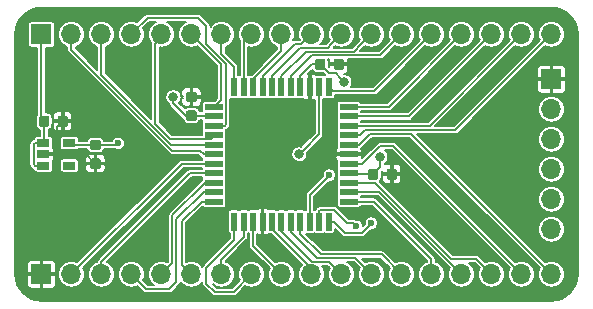
<source format=gbr>
G04 #@! TF.GenerationSoftware,KiCad,Pcbnew,(5.1.4)-1*
G04 #@! TF.CreationDate,2019-10-24T16:07:41-04:00*
G04 #@! TF.ProjectId,XC9536XL,58433935-3336-4584-9c2e-6b696361645f,B*
G04 #@! TF.SameCoordinates,Original*
G04 #@! TF.FileFunction,Copper,L1,Top*
G04 #@! TF.FilePolarity,Positive*
%FSLAX46Y46*%
G04 Gerber Fmt 4.6, Leading zero omitted, Abs format (unit mm)*
G04 Created by KiCad (PCBNEW (5.1.4)-1) date 2019-10-24 16:07:41*
%MOMM*%
%LPD*%
G04 APERTURE LIST*
%ADD10C,0.100000*%
%ADD11C,0.875000*%
%ADD12R,1.060000X0.650000*%
%ADD13O,1.700000X1.700000*%
%ADD14R,1.700000X1.700000*%
%ADD15R,1.500000X0.550000*%
%ADD16R,0.550000X1.500000*%
%ADD17C,0.800000*%
%ADD18C,0.600000*%
%ADD19C,0.200000*%
%ADD20C,0.150000*%
G04 APERTURE END LIST*
D10*
G36*
X75969691Y-46071053D02*
G01*
X75990926Y-46074203D01*
X76011750Y-46079419D01*
X76031962Y-46086651D01*
X76051368Y-46095830D01*
X76069781Y-46106866D01*
X76087024Y-46119654D01*
X76102930Y-46134070D01*
X76117346Y-46149976D01*
X76130134Y-46167219D01*
X76141170Y-46185632D01*
X76150349Y-46205038D01*
X76157581Y-46225250D01*
X76162797Y-46246074D01*
X76165947Y-46267309D01*
X76167000Y-46288750D01*
X76167000Y-46726250D01*
X76165947Y-46747691D01*
X76162797Y-46768926D01*
X76157581Y-46789750D01*
X76150349Y-46809962D01*
X76141170Y-46829368D01*
X76130134Y-46847781D01*
X76117346Y-46865024D01*
X76102930Y-46880930D01*
X76087024Y-46895346D01*
X76069781Y-46908134D01*
X76051368Y-46919170D01*
X76031962Y-46928349D01*
X76011750Y-46935581D01*
X75990926Y-46940797D01*
X75969691Y-46943947D01*
X75948250Y-46945000D01*
X75435750Y-46945000D01*
X75414309Y-46943947D01*
X75393074Y-46940797D01*
X75372250Y-46935581D01*
X75352038Y-46928349D01*
X75332632Y-46919170D01*
X75314219Y-46908134D01*
X75296976Y-46895346D01*
X75281070Y-46880930D01*
X75266654Y-46865024D01*
X75253866Y-46847781D01*
X75242830Y-46829368D01*
X75233651Y-46809962D01*
X75226419Y-46789750D01*
X75221203Y-46768926D01*
X75218053Y-46747691D01*
X75217000Y-46726250D01*
X75217000Y-46288750D01*
X75218053Y-46267309D01*
X75221203Y-46246074D01*
X75226419Y-46225250D01*
X75233651Y-46205038D01*
X75242830Y-46185632D01*
X75253866Y-46167219D01*
X75266654Y-46149976D01*
X75281070Y-46134070D01*
X75296976Y-46119654D01*
X75314219Y-46106866D01*
X75332632Y-46095830D01*
X75352038Y-46086651D01*
X75372250Y-46079419D01*
X75393074Y-46074203D01*
X75414309Y-46071053D01*
X75435750Y-46070000D01*
X75948250Y-46070000D01*
X75969691Y-46071053D01*
X75969691Y-46071053D01*
G37*
D11*
X75692000Y-46507500D03*
D10*
G36*
X75969691Y-44496053D02*
G01*
X75990926Y-44499203D01*
X76011750Y-44504419D01*
X76031962Y-44511651D01*
X76051368Y-44520830D01*
X76069781Y-44531866D01*
X76087024Y-44544654D01*
X76102930Y-44559070D01*
X76117346Y-44574976D01*
X76130134Y-44592219D01*
X76141170Y-44610632D01*
X76150349Y-44630038D01*
X76157581Y-44650250D01*
X76162797Y-44671074D01*
X76165947Y-44692309D01*
X76167000Y-44713750D01*
X76167000Y-45151250D01*
X76165947Y-45172691D01*
X76162797Y-45193926D01*
X76157581Y-45214750D01*
X76150349Y-45234962D01*
X76141170Y-45254368D01*
X76130134Y-45272781D01*
X76117346Y-45290024D01*
X76102930Y-45305930D01*
X76087024Y-45320346D01*
X76069781Y-45333134D01*
X76051368Y-45344170D01*
X76031962Y-45353349D01*
X76011750Y-45360581D01*
X75990926Y-45365797D01*
X75969691Y-45368947D01*
X75948250Y-45370000D01*
X75435750Y-45370000D01*
X75414309Y-45368947D01*
X75393074Y-45365797D01*
X75372250Y-45360581D01*
X75352038Y-45353349D01*
X75332632Y-45344170D01*
X75314219Y-45333134D01*
X75296976Y-45320346D01*
X75281070Y-45305930D01*
X75266654Y-45290024D01*
X75253866Y-45272781D01*
X75242830Y-45254368D01*
X75233651Y-45234962D01*
X75226419Y-45214750D01*
X75221203Y-45193926D01*
X75218053Y-45172691D01*
X75217000Y-45151250D01*
X75217000Y-44713750D01*
X75218053Y-44692309D01*
X75221203Y-44671074D01*
X75226419Y-44650250D01*
X75233651Y-44630038D01*
X75242830Y-44610632D01*
X75253866Y-44592219D01*
X75266654Y-44574976D01*
X75281070Y-44559070D01*
X75296976Y-44544654D01*
X75314219Y-44531866D01*
X75332632Y-44520830D01*
X75352038Y-44511651D01*
X75372250Y-44504419D01*
X75393074Y-44499203D01*
X75414309Y-44496053D01*
X75435750Y-44495000D01*
X75948250Y-44495000D01*
X75969691Y-44496053D01*
X75969691Y-44496053D01*
G37*
D11*
X75692000Y-44932500D03*
D10*
G36*
X73163691Y-42452053D02*
G01*
X73184926Y-42455203D01*
X73205750Y-42460419D01*
X73225962Y-42467651D01*
X73245368Y-42476830D01*
X73263781Y-42487866D01*
X73281024Y-42500654D01*
X73296930Y-42515070D01*
X73311346Y-42530976D01*
X73324134Y-42548219D01*
X73335170Y-42566632D01*
X73344349Y-42586038D01*
X73351581Y-42606250D01*
X73356797Y-42627074D01*
X73359947Y-42648309D01*
X73361000Y-42669750D01*
X73361000Y-43182250D01*
X73359947Y-43203691D01*
X73356797Y-43224926D01*
X73351581Y-43245750D01*
X73344349Y-43265962D01*
X73335170Y-43285368D01*
X73324134Y-43303781D01*
X73311346Y-43321024D01*
X73296930Y-43336930D01*
X73281024Y-43351346D01*
X73263781Y-43364134D01*
X73245368Y-43375170D01*
X73225962Y-43384349D01*
X73205750Y-43391581D01*
X73184926Y-43396797D01*
X73163691Y-43399947D01*
X73142250Y-43401000D01*
X72704750Y-43401000D01*
X72683309Y-43399947D01*
X72662074Y-43396797D01*
X72641250Y-43391581D01*
X72621038Y-43384349D01*
X72601632Y-43375170D01*
X72583219Y-43364134D01*
X72565976Y-43351346D01*
X72550070Y-43336930D01*
X72535654Y-43321024D01*
X72522866Y-43303781D01*
X72511830Y-43285368D01*
X72502651Y-43265962D01*
X72495419Y-43245750D01*
X72490203Y-43224926D01*
X72487053Y-43203691D01*
X72486000Y-43182250D01*
X72486000Y-42669750D01*
X72487053Y-42648309D01*
X72490203Y-42627074D01*
X72495419Y-42606250D01*
X72502651Y-42586038D01*
X72511830Y-42566632D01*
X72522866Y-42548219D01*
X72535654Y-42530976D01*
X72550070Y-42515070D01*
X72565976Y-42500654D01*
X72583219Y-42487866D01*
X72601632Y-42476830D01*
X72621038Y-42467651D01*
X72641250Y-42460419D01*
X72662074Y-42455203D01*
X72683309Y-42452053D01*
X72704750Y-42451000D01*
X73142250Y-42451000D01*
X73163691Y-42452053D01*
X73163691Y-42452053D01*
G37*
D11*
X72923500Y-42926000D03*
D10*
G36*
X71588691Y-42452053D02*
G01*
X71609926Y-42455203D01*
X71630750Y-42460419D01*
X71650962Y-42467651D01*
X71670368Y-42476830D01*
X71688781Y-42487866D01*
X71706024Y-42500654D01*
X71721930Y-42515070D01*
X71736346Y-42530976D01*
X71749134Y-42548219D01*
X71760170Y-42566632D01*
X71769349Y-42586038D01*
X71776581Y-42606250D01*
X71781797Y-42627074D01*
X71784947Y-42648309D01*
X71786000Y-42669750D01*
X71786000Y-43182250D01*
X71784947Y-43203691D01*
X71781797Y-43224926D01*
X71776581Y-43245750D01*
X71769349Y-43265962D01*
X71760170Y-43285368D01*
X71749134Y-43303781D01*
X71736346Y-43321024D01*
X71721930Y-43336930D01*
X71706024Y-43351346D01*
X71688781Y-43364134D01*
X71670368Y-43375170D01*
X71650962Y-43384349D01*
X71630750Y-43391581D01*
X71609926Y-43396797D01*
X71588691Y-43399947D01*
X71567250Y-43401000D01*
X71129750Y-43401000D01*
X71108309Y-43399947D01*
X71087074Y-43396797D01*
X71066250Y-43391581D01*
X71046038Y-43384349D01*
X71026632Y-43375170D01*
X71008219Y-43364134D01*
X70990976Y-43351346D01*
X70975070Y-43336930D01*
X70960654Y-43321024D01*
X70947866Y-43303781D01*
X70936830Y-43285368D01*
X70927651Y-43265962D01*
X70920419Y-43245750D01*
X70915203Y-43224926D01*
X70912053Y-43203691D01*
X70911000Y-43182250D01*
X70911000Y-42669750D01*
X70912053Y-42648309D01*
X70915203Y-42627074D01*
X70920419Y-42606250D01*
X70927651Y-42586038D01*
X70936830Y-42566632D01*
X70947866Y-42548219D01*
X70960654Y-42530976D01*
X70975070Y-42515070D01*
X70990976Y-42500654D01*
X71008219Y-42487866D01*
X71026632Y-42476830D01*
X71046038Y-42467651D01*
X71066250Y-42460419D01*
X71087074Y-42455203D01*
X71108309Y-42452053D01*
X71129750Y-42451000D01*
X71567250Y-42451000D01*
X71588691Y-42452053D01*
X71588691Y-42452053D01*
G37*
D11*
X71348500Y-42926000D03*
D10*
G36*
X96531691Y-37626053D02*
G01*
X96552926Y-37629203D01*
X96573750Y-37634419D01*
X96593962Y-37641651D01*
X96613368Y-37650830D01*
X96631781Y-37661866D01*
X96649024Y-37674654D01*
X96664930Y-37689070D01*
X96679346Y-37704976D01*
X96692134Y-37722219D01*
X96703170Y-37740632D01*
X96712349Y-37760038D01*
X96719581Y-37780250D01*
X96724797Y-37801074D01*
X96727947Y-37822309D01*
X96729000Y-37843750D01*
X96729000Y-38356250D01*
X96727947Y-38377691D01*
X96724797Y-38398926D01*
X96719581Y-38419750D01*
X96712349Y-38439962D01*
X96703170Y-38459368D01*
X96692134Y-38477781D01*
X96679346Y-38495024D01*
X96664930Y-38510930D01*
X96649024Y-38525346D01*
X96631781Y-38538134D01*
X96613368Y-38549170D01*
X96593962Y-38558349D01*
X96573750Y-38565581D01*
X96552926Y-38570797D01*
X96531691Y-38573947D01*
X96510250Y-38575000D01*
X96072750Y-38575000D01*
X96051309Y-38573947D01*
X96030074Y-38570797D01*
X96009250Y-38565581D01*
X95989038Y-38558349D01*
X95969632Y-38549170D01*
X95951219Y-38538134D01*
X95933976Y-38525346D01*
X95918070Y-38510930D01*
X95903654Y-38495024D01*
X95890866Y-38477781D01*
X95879830Y-38459368D01*
X95870651Y-38439962D01*
X95863419Y-38419750D01*
X95858203Y-38398926D01*
X95855053Y-38377691D01*
X95854000Y-38356250D01*
X95854000Y-37843750D01*
X95855053Y-37822309D01*
X95858203Y-37801074D01*
X95863419Y-37780250D01*
X95870651Y-37760038D01*
X95879830Y-37740632D01*
X95890866Y-37722219D01*
X95903654Y-37704976D01*
X95918070Y-37689070D01*
X95933976Y-37674654D01*
X95951219Y-37661866D01*
X95969632Y-37650830D01*
X95989038Y-37641651D01*
X96009250Y-37634419D01*
X96030074Y-37629203D01*
X96051309Y-37626053D01*
X96072750Y-37625000D01*
X96510250Y-37625000D01*
X96531691Y-37626053D01*
X96531691Y-37626053D01*
G37*
D11*
X96291500Y-38100000D03*
D10*
G36*
X94956691Y-37626053D02*
G01*
X94977926Y-37629203D01*
X94998750Y-37634419D01*
X95018962Y-37641651D01*
X95038368Y-37650830D01*
X95056781Y-37661866D01*
X95074024Y-37674654D01*
X95089930Y-37689070D01*
X95104346Y-37704976D01*
X95117134Y-37722219D01*
X95128170Y-37740632D01*
X95137349Y-37760038D01*
X95144581Y-37780250D01*
X95149797Y-37801074D01*
X95152947Y-37822309D01*
X95154000Y-37843750D01*
X95154000Y-38356250D01*
X95152947Y-38377691D01*
X95149797Y-38398926D01*
X95144581Y-38419750D01*
X95137349Y-38439962D01*
X95128170Y-38459368D01*
X95117134Y-38477781D01*
X95104346Y-38495024D01*
X95089930Y-38510930D01*
X95074024Y-38525346D01*
X95056781Y-38538134D01*
X95038368Y-38549170D01*
X95018962Y-38558349D01*
X94998750Y-38565581D01*
X94977926Y-38570797D01*
X94956691Y-38573947D01*
X94935250Y-38575000D01*
X94497750Y-38575000D01*
X94476309Y-38573947D01*
X94455074Y-38570797D01*
X94434250Y-38565581D01*
X94414038Y-38558349D01*
X94394632Y-38549170D01*
X94376219Y-38538134D01*
X94358976Y-38525346D01*
X94343070Y-38510930D01*
X94328654Y-38495024D01*
X94315866Y-38477781D01*
X94304830Y-38459368D01*
X94295651Y-38439962D01*
X94288419Y-38419750D01*
X94283203Y-38398926D01*
X94280053Y-38377691D01*
X94279000Y-38356250D01*
X94279000Y-37843750D01*
X94280053Y-37822309D01*
X94283203Y-37801074D01*
X94288419Y-37780250D01*
X94295651Y-37760038D01*
X94304830Y-37740632D01*
X94315866Y-37722219D01*
X94328654Y-37704976D01*
X94343070Y-37689070D01*
X94358976Y-37674654D01*
X94376219Y-37661866D01*
X94394632Y-37650830D01*
X94414038Y-37641651D01*
X94434250Y-37634419D01*
X94455074Y-37629203D01*
X94476309Y-37626053D01*
X94497750Y-37625000D01*
X94935250Y-37625000D01*
X94956691Y-37626053D01*
X94956691Y-37626053D01*
G37*
D11*
X94716500Y-38100000D03*
D10*
G36*
X101027691Y-46926053D02*
G01*
X101048926Y-46929203D01*
X101069750Y-46934419D01*
X101089962Y-46941651D01*
X101109368Y-46950830D01*
X101127781Y-46961866D01*
X101145024Y-46974654D01*
X101160930Y-46989070D01*
X101175346Y-47004976D01*
X101188134Y-47022219D01*
X101199170Y-47040632D01*
X101208349Y-47060038D01*
X101215581Y-47080250D01*
X101220797Y-47101074D01*
X101223947Y-47122309D01*
X101225000Y-47143750D01*
X101225000Y-47656250D01*
X101223947Y-47677691D01*
X101220797Y-47698926D01*
X101215581Y-47719750D01*
X101208349Y-47739962D01*
X101199170Y-47759368D01*
X101188134Y-47777781D01*
X101175346Y-47795024D01*
X101160930Y-47810930D01*
X101145024Y-47825346D01*
X101127781Y-47838134D01*
X101109368Y-47849170D01*
X101089962Y-47858349D01*
X101069750Y-47865581D01*
X101048926Y-47870797D01*
X101027691Y-47873947D01*
X101006250Y-47875000D01*
X100568750Y-47875000D01*
X100547309Y-47873947D01*
X100526074Y-47870797D01*
X100505250Y-47865581D01*
X100485038Y-47858349D01*
X100465632Y-47849170D01*
X100447219Y-47838134D01*
X100429976Y-47825346D01*
X100414070Y-47810930D01*
X100399654Y-47795024D01*
X100386866Y-47777781D01*
X100375830Y-47759368D01*
X100366651Y-47739962D01*
X100359419Y-47719750D01*
X100354203Y-47698926D01*
X100351053Y-47677691D01*
X100350000Y-47656250D01*
X100350000Y-47143750D01*
X100351053Y-47122309D01*
X100354203Y-47101074D01*
X100359419Y-47080250D01*
X100366651Y-47060038D01*
X100375830Y-47040632D01*
X100386866Y-47022219D01*
X100399654Y-47004976D01*
X100414070Y-46989070D01*
X100429976Y-46974654D01*
X100447219Y-46961866D01*
X100465632Y-46950830D01*
X100485038Y-46941651D01*
X100505250Y-46934419D01*
X100526074Y-46929203D01*
X100547309Y-46926053D01*
X100568750Y-46925000D01*
X101006250Y-46925000D01*
X101027691Y-46926053D01*
X101027691Y-46926053D01*
G37*
D11*
X100787500Y-47400000D03*
D10*
G36*
X99452691Y-46926053D02*
G01*
X99473926Y-46929203D01*
X99494750Y-46934419D01*
X99514962Y-46941651D01*
X99534368Y-46950830D01*
X99552781Y-46961866D01*
X99570024Y-46974654D01*
X99585930Y-46989070D01*
X99600346Y-47004976D01*
X99613134Y-47022219D01*
X99624170Y-47040632D01*
X99633349Y-47060038D01*
X99640581Y-47080250D01*
X99645797Y-47101074D01*
X99648947Y-47122309D01*
X99650000Y-47143750D01*
X99650000Y-47656250D01*
X99648947Y-47677691D01*
X99645797Y-47698926D01*
X99640581Y-47719750D01*
X99633349Y-47739962D01*
X99624170Y-47759368D01*
X99613134Y-47777781D01*
X99600346Y-47795024D01*
X99585930Y-47810930D01*
X99570024Y-47825346D01*
X99552781Y-47838134D01*
X99534368Y-47849170D01*
X99514962Y-47858349D01*
X99494750Y-47865581D01*
X99473926Y-47870797D01*
X99452691Y-47873947D01*
X99431250Y-47875000D01*
X98993750Y-47875000D01*
X98972309Y-47873947D01*
X98951074Y-47870797D01*
X98930250Y-47865581D01*
X98910038Y-47858349D01*
X98890632Y-47849170D01*
X98872219Y-47838134D01*
X98854976Y-47825346D01*
X98839070Y-47810930D01*
X98824654Y-47795024D01*
X98811866Y-47777781D01*
X98800830Y-47759368D01*
X98791651Y-47739962D01*
X98784419Y-47719750D01*
X98779203Y-47698926D01*
X98776053Y-47677691D01*
X98775000Y-47656250D01*
X98775000Y-47143750D01*
X98776053Y-47122309D01*
X98779203Y-47101074D01*
X98784419Y-47080250D01*
X98791651Y-47060038D01*
X98800830Y-47040632D01*
X98811866Y-47022219D01*
X98824654Y-47004976D01*
X98839070Y-46989070D01*
X98854976Y-46974654D01*
X98872219Y-46961866D01*
X98890632Y-46950830D01*
X98910038Y-46941651D01*
X98930250Y-46934419D01*
X98951074Y-46929203D01*
X98972309Y-46926053D01*
X98993750Y-46925000D01*
X99431250Y-46925000D01*
X99452691Y-46926053D01*
X99452691Y-46926053D01*
G37*
D11*
X99212500Y-47400000D03*
D10*
G36*
X84097691Y-40432053D02*
G01*
X84118926Y-40435203D01*
X84139750Y-40440419D01*
X84159962Y-40447651D01*
X84179368Y-40456830D01*
X84197781Y-40467866D01*
X84215024Y-40480654D01*
X84230930Y-40495070D01*
X84245346Y-40510976D01*
X84258134Y-40528219D01*
X84269170Y-40546632D01*
X84278349Y-40566038D01*
X84285581Y-40586250D01*
X84290797Y-40607074D01*
X84293947Y-40628309D01*
X84295000Y-40649750D01*
X84295000Y-41087250D01*
X84293947Y-41108691D01*
X84290797Y-41129926D01*
X84285581Y-41150750D01*
X84278349Y-41170962D01*
X84269170Y-41190368D01*
X84258134Y-41208781D01*
X84245346Y-41226024D01*
X84230930Y-41241930D01*
X84215024Y-41256346D01*
X84197781Y-41269134D01*
X84179368Y-41280170D01*
X84159962Y-41289349D01*
X84139750Y-41296581D01*
X84118926Y-41301797D01*
X84097691Y-41304947D01*
X84076250Y-41306000D01*
X83563750Y-41306000D01*
X83542309Y-41304947D01*
X83521074Y-41301797D01*
X83500250Y-41296581D01*
X83480038Y-41289349D01*
X83460632Y-41280170D01*
X83442219Y-41269134D01*
X83424976Y-41256346D01*
X83409070Y-41241930D01*
X83394654Y-41226024D01*
X83381866Y-41208781D01*
X83370830Y-41190368D01*
X83361651Y-41170962D01*
X83354419Y-41150750D01*
X83349203Y-41129926D01*
X83346053Y-41108691D01*
X83345000Y-41087250D01*
X83345000Y-40649750D01*
X83346053Y-40628309D01*
X83349203Y-40607074D01*
X83354419Y-40586250D01*
X83361651Y-40566038D01*
X83370830Y-40546632D01*
X83381866Y-40528219D01*
X83394654Y-40510976D01*
X83409070Y-40495070D01*
X83424976Y-40480654D01*
X83442219Y-40467866D01*
X83460632Y-40456830D01*
X83480038Y-40447651D01*
X83500250Y-40440419D01*
X83521074Y-40435203D01*
X83542309Y-40432053D01*
X83563750Y-40431000D01*
X84076250Y-40431000D01*
X84097691Y-40432053D01*
X84097691Y-40432053D01*
G37*
D11*
X83820000Y-40868500D03*
D10*
G36*
X84097691Y-42007053D02*
G01*
X84118926Y-42010203D01*
X84139750Y-42015419D01*
X84159962Y-42022651D01*
X84179368Y-42031830D01*
X84197781Y-42042866D01*
X84215024Y-42055654D01*
X84230930Y-42070070D01*
X84245346Y-42085976D01*
X84258134Y-42103219D01*
X84269170Y-42121632D01*
X84278349Y-42141038D01*
X84285581Y-42161250D01*
X84290797Y-42182074D01*
X84293947Y-42203309D01*
X84295000Y-42224750D01*
X84295000Y-42662250D01*
X84293947Y-42683691D01*
X84290797Y-42704926D01*
X84285581Y-42725750D01*
X84278349Y-42745962D01*
X84269170Y-42765368D01*
X84258134Y-42783781D01*
X84245346Y-42801024D01*
X84230930Y-42816930D01*
X84215024Y-42831346D01*
X84197781Y-42844134D01*
X84179368Y-42855170D01*
X84159962Y-42864349D01*
X84139750Y-42871581D01*
X84118926Y-42876797D01*
X84097691Y-42879947D01*
X84076250Y-42881000D01*
X83563750Y-42881000D01*
X83542309Y-42879947D01*
X83521074Y-42876797D01*
X83500250Y-42871581D01*
X83480038Y-42864349D01*
X83460632Y-42855170D01*
X83442219Y-42844134D01*
X83424976Y-42831346D01*
X83409070Y-42816930D01*
X83394654Y-42801024D01*
X83381866Y-42783781D01*
X83370830Y-42765368D01*
X83361651Y-42745962D01*
X83354419Y-42725750D01*
X83349203Y-42704926D01*
X83346053Y-42683691D01*
X83345000Y-42662250D01*
X83345000Y-42224750D01*
X83346053Y-42203309D01*
X83349203Y-42182074D01*
X83354419Y-42161250D01*
X83361651Y-42141038D01*
X83370830Y-42121632D01*
X83381866Y-42103219D01*
X83394654Y-42085976D01*
X83409070Y-42070070D01*
X83424976Y-42055654D01*
X83442219Y-42042866D01*
X83460632Y-42031830D01*
X83480038Y-42022651D01*
X83500250Y-42015419D01*
X83521074Y-42010203D01*
X83542309Y-42007053D01*
X83563750Y-42006000D01*
X84076250Y-42006000D01*
X84097691Y-42007053D01*
X84097691Y-42007053D01*
G37*
D11*
X83820000Y-42443500D03*
D12*
X73490000Y-44770000D03*
X73490000Y-46670000D03*
X71290000Y-46670000D03*
X71290000Y-45720000D03*
X71290000Y-44770000D03*
D13*
X114300000Y-52070000D03*
X114300000Y-49530000D03*
X114300000Y-46990000D03*
X114300000Y-44450000D03*
X114300000Y-41910000D03*
D14*
X114300000Y-39370000D03*
D13*
X114300000Y-55880000D03*
X111760000Y-55880000D03*
X109220000Y-55880000D03*
X106680000Y-55880000D03*
X104140000Y-55880000D03*
X101600000Y-55880000D03*
X99060000Y-55880000D03*
X96520000Y-55880000D03*
X93980000Y-55880000D03*
X91440000Y-55880000D03*
X88900000Y-55880000D03*
X86360000Y-55880000D03*
X83820000Y-55880000D03*
X81280000Y-55880000D03*
X78740000Y-55880000D03*
X76200000Y-55880000D03*
X73660000Y-55880000D03*
D14*
X71120000Y-55880000D03*
D13*
X114300000Y-35560000D03*
X111760000Y-35560000D03*
X109220000Y-35560000D03*
X106680000Y-35560000D03*
X104140000Y-35560000D03*
X101600000Y-35560000D03*
X99060000Y-35560000D03*
X96520000Y-35560000D03*
X93980000Y-35560000D03*
X91440000Y-35560000D03*
X88900000Y-35560000D03*
X86360000Y-35560000D03*
X83820000Y-35560000D03*
X81280000Y-35560000D03*
X78740000Y-35560000D03*
X76200000Y-35560000D03*
X73660000Y-35560000D03*
D14*
X71120000Y-35560000D03*
D15*
X85740000Y-49720000D03*
X85740000Y-48920000D03*
X85740000Y-48120000D03*
X85740000Y-47320000D03*
X85740000Y-46520000D03*
X85740000Y-45720000D03*
X85740000Y-44920000D03*
X85740000Y-44120000D03*
X85740000Y-43320000D03*
X85740000Y-42520000D03*
X85740000Y-41720000D03*
D16*
X87440000Y-40020000D03*
X88240000Y-40020000D03*
X89040000Y-40020000D03*
X89840000Y-40020000D03*
X90640000Y-40020000D03*
X91440000Y-40020000D03*
X92240000Y-40020000D03*
X93040000Y-40020000D03*
X93840000Y-40020000D03*
X94640000Y-40020000D03*
X95440000Y-40020000D03*
D15*
X97140000Y-41720000D03*
X97140000Y-42520000D03*
X97140000Y-43320000D03*
X97140000Y-44120000D03*
X97140000Y-44920000D03*
X97140000Y-45720000D03*
X97140000Y-46520000D03*
X97140000Y-47320000D03*
X97140000Y-48120000D03*
X97140000Y-48920000D03*
X97140000Y-49720000D03*
D16*
X95440000Y-51420000D03*
X94640000Y-51420000D03*
X93840000Y-51420000D03*
X93040000Y-51420000D03*
X92240000Y-51420000D03*
X91440000Y-51420000D03*
X90640000Y-51420000D03*
X89840000Y-51420000D03*
X89040000Y-51420000D03*
X88240000Y-51420000D03*
X87440000Y-51420000D03*
D17*
X102200000Y-48000000D03*
X83820000Y-39624000D03*
X75600000Y-47800000D03*
X74400000Y-43000000D03*
X95600000Y-45200000D03*
X93400000Y-41800000D03*
X89800000Y-49600000D03*
X95250000Y-53086000D03*
X84582000Y-53086000D03*
X97790000Y-38100000D03*
D18*
X77600000Y-44800000D03*
D17*
X82296000Y-40894000D03*
X96774000Y-39624000D03*
X99822000Y-45974018D03*
X92964000Y-45720010D03*
D18*
X99060000Y-51562000D03*
X97790000Y-51816000D03*
X95504002Y-47498010D03*
D19*
X72461888Y-43387612D02*
X72923500Y-42926000D01*
X72020000Y-45720000D02*
X72461888Y-45278112D01*
X71290000Y-45720000D02*
X72020000Y-45720000D01*
X71120000Y-54830000D02*
X72461888Y-53488112D01*
X71120000Y-55880000D02*
X71120000Y-54830000D01*
X72461888Y-45278112D02*
X72461888Y-44338112D01*
X72461888Y-44338112D02*
X72461888Y-43387612D01*
X74904500Y-45720000D02*
X72920000Y-45720000D01*
X75692000Y-46507500D02*
X74904500Y-45720000D01*
X72920000Y-45720000D02*
X72461888Y-45261888D01*
X72461888Y-53488112D02*
X72461888Y-45261888D01*
X72461888Y-45261888D02*
X72461888Y-44338112D01*
X100787500Y-47400000D02*
X101600000Y-47400000D01*
X101600000Y-47400000D02*
X102200000Y-48000000D01*
X83820000Y-40894000D02*
X83820000Y-39681500D01*
X75692000Y-46507500D02*
X75692000Y-47708000D01*
X75692000Y-47708000D02*
X75600000Y-47800000D01*
X72923500Y-42926000D02*
X74326000Y-42926000D01*
X74326000Y-42926000D02*
X74400000Y-43000000D01*
X97140000Y-45720000D02*
X96120000Y-45720000D01*
X96120000Y-45720000D02*
X95600000Y-45200000D01*
X93840000Y-40020000D02*
X93840000Y-41360000D01*
X93840000Y-41360000D02*
X93400000Y-41800000D01*
X89840000Y-51420000D02*
X89840000Y-49640000D01*
X89840000Y-49640000D02*
X89800000Y-49600000D01*
X96291500Y-38100000D02*
X97790000Y-38100000D01*
D20*
X93040000Y-40020000D02*
X93040000Y-39299998D01*
D19*
X97220000Y-47400000D02*
X97140000Y-47320000D01*
X99212500Y-47400000D02*
X97220000Y-47400000D01*
X73652500Y-44932500D02*
X73490000Y-44770000D01*
X75692000Y-44932500D02*
X73652500Y-44932500D01*
X75692000Y-44932500D02*
X77467500Y-44932500D01*
X77467500Y-44932500D02*
X77600000Y-44800000D01*
X85663500Y-42443500D02*
X85740000Y-42520000D01*
X83820000Y-42443500D02*
X85663500Y-42443500D01*
X82296000Y-41402000D02*
X82296000Y-40894000D01*
X83820000Y-42443500D02*
X83337500Y-42443500D01*
X83337500Y-42443500D02*
X82296000Y-41402000D01*
X94179000Y-38100000D02*
X94716500Y-38100000D01*
X94010000Y-38100000D02*
X94179000Y-38100000D01*
X93040000Y-39070000D02*
X94010000Y-38100000D01*
X93040000Y-40020000D02*
X93040000Y-39070000D01*
X96025010Y-38875010D02*
X96374001Y-39224001D01*
X94716500Y-38100000D02*
X95491510Y-38875010D01*
X96374001Y-39224001D02*
X96774000Y-39624000D01*
X95491510Y-38875010D02*
X96025010Y-38875010D01*
X99822000Y-46539703D02*
X99822000Y-45974018D01*
X99822000Y-46790500D02*
X99822000Y-46539703D01*
X99212500Y-47400000D02*
X99822000Y-46790500D01*
X71348500Y-44711500D02*
X71290000Y-44770000D01*
X71348500Y-42926000D02*
X71348500Y-44711500D01*
X70560000Y-44770000D02*
X71290000Y-44770000D01*
X70459999Y-44870001D02*
X70560000Y-44770000D01*
X70459999Y-46569999D02*
X70459999Y-44870001D01*
X70560000Y-46670000D02*
X70459999Y-46569999D01*
X71290000Y-46670000D02*
X70560000Y-46670000D01*
X71120000Y-42697500D02*
X71348500Y-42926000D01*
X71120000Y-35560000D02*
X71120000Y-42697500D01*
D20*
X98552000Y-43688000D02*
X106172000Y-43688000D01*
X98120000Y-44120000D02*
X98552000Y-43688000D01*
X113450001Y-36409999D02*
X114300000Y-35560000D01*
X106172000Y-43688000D02*
X113450001Y-36409999D01*
X97140000Y-44120000D02*
X98120000Y-44120000D01*
X104000000Y-43320000D02*
X110910001Y-36409999D01*
X110910001Y-36409999D02*
X111760000Y-35560000D01*
X97140000Y-43320000D02*
X104000000Y-43320000D01*
X102260000Y-42520000D02*
X109220000Y-35560000D01*
X97140000Y-42520000D02*
X102260000Y-42520000D01*
X100520000Y-41720000D02*
X106680000Y-35560000D01*
X97140000Y-41720000D02*
X100520000Y-41720000D01*
X99314000Y-40386000D02*
X104140000Y-35560000D01*
X95440000Y-40020000D02*
X95806000Y-40386000D01*
X95806000Y-40386000D02*
X99314000Y-40386000D01*
X99822000Y-37338000D02*
X101600000Y-35560000D01*
X94022000Y-37338000D02*
X99822000Y-37338000D01*
X92240000Y-40020000D02*
X92240000Y-39120000D01*
X92240000Y-39120000D02*
X94022000Y-37338000D01*
X93522011Y-37037989D02*
X97582011Y-37037989D01*
X91440000Y-40020000D02*
X91440000Y-39120000D01*
X98210001Y-36409999D02*
X99060000Y-35560000D01*
X91440000Y-39120000D02*
X93522011Y-37037989D01*
X97582011Y-37037989D02*
X98210001Y-36409999D01*
X95670001Y-36409999D02*
X96520000Y-35560000D01*
X93022022Y-36737978D02*
X95342022Y-36737978D01*
X95342022Y-36737978D02*
X95670001Y-36409999D01*
X90640000Y-39120000D02*
X93022022Y-36737978D01*
X90640000Y-40020000D02*
X90640000Y-39120000D01*
X93130001Y-36409999D02*
X93980000Y-35560000D01*
X92550001Y-36409999D02*
X93130001Y-36409999D01*
X89840000Y-39120000D02*
X92550001Y-36409999D01*
X89840000Y-40020000D02*
X89840000Y-39120000D01*
X91440000Y-36960000D02*
X91440000Y-35560000D01*
X89040000Y-40020000D02*
X89040000Y-39360000D01*
X89040000Y-39360000D02*
X91440000Y-36960000D01*
X88240000Y-36220000D02*
X88900000Y-35560000D01*
X88240000Y-40020000D02*
X88240000Y-36220000D01*
X87440000Y-39120000D02*
X87440000Y-40020000D01*
X87440000Y-38331444D02*
X87440000Y-39120000D01*
X86360000Y-37251444D02*
X87440000Y-38331444D01*
X86360000Y-35560000D02*
X86360000Y-37251444D01*
X86360000Y-38100000D02*
X83820000Y-35560000D01*
X85740000Y-41720000D02*
X86360000Y-41100000D01*
X86360000Y-41100000D02*
X86360000Y-38100000D01*
X85440001Y-44419999D02*
X82019999Y-44419999D01*
X85740000Y-44120000D02*
X85440001Y-44419999D01*
X82019999Y-44419999D02*
X80772000Y-43172000D01*
X80772000Y-43172000D02*
X80772000Y-36348000D01*
X80772000Y-36348000D02*
X81560000Y-35560000D01*
X81560000Y-35560000D02*
X81280000Y-35560000D01*
X80100000Y-34200000D02*
X78740000Y-35560000D01*
X84400000Y-34200000D02*
X80100000Y-34200000D01*
X86640000Y-43320000D02*
X86765001Y-43194999D01*
X85740000Y-43320000D02*
X86640000Y-43320000D01*
X86765001Y-43194999D02*
X86765001Y-38080723D01*
X86765001Y-38080723D02*
X85090000Y-36405722D01*
X85090000Y-36405722D02*
X85090000Y-34890000D01*
X85090000Y-34890000D02*
X84400000Y-34200000D01*
X84840000Y-44920000D02*
X84819989Y-44899989D01*
X85740000Y-44920000D02*
X84840000Y-44920000D01*
X84819989Y-44899989D02*
X82075710Y-44899989D01*
X82075710Y-44899989D02*
X76200000Y-39024279D01*
X76200000Y-39024279D02*
X76200000Y-36762081D01*
X76200000Y-36762081D02*
X76200000Y-35560000D01*
X84840000Y-45720000D02*
X85740000Y-45720000D01*
X84520000Y-45400000D02*
X84840000Y-45720000D01*
X82151442Y-45400000D02*
X84520000Y-45400000D01*
X73660000Y-35560000D02*
X73660000Y-36908558D01*
X73660000Y-36908558D02*
X82151442Y-45400000D01*
X98971989Y-43988011D02*
X102408011Y-43988011D01*
X113450001Y-55030001D02*
X114300000Y-55880000D01*
X98040000Y-44920000D02*
X98971989Y-43988011D01*
X102408011Y-43988011D02*
X113450001Y-55030001D01*
X97140000Y-44920000D02*
X98040000Y-44920000D01*
X110910001Y-55030001D02*
X111760000Y-55880000D01*
X100924998Y-45044998D02*
X110910001Y-55030001D01*
X99751998Y-45044998D02*
X100924998Y-45044998D01*
X98276996Y-46520000D02*
X99751998Y-45044998D01*
X97140000Y-46520000D02*
X98276996Y-46520000D01*
X107950000Y-54610000D02*
X109220000Y-55880000D01*
X105834278Y-54610000D02*
X107950000Y-54610000D01*
X99374288Y-48150010D02*
X105834278Y-54610000D01*
X98789226Y-48150010D02*
X99374288Y-48150010D01*
X97140000Y-48120000D02*
X98759216Y-48120000D01*
X98759216Y-48120000D02*
X98789226Y-48150010D01*
X99720000Y-48920000D02*
X106680000Y-55880000D01*
X97140000Y-48920000D02*
X99720000Y-48920000D01*
X104140000Y-54610000D02*
X104140000Y-55880000D01*
X97140000Y-49720000D02*
X99250000Y-49720000D01*
X99250000Y-49720000D02*
X104140000Y-54610000D01*
X99924979Y-54204979D02*
X101600000Y-55880000D01*
X94804979Y-54204979D02*
X99924979Y-54204979D01*
X93040000Y-51420000D02*
X93040000Y-52440000D01*
X93040000Y-52440000D02*
X94804979Y-54204979D01*
X97684989Y-54504989D02*
X99060000Y-55880000D01*
X92240000Y-51420000D02*
X92240000Y-52320000D01*
X94424989Y-54504989D02*
X97684989Y-54504989D01*
X92240000Y-52320000D02*
X94424989Y-54504989D01*
X95445000Y-54805000D02*
X96520000Y-55880000D01*
X94065000Y-54805000D02*
X95445000Y-54805000D01*
X91440000Y-51420000D02*
X91440000Y-52180000D01*
X91440000Y-52180000D02*
X94065000Y-54805000D01*
X93980000Y-55380000D02*
X93980000Y-55880000D01*
X90640000Y-51420000D02*
X90640000Y-52040000D01*
X90640000Y-52040000D02*
X93980000Y-55380000D01*
X89040000Y-53480000D02*
X91440000Y-55880000D01*
X89040000Y-51420000D02*
X89040000Y-53480000D01*
X87440000Y-52960000D02*
X87440000Y-51420000D01*
X85090000Y-55310000D02*
X87440000Y-52960000D01*
X85090000Y-56690000D02*
X85090000Y-55310000D01*
X88900000Y-55880000D02*
X87380000Y-57400000D01*
X87380000Y-57400000D02*
X85800000Y-57400000D01*
X85800000Y-57400000D02*
X85090000Y-56690000D01*
X88240000Y-52760000D02*
X88240000Y-51420000D01*
X86360000Y-55880000D02*
X86360000Y-54640000D01*
X86360000Y-54640000D02*
X88240000Y-52760000D01*
X84680000Y-49720000D02*
X85740000Y-49720000D01*
X83000000Y-51400000D02*
X84680000Y-49720000D01*
X83820000Y-55880000D02*
X83000000Y-55060000D01*
X83000000Y-55060000D02*
X83000000Y-51400000D01*
X84976000Y-48120000D02*
X85740000Y-48120000D01*
X82200000Y-50896000D02*
X84976000Y-48120000D01*
X81280000Y-55880000D02*
X82200000Y-54960000D01*
X82200000Y-54960000D02*
X82200000Y-50896000D01*
X84840000Y-48920000D02*
X85740000Y-48920000D01*
X82550000Y-51210000D02*
X84840000Y-48920000D01*
X82550000Y-56560002D02*
X82550000Y-51210000D01*
X81960002Y-57150000D02*
X82550000Y-56560002D01*
X78740000Y-55880000D02*
X80010000Y-57150000D01*
X80010000Y-57150000D02*
X81960002Y-57150000D01*
X83680000Y-47320000D02*
X85740000Y-47320000D01*
X76200000Y-55880000D02*
X76200000Y-54800000D01*
X76200000Y-54800000D02*
X83680000Y-47320000D01*
X83020000Y-46520000D02*
X85740000Y-46520000D01*
X73660000Y-55880000D02*
X83020000Y-46520000D01*
X94640000Y-40020000D02*
X94640000Y-44044010D01*
X94640000Y-44044010D02*
X93363999Y-45320011D01*
X93363999Y-45320011D02*
X92964000Y-45720010D01*
X95440000Y-51420000D02*
X95865000Y-51420000D01*
X98760001Y-51861999D02*
X99060000Y-51562000D01*
X98252001Y-52369999D02*
X98760001Y-51861999D01*
X96814999Y-52369999D02*
X98252001Y-52369999D01*
X95865000Y-51420000D02*
X96814999Y-52369999D01*
X97490001Y-51516001D02*
X97790000Y-51816000D01*
X96982001Y-51516001D02*
X97490001Y-51516001D01*
X95910999Y-50444999D02*
X96982001Y-51516001D01*
X94715001Y-50444999D02*
X95910999Y-50444999D01*
X94640000Y-51420000D02*
X94640000Y-50520000D01*
X94640000Y-50520000D02*
X94715001Y-50444999D01*
X93840000Y-49162012D02*
X95204003Y-47798009D01*
X93840000Y-51420000D02*
X93840000Y-49162012D01*
X95204003Y-47798009D02*
X95504002Y-47498010D01*
G36*
X114734804Y-33364071D02*
G01*
X115153052Y-33490348D01*
X115538802Y-33695455D01*
X115877369Y-33971585D01*
X116155850Y-34308211D01*
X116363647Y-34692523D01*
X116492838Y-35109871D01*
X116539993Y-35558520D01*
X116540000Y-35560477D01*
X116540001Y-55865319D01*
X116495929Y-56314803D01*
X116369652Y-56733052D01*
X116164547Y-57118800D01*
X115888418Y-57457367D01*
X115551789Y-57735850D01*
X115167478Y-57943646D01*
X114750129Y-58072838D01*
X114301480Y-58119993D01*
X114299523Y-58120000D01*
X71134670Y-58120000D01*
X70685197Y-58075929D01*
X70266948Y-57949652D01*
X69881200Y-57744547D01*
X69542633Y-57468418D01*
X69264150Y-57131789D01*
X69056354Y-56747478D01*
X69050944Y-56730000D01*
X69893186Y-56730000D01*
X69900426Y-56803513D01*
X69921869Y-56874200D01*
X69956691Y-56939347D01*
X70003552Y-56996448D01*
X70060653Y-57043309D01*
X70125800Y-57078131D01*
X70196487Y-57099574D01*
X70270000Y-57106814D01*
X70951250Y-57105000D01*
X71045000Y-57011250D01*
X71045000Y-55955000D01*
X71195000Y-55955000D01*
X71195000Y-57011250D01*
X71288750Y-57105000D01*
X71970000Y-57106814D01*
X72043513Y-57099574D01*
X72114200Y-57078131D01*
X72179347Y-57043309D01*
X72236448Y-56996448D01*
X72283309Y-56939347D01*
X72318131Y-56874200D01*
X72339574Y-56803513D01*
X72346814Y-56730000D01*
X72345000Y-56048750D01*
X72251250Y-55955000D01*
X71195000Y-55955000D01*
X71045000Y-55955000D01*
X69988750Y-55955000D01*
X69895000Y-56048750D01*
X69893186Y-56730000D01*
X69050944Y-56730000D01*
X68927162Y-56330129D01*
X68880007Y-55881480D01*
X68880000Y-55879523D01*
X68880000Y-55030000D01*
X69893186Y-55030000D01*
X69895000Y-55711250D01*
X69988750Y-55805000D01*
X71045000Y-55805000D01*
X71045000Y-54748750D01*
X71195000Y-54748750D01*
X71195000Y-55805000D01*
X72251250Y-55805000D01*
X72345000Y-55711250D01*
X72346814Y-55030000D01*
X72339574Y-54956487D01*
X72318131Y-54885800D01*
X72283309Y-54820653D01*
X72236448Y-54763552D01*
X72179347Y-54716691D01*
X72114200Y-54681869D01*
X72043513Y-54660426D01*
X71970000Y-54653186D01*
X71288750Y-54655000D01*
X71195000Y-54748750D01*
X71045000Y-54748750D01*
X70951250Y-54655000D01*
X70270000Y-54653186D01*
X70196487Y-54660426D01*
X70125800Y-54681869D01*
X70060653Y-54716691D01*
X70003552Y-54763552D01*
X69956691Y-54820653D01*
X69921869Y-54885800D01*
X69900426Y-54956487D01*
X69893186Y-55030000D01*
X68880000Y-55030000D01*
X68880000Y-35574670D01*
X68924071Y-35125196D01*
X69049426Y-34710000D01*
X69993670Y-34710000D01*
X69993670Y-36410000D01*
X69998980Y-36463909D01*
X70014704Y-36515747D01*
X70040240Y-36563521D01*
X70074605Y-36605395D01*
X70116479Y-36639760D01*
X70164253Y-36665296D01*
X70216091Y-36681020D01*
X70270000Y-36686330D01*
X70745000Y-36686330D01*
X70745001Y-42361927D01*
X70718106Y-42394698D01*
X70672356Y-42480291D01*
X70644183Y-42573165D01*
X70634670Y-42669750D01*
X70634670Y-43182250D01*
X70644183Y-43278835D01*
X70672356Y-43371709D01*
X70718106Y-43457302D01*
X70779676Y-43532324D01*
X70854698Y-43593894D01*
X70940291Y-43639644D01*
X70973500Y-43649718D01*
X70973501Y-44168670D01*
X70760000Y-44168670D01*
X70706091Y-44173980D01*
X70654253Y-44189704D01*
X70606479Y-44215240D01*
X70564605Y-44249605D01*
X70530240Y-44291479D01*
X70504704Y-44339253D01*
X70488980Y-44391091D01*
X70488076Y-44400270D01*
X70486487Y-44400426D01*
X70415800Y-44421869D01*
X70350653Y-44456691D01*
X70293552Y-44503552D01*
X70281805Y-44517866D01*
X70207861Y-44591810D01*
X70193552Y-44603553D01*
X70176148Y-44624760D01*
X70146690Y-44660655D01*
X70119021Y-44712420D01*
X70111869Y-44725801D01*
X70093908Y-44785012D01*
X70090426Y-44796489D01*
X70083185Y-44870001D01*
X70085000Y-44888427D01*
X70084999Y-46551583D01*
X70083185Y-46569999D01*
X70084999Y-46588415D01*
X70084999Y-46588417D01*
X70090425Y-46643511D01*
X70111868Y-46714198D01*
X70146690Y-46779345D01*
X70193551Y-46836447D01*
X70207865Y-46848194D01*
X70281805Y-46922134D01*
X70293552Y-46936448D01*
X70350653Y-46983309D01*
X70415800Y-47018131D01*
X70486487Y-47039574D01*
X70488076Y-47039730D01*
X70488980Y-47048909D01*
X70504704Y-47100747D01*
X70530240Y-47148521D01*
X70564605Y-47190395D01*
X70606479Y-47224760D01*
X70654253Y-47250296D01*
X70706091Y-47266020D01*
X70760000Y-47271330D01*
X71820000Y-47271330D01*
X71873909Y-47266020D01*
X71925747Y-47250296D01*
X71973521Y-47224760D01*
X72015395Y-47190395D01*
X72049760Y-47148521D01*
X72075296Y-47100747D01*
X72091020Y-47048909D01*
X72096330Y-46995000D01*
X72096330Y-46345000D01*
X72683670Y-46345000D01*
X72683670Y-46995000D01*
X72688980Y-47048909D01*
X72704704Y-47100747D01*
X72730240Y-47148521D01*
X72764605Y-47190395D01*
X72806479Y-47224760D01*
X72854253Y-47250296D01*
X72906091Y-47266020D01*
X72960000Y-47271330D01*
X74020000Y-47271330D01*
X74073909Y-47266020D01*
X74125747Y-47250296D01*
X74173521Y-47224760D01*
X74215395Y-47190395D01*
X74249760Y-47148521D01*
X74275296Y-47100747D01*
X74291020Y-47048909D01*
X74296330Y-46995000D01*
X74296330Y-46945000D01*
X74840186Y-46945000D01*
X74847426Y-47018513D01*
X74868869Y-47089200D01*
X74903691Y-47154347D01*
X74950552Y-47211448D01*
X75007653Y-47258309D01*
X75072800Y-47293131D01*
X75143487Y-47314574D01*
X75217000Y-47321814D01*
X75523250Y-47320000D01*
X75617000Y-47226250D01*
X75617000Y-46582500D01*
X75767000Y-46582500D01*
X75767000Y-47226250D01*
X75860750Y-47320000D01*
X76167000Y-47321814D01*
X76240513Y-47314574D01*
X76311200Y-47293131D01*
X76376347Y-47258309D01*
X76433448Y-47211448D01*
X76480309Y-47154347D01*
X76515131Y-47089200D01*
X76536574Y-47018513D01*
X76543814Y-46945000D01*
X76542000Y-46676250D01*
X76448250Y-46582500D01*
X75767000Y-46582500D01*
X75617000Y-46582500D01*
X74935750Y-46582500D01*
X74842000Y-46676250D01*
X74840186Y-46945000D01*
X74296330Y-46945000D01*
X74296330Y-46345000D01*
X74291020Y-46291091D01*
X74275296Y-46239253D01*
X74249760Y-46191479D01*
X74215395Y-46149605D01*
X74173521Y-46115240D01*
X74125747Y-46089704D01*
X74073909Y-46073980D01*
X74033503Y-46070000D01*
X74840186Y-46070000D01*
X74842000Y-46338750D01*
X74935750Y-46432500D01*
X75617000Y-46432500D01*
X75617000Y-45788750D01*
X75767000Y-45788750D01*
X75767000Y-46432500D01*
X76448250Y-46432500D01*
X76542000Y-46338750D01*
X76543814Y-46070000D01*
X76536574Y-45996487D01*
X76515131Y-45925800D01*
X76480309Y-45860653D01*
X76433448Y-45803552D01*
X76376347Y-45756691D01*
X76311200Y-45721869D01*
X76240513Y-45700426D01*
X76167000Y-45693186D01*
X75860750Y-45695000D01*
X75767000Y-45788750D01*
X75617000Y-45788750D01*
X75523250Y-45695000D01*
X75217000Y-45693186D01*
X75143487Y-45700426D01*
X75072800Y-45721869D01*
X75007653Y-45756691D01*
X74950552Y-45803552D01*
X74903691Y-45860653D01*
X74868869Y-45925800D01*
X74847426Y-45996487D01*
X74840186Y-46070000D01*
X74033503Y-46070000D01*
X74020000Y-46068670D01*
X72960000Y-46068670D01*
X72906091Y-46073980D01*
X72854253Y-46089704D01*
X72806479Y-46115240D01*
X72764605Y-46149605D01*
X72730240Y-46191479D01*
X72704704Y-46239253D01*
X72688980Y-46291091D01*
X72683670Y-46345000D01*
X72096330Y-46345000D01*
X72092320Y-46304292D01*
X72133309Y-46254347D01*
X72168131Y-46189200D01*
X72189574Y-46118513D01*
X72196814Y-46045000D01*
X72195000Y-45888750D01*
X72101250Y-45795000D01*
X71365000Y-45795000D01*
X71365000Y-45815000D01*
X71215000Y-45815000D01*
X71215000Y-45795000D01*
X71195000Y-45795000D01*
X71195000Y-45645000D01*
X71215000Y-45645000D01*
X71215000Y-45625000D01*
X71365000Y-45625000D01*
X71365000Y-45645000D01*
X72101250Y-45645000D01*
X72195000Y-45551250D01*
X72196814Y-45395000D01*
X72189574Y-45321487D01*
X72168131Y-45250800D01*
X72133309Y-45185653D01*
X72092320Y-45135708D01*
X72096330Y-45095000D01*
X72096330Y-44445000D01*
X72683670Y-44445000D01*
X72683670Y-45095000D01*
X72688980Y-45148909D01*
X72704704Y-45200747D01*
X72730240Y-45248521D01*
X72764605Y-45290395D01*
X72806479Y-45324760D01*
X72854253Y-45350296D01*
X72906091Y-45366020D01*
X72960000Y-45371330D01*
X74020000Y-45371330D01*
X74073909Y-45366020D01*
X74125747Y-45350296D01*
X74173521Y-45324760D01*
X74194552Y-45307500D01*
X74968282Y-45307500D01*
X74978356Y-45340709D01*
X75024106Y-45426302D01*
X75085676Y-45501324D01*
X75160698Y-45562894D01*
X75246291Y-45608644D01*
X75339165Y-45636817D01*
X75435750Y-45646330D01*
X75948250Y-45646330D01*
X76044835Y-45636817D01*
X76137709Y-45608644D01*
X76223302Y-45562894D01*
X76298324Y-45501324D01*
X76359894Y-45426302D01*
X76405644Y-45340709D01*
X76415718Y-45307500D01*
X77324555Y-45307500D01*
X77327635Y-45309558D01*
X77432279Y-45352903D01*
X77543367Y-45375000D01*
X77656633Y-45375000D01*
X77767721Y-45352903D01*
X77872365Y-45309558D01*
X77966541Y-45246632D01*
X78046632Y-45166541D01*
X78109558Y-45072365D01*
X78152903Y-44967721D01*
X78175000Y-44856633D01*
X78175000Y-44743367D01*
X78152903Y-44632279D01*
X78109558Y-44527635D01*
X78046632Y-44433459D01*
X77966541Y-44353368D01*
X77872365Y-44290442D01*
X77767721Y-44247097D01*
X77656633Y-44225000D01*
X77543367Y-44225000D01*
X77432279Y-44247097D01*
X77327635Y-44290442D01*
X77233459Y-44353368D01*
X77153368Y-44433459D01*
X77090442Y-44527635D01*
X77078072Y-44557500D01*
X76415718Y-44557500D01*
X76405644Y-44524291D01*
X76359894Y-44438698D01*
X76298324Y-44363676D01*
X76223302Y-44302106D01*
X76137709Y-44256356D01*
X76044835Y-44228183D01*
X75948250Y-44218670D01*
X75435750Y-44218670D01*
X75339165Y-44228183D01*
X75246291Y-44256356D01*
X75160698Y-44302106D01*
X75085676Y-44363676D01*
X75024106Y-44438698D01*
X74978356Y-44524291D01*
X74968282Y-44557500D01*
X74296330Y-44557500D01*
X74296330Y-44445000D01*
X74291020Y-44391091D01*
X74275296Y-44339253D01*
X74249760Y-44291479D01*
X74215395Y-44249605D01*
X74173521Y-44215240D01*
X74125747Y-44189704D01*
X74073909Y-44173980D01*
X74020000Y-44168670D01*
X72960000Y-44168670D01*
X72906091Y-44173980D01*
X72854253Y-44189704D01*
X72806479Y-44215240D01*
X72764605Y-44249605D01*
X72730240Y-44291479D01*
X72704704Y-44339253D01*
X72688980Y-44391091D01*
X72683670Y-44445000D01*
X72096330Y-44445000D01*
X72091020Y-44391091D01*
X72075296Y-44339253D01*
X72049760Y-44291479D01*
X72015395Y-44249605D01*
X71973521Y-44215240D01*
X71925747Y-44189704D01*
X71873909Y-44173980D01*
X71820000Y-44168670D01*
X71723500Y-44168670D01*
X71723500Y-43649718D01*
X71756709Y-43639644D01*
X71842302Y-43593894D01*
X71917324Y-43532324D01*
X71978894Y-43457302D01*
X72008987Y-43401000D01*
X72109186Y-43401000D01*
X72116426Y-43474513D01*
X72137869Y-43545200D01*
X72172691Y-43610347D01*
X72219552Y-43667448D01*
X72276653Y-43714309D01*
X72341800Y-43749131D01*
X72412487Y-43770574D01*
X72486000Y-43777814D01*
X72754750Y-43776000D01*
X72848500Y-43682250D01*
X72848500Y-43001000D01*
X72998500Y-43001000D01*
X72998500Y-43682250D01*
X73092250Y-43776000D01*
X73361000Y-43777814D01*
X73434513Y-43770574D01*
X73505200Y-43749131D01*
X73570347Y-43714309D01*
X73627448Y-43667448D01*
X73674309Y-43610347D01*
X73709131Y-43545200D01*
X73730574Y-43474513D01*
X73737814Y-43401000D01*
X73736000Y-43094750D01*
X73642250Y-43001000D01*
X72998500Y-43001000D01*
X72848500Y-43001000D01*
X72204750Y-43001000D01*
X72111000Y-43094750D01*
X72109186Y-43401000D01*
X72008987Y-43401000D01*
X72024644Y-43371709D01*
X72052817Y-43278835D01*
X72062330Y-43182250D01*
X72062330Y-42669750D01*
X72052817Y-42573165D01*
X72024644Y-42480291D01*
X72008988Y-42451000D01*
X72109186Y-42451000D01*
X72111000Y-42757250D01*
X72204750Y-42851000D01*
X72848500Y-42851000D01*
X72848500Y-42169750D01*
X72998500Y-42169750D01*
X72998500Y-42851000D01*
X73642250Y-42851000D01*
X73736000Y-42757250D01*
X73737814Y-42451000D01*
X73730574Y-42377487D01*
X73709131Y-42306800D01*
X73674309Y-42241653D01*
X73627448Y-42184552D01*
X73570347Y-42137691D01*
X73505200Y-42102869D01*
X73434513Y-42081426D01*
X73361000Y-42074186D01*
X73092250Y-42076000D01*
X72998500Y-42169750D01*
X72848500Y-42169750D01*
X72754750Y-42076000D01*
X72486000Y-42074186D01*
X72412487Y-42081426D01*
X72341800Y-42102869D01*
X72276653Y-42137691D01*
X72219552Y-42184552D01*
X72172691Y-42241653D01*
X72137869Y-42306800D01*
X72116426Y-42377487D01*
X72109186Y-42451000D01*
X72008988Y-42451000D01*
X71978894Y-42394698D01*
X71917324Y-42319676D01*
X71842302Y-42258106D01*
X71756709Y-42212356D01*
X71663835Y-42184183D01*
X71567250Y-42174670D01*
X71495000Y-42174670D01*
X71495000Y-36686330D01*
X71970000Y-36686330D01*
X72023909Y-36681020D01*
X72075747Y-36665296D01*
X72123521Y-36639760D01*
X72165395Y-36605395D01*
X72199760Y-36563521D01*
X72225296Y-36515747D01*
X72241020Y-36463909D01*
X72246330Y-36410000D01*
X72246330Y-35560000D01*
X72529557Y-35560000D01*
X72551278Y-35780538D01*
X72615607Y-35992602D01*
X72720071Y-36188040D01*
X72860656Y-36359344D01*
X73031960Y-36499929D01*
X73227398Y-36604393D01*
X73310001Y-36629450D01*
X73310001Y-36891360D01*
X73308307Y-36908558D01*
X73315065Y-36977169D01*
X73331213Y-37030400D01*
X73335079Y-37043145D01*
X73367579Y-37103948D01*
X73411316Y-37157243D01*
X73424676Y-37168207D01*
X81891798Y-45635331D01*
X81902757Y-45648685D01*
X81956052Y-45692422D01*
X82016855Y-45724922D01*
X82082830Y-45744935D01*
X82134253Y-45750000D01*
X82134255Y-45750000D01*
X82151441Y-45751693D01*
X82168627Y-45750000D01*
X84375026Y-45750000D01*
X84580355Y-45955330D01*
X84591315Y-45968685D01*
X84644610Y-46012422D01*
X84705413Y-46044922D01*
X84719023Y-46049050D01*
X84734704Y-46100747D01*
X84744995Y-46120000D01*
X84734704Y-46139253D01*
X84725378Y-46170000D01*
X83037189Y-46170000D01*
X83020000Y-46168307D01*
X83002811Y-46170000D01*
X82951388Y-46175065D01*
X82885413Y-46195078D01*
X82824610Y-46227578D01*
X82771315Y-46271315D01*
X82760351Y-46284675D01*
X74168729Y-54876298D01*
X74092602Y-54835607D01*
X73880538Y-54771278D01*
X73715264Y-54755000D01*
X73604736Y-54755000D01*
X73439462Y-54771278D01*
X73227398Y-54835607D01*
X73031960Y-54940071D01*
X72860656Y-55080656D01*
X72720071Y-55251960D01*
X72615607Y-55447398D01*
X72551278Y-55659462D01*
X72529557Y-55880000D01*
X72551278Y-56100538D01*
X72615607Y-56312602D01*
X72720071Y-56508040D01*
X72860656Y-56679344D01*
X73031960Y-56819929D01*
X73227398Y-56924393D01*
X73439462Y-56988722D01*
X73604736Y-57005000D01*
X73715264Y-57005000D01*
X73880538Y-56988722D01*
X74092602Y-56924393D01*
X74288040Y-56819929D01*
X74459344Y-56679344D01*
X74599929Y-56508040D01*
X74704393Y-56312602D01*
X74768722Y-56100538D01*
X74790443Y-55880000D01*
X74768722Y-55659462D01*
X74704393Y-55447398D01*
X74663702Y-55371271D01*
X83164974Y-46870000D01*
X84725378Y-46870000D01*
X84734704Y-46900747D01*
X84744995Y-46920000D01*
X84734704Y-46939253D01*
X84725378Y-46970000D01*
X83697185Y-46970000D01*
X83679999Y-46968307D01*
X83662813Y-46970000D01*
X83662811Y-46970000D01*
X83611388Y-46975065D01*
X83545413Y-46995078D01*
X83484610Y-47027578D01*
X83431315Y-47071315D01*
X83420356Y-47084669D01*
X75964676Y-54540351D01*
X75951316Y-54551315D01*
X75907579Y-54604610D01*
X75880645Y-54655000D01*
X75875079Y-54665413D01*
X75855065Y-54731389D01*
X75848307Y-54800000D01*
X75849365Y-54810743D01*
X75767398Y-54835607D01*
X75571960Y-54940071D01*
X75400656Y-55080656D01*
X75260071Y-55251960D01*
X75155607Y-55447398D01*
X75091278Y-55659462D01*
X75069557Y-55880000D01*
X75091278Y-56100538D01*
X75155607Y-56312602D01*
X75260071Y-56508040D01*
X75400656Y-56679344D01*
X75571960Y-56819929D01*
X75767398Y-56924393D01*
X75979462Y-56988722D01*
X76144736Y-57005000D01*
X76255264Y-57005000D01*
X76420538Y-56988722D01*
X76632602Y-56924393D01*
X76828040Y-56819929D01*
X76999344Y-56679344D01*
X77139929Y-56508040D01*
X77244393Y-56312602D01*
X77308722Y-56100538D01*
X77330443Y-55880000D01*
X77308722Y-55659462D01*
X77244393Y-55447398D01*
X77139929Y-55251960D01*
X76999344Y-55080656D01*
X76828040Y-54940071D01*
X76650043Y-54844930D01*
X83824975Y-47670000D01*
X84725378Y-47670000D01*
X84734704Y-47700747D01*
X84744995Y-47720000D01*
X84734704Y-47739253D01*
X84718980Y-47791091D01*
X84713670Y-47845000D01*
X84713670Y-47887356D01*
X81964676Y-50636351D01*
X81951316Y-50647315D01*
X81907579Y-50700610D01*
X81887903Y-50737421D01*
X81875079Y-50761413D01*
X81855065Y-50827389D01*
X81848307Y-50896000D01*
X81850001Y-50913198D01*
X81850000Y-54815025D01*
X81788728Y-54876297D01*
X81712602Y-54835607D01*
X81500538Y-54771278D01*
X81335264Y-54755000D01*
X81224736Y-54755000D01*
X81059462Y-54771278D01*
X80847398Y-54835607D01*
X80651960Y-54940071D01*
X80480656Y-55080656D01*
X80340071Y-55251960D01*
X80235607Y-55447398D01*
X80171278Y-55659462D01*
X80149557Y-55880000D01*
X80171278Y-56100538D01*
X80235607Y-56312602D01*
X80340071Y-56508040D01*
X80480656Y-56679344D01*
X80627676Y-56800000D01*
X80154975Y-56800000D01*
X79743703Y-56388728D01*
X79784393Y-56312602D01*
X79848722Y-56100538D01*
X79870443Y-55880000D01*
X79848722Y-55659462D01*
X79784393Y-55447398D01*
X79679929Y-55251960D01*
X79539344Y-55080656D01*
X79368040Y-54940071D01*
X79172602Y-54835607D01*
X78960538Y-54771278D01*
X78795264Y-54755000D01*
X78684736Y-54755000D01*
X78519462Y-54771278D01*
X78307398Y-54835607D01*
X78111960Y-54940071D01*
X77940656Y-55080656D01*
X77800071Y-55251960D01*
X77695607Y-55447398D01*
X77631278Y-55659462D01*
X77609557Y-55880000D01*
X77631278Y-56100538D01*
X77695607Y-56312602D01*
X77800071Y-56508040D01*
X77940656Y-56679344D01*
X78111960Y-56819929D01*
X78307398Y-56924393D01*
X78519462Y-56988722D01*
X78684736Y-57005000D01*
X78795264Y-57005000D01*
X78960538Y-56988722D01*
X79172602Y-56924393D01*
X79248728Y-56883703D01*
X79750355Y-57385330D01*
X79761315Y-57398685D01*
X79814610Y-57442422D01*
X79875413Y-57474922D01*
X79919617Y-57488331D01*
X79941387Y-57494935D01*
X80009999Y-57501693D01*
X80027188Y-57500000D01*
X81942814Y-57500000D01*
X81960002Y-57501693D01*
X81977190Y-57500000D01*
X81977191Y-57500000D01*
X82028614Y-57494935D01*
X82094589Y-57474922D01*
X82155392Y-57442422D01*
X82208687Y-57398685D01*
X82219655Y-57385320D01*
X82785335Y-56819642D01*
X82798684Y-56808687D01*
X82842422Y-56755392D01*
X82874922Y-56694589D01*
X82891719Y-56639216D01*
X82894935Y-56628615D01*
X82901693Y-56560003D01*
X82900000Y-56542814D01*
X82900000Y-56532324D01*
X83020656Y-56679344D01*
X83191960Y-56819929D01*
X83387398Y-56924393D01*
X83599462Y-56988722D01*
X83764736Y-57005000D01*
X83875264Y-57005000D01*
X84040538Y-56988722D01*
X84252602Y-56924393D01*
X84448040Y-56819929D01*
X84619344Y-56679344D01*
X84740000Y-56532324D01*
X84740000Y-56672811D01*
X84738307Y-56690000D01*
X84740000Y-56707188D01*
X84745065Y-56758611D01*
X84765078Y-56824586D01*
X84797578Y-56885389D01*
X84841315Y-56938684D01*
X84854676Y-56949649D01*
X85540355Y-57635330D01*
X85551315Y-57648685D01*
X85597990Y-57686989D01*
X85604610Y-57692422D01*
X85665413Y-57724922D01*
X85731388Y-57744935D01*
X85800000Y-57751693D01*
X85817189Y-57750000D01*
X87362812Y-57750000D01*
X87380000Y-57751693D01*
X87397188Y-57750000D01*
X87397189Y-57750000D01*
X87448612Y-57744935D01*
X87514587Y-57724922D01*
X87575390Y-57692422D01*
X87628685Y-57648685D01*
X87639653Y-57635320D01*
X88391272Y-56883702D01*
X88467398Y-56924393D01*
X88679462Y-56988722D01*
X88844736Y-57005000D01*
X88955264Y-57005000D01*
X89120538Y-56988722D01*
X89332602Y-56924393D01*
X89528040Y-56819929D01*
X89699344Y-56679344D01*
X89839929Y-56508040D01*
X89944393Y-56312602D01*
X90008722Y-56100538D01*
X90030443Y-55880000D01*
X90008722Y-55659462D01*
X89944393Y-55447398D01*
X89839929Y-55251960D01*
X89699344Y-55080656D01*
X89528040Y-54940071D01*
X89332602Y-54835607D01*
X89120538Y-54771278D01*
X88955264Y-54755000D01*
X88844736Y-54755000D01*
X88679462Y-54771278D01*
X88467398Y-54835607D01*
X88271960Y-54940071D01*
X88100656Y-55080656D01*
X87960071Y-55251960D01*
X87855607Y-55447398D01*
X87791278Y-55659462D01*
X87769557Y-55880000D01*
X87791278Y-56100538D01*
X87855607Y-56312602D01*
X87896298Y-56388728D01*
X87235027Y-57050000D01*
X85944975Y-57050000D01*
X85636841Y-56741867D01*
X85731960Y-56819929D01*
X85927398Y-56924393D01*
X86139462Y-56988722D01*
X86304736Y-57005000D01*
X86415264Y-57005000D01*
X86580538Y-56988722D01*
X86792602Y-56924393D01*
X86988040Y-56819929D01*
X87159344Y-56679344D01*
X87299929Y-56508040D01*
X87404393Y-56312602D01*
X87468722Y-56100538D01*
X87490443Y-55880000D01*
X87468722Y-55659462D01*
X87404393Y-55447398D01*
X87299929Y-55251960D01*
X87159344Y-55080656D01*
X86988040Y-54940071D01*
X86792602Y-54835607D01*
X86710000Y-54810550D01*
X86710000Y-54784973D01*
X88475335Y-53019640D01*
X88488684Y-53008685D01*
X88532422Y-52955390D01*
X88564922Y-52894587D01*
X88584935Y-52828612D01*
X88590000Y-52777189D01*
X88590000Y-52777187D01*
X88591693Y-52760001D01*
X88590000Y-52742815D01*
X88590000Y-52434622D01*
X88620747Y-52425296D01*
X88640000Y-52415005D01*
X88659253Y-52425296D01*
X88690000Y-52434623D01*
X88690001Y-53462802D01*
X88688307Y-53480000D01*
X88695065Y-53548611D01*
X88715079Y-53614587D01*
X88747579Y-53675390D01*
X88791316Y-53728685D01*
X88804676Y-53739649D01*
X90436297Y-55371272D01*
X90395607Y-55447398D01*
X90331278Y-55659462D01*
X90309557Y-55880000D01*
X90331278Y-56100538D01*
X90395607Y-56312602D01*
X90500071Y-56508040D01*
X90640656Y-56679344D01*
X90811960Y-56819929D01*
X91007398Y-56924393D01*
X91219462Y-56988722D01*
X91384736Y-57005000D01*
X91495264Y-57005000D01*
X91660538Y-56988722D01*
X91872602Y-56924393D01*
X92068040Y-56819929D01*
X92239344Y-56679344D01*
X92379929Y-56508040D01*
X92484393Y-56312602D01*
X92548722Y-56100538D01*
X92570443Y-55880000D01*
X92548722Y-55659462D01*
X92484393Y-55447398D01*
X92379929Y-55251960D01*
X92239344Y-55080656D01*
X92068040Y-54940071D01*
X91872602Y-54835607D01*
X91660538Y-54771278D01*
X91495264Y-54755000D01*
X91384736Y-54755000D01*
X91219462Y-54771278D01*
X91007398Y-54835607D01*
X90931272Y-54876297D01*
X89390000Y-53335027D01*
X89390000Y-52501668D01*
X89420800Y-52518131D01*
X89491487Y-52539574D01*
X89565000Y-52546814D01*
X89671250Y-52545000D01*
X89765000Y-52451250D01*
X89765000Y-51495000D01*
X89745000Y-51495000D01*
X89745000Y-51345000D01*
X89765000Y-51345000D01*
X89765000Y-50388750D01*
X89915000Y-50388750D01*
X89915000Y-51345000D01*
X89935000Y-51345000D01*
X89935000Y-51495000D01*
X89915000Y-51495000D01*
X89915000Y-52451250D01*
X90008750Y-52545000D01*
X90115000Y-52546814D01*
X90188513Y-52539574D01*
X90259200Y-52518131D01*
X90324347Y-52483309D01*
X90369407Y-52446330D01*
X90551357Y-52446330D01*
X93183416Y-55078391D01*
X93180656Y-55080656D01*
X93040071Y-55251960D01*
X92935607Y-55447398D01*
X92871278Y-55659462D01*
X92849557Y-55880000D01*
X92871278Y-56100538D01*
X92935607Y-56312602D01*
X93040071Y-56508040D01*
X93180656Y-56679344D01*
X93351960Y-56819929D01*
X93547398Y-56924393D01*
X93759462Y-56988722D01*
X93924736Y-57005000D01*
X94035264Y-57005000D01*
X94200538Y-56988722D01*
X94412602Y-56924393D01*
X94608040Y-56819929D01*
X94779344Y-56679344D01*
X94919929Y-56508040D01*
X95024393Y-56312602D01*
X95088722Y-56100538D01*
X95110443Y-55880000D01*
X95088722Y-55659462D01*
X95024393Y-55447398D01*
X94919929Y-55251960D01*
X94840356Y-55155000D01*
X95300027Y-55155000D01*
X95516298Y-55371271D01*
X95475607Y-55447398D01*
X95411278Y-55659462D01*
X95389557Y-55880000D01*
X95411278Y-56100538D01*
X95475607Y-56312602D01*
X95580071Y-56508040D01*
X95720656Y-56679344D01*
X95891960Y-56819929D01*
X96087398Y-56924393D01*
X96299462Y-56988722D01*
X96464736Y-57005000D01*
X96575264Y-57005000D01*
X96740538Y-56988722D01*
X96952602Y-56924393D01*
X97148040Y-56819929D01*
X97319344Y-56679344D01*
X97459929Y-56508040D01*
X97564393Y-56312602D01*
X97628722Y-56100538D01*
X97650443Y-55880000D01*
X97628722Y-55659462D01*
X97564393Y-55447398D01*
X97459929Y-55251960D01*
X97319344Y-55080656D01*
X97148040Y-54940071D01*
X96988863Y-54854989D01*
X97540016Y-54854989D01*
X98056298Y-55371271D01*
X98015607Y-55447398D01*
X97951278Y-55659462D01*
X97929557Y-55880000D01*
X97951278Y-56100538D01*
X98015607Y-56312602D01*
X98120071Y-56508040D01*
X98260656Y-56679344D01*
X98431960Y-56819929D01*
X98627398Y-56924393D01*
X98839462Y-56988722D01*
X99004736Y-57005000D01*
X99115264Y-57005000D01*
X99280538Y-56988722D01*
X99492602Y-56924393D01*
X99688040Y-56819929D01*
X99859344Y-56679344D01*
X99999929Y-56508040D01*
X100104393Y-56312602D01*
X100168722Y-56100538D01*
X100190443Y-55880000D01*
X100168722Y-55659462D01*
X100104393Y-55447398D01*
X99999929Y-55251960D01*
X99859344Y-55080656D01*
X99688040Y-54940071D01*
X99492602Y-54835607D01*
X99280538Y-54771278D01*
X99115264Y-54755000D01*
X99004736Y-54755000D01*
X98839462Y-54771278D01*
X98627398Y-54835607D01*
X98551271Y-54876298D01*
X98229952Y-54554979D01*
X99780006Y-54554979D01*
X100596297Y-55371272D01*
X100555607Y-55447398D01*
X100491278Y-55659462D01*
X100469557Y-55880000D01*
X100491278Y-56100538D01*
X100555607Y-56312602D01*
X100660071Y-56508040D01*
X100800656Y-56679344D01*
X100971960Y-56819929D01*
X101167398Y-56924393D01*
X101379462Y-56988722D01*
X101544736Y-57005000D01*
X101655264Y-57005000D01*
X101820538Y-56988722D01*
X102032602Y-56924393D01*
X102228040Y-56819929D01*
X102399344Y-56679344D01*
X102539929Y-56508040D01*
X102644393Y-56312602D01*
X102708722Y-56100538D01*
X102730443Y-55880000D01*
X102708722Y-55659462D01*
X102644393Y-55447398D01*
X102539929Y-55251960D01*
X102399344Y-55080656D01*
X102228040Y-54940071D01*
X102032602Y-54835607D01*
X101820538Y-54771278D01*
X101655264Y-54755000D01*
X101544736Y-54755000D01*
X101379462Y-54771278D01*
X101167398Y-54835607D01*
X101091272Y-54876297D01*
X100184632Y-53969659D01*
X100173664Y-53956294D01*
X100120369Y-53912557D01*
X100059566Y-53880057D01*
X99993591Y-53860044D01*
X99942168Y-53854979D01*
X99942167Y-53854979D01*
X99924979Y-53853286D01*
X99907791Y-53854979D01*
X94949954Y-53854979D01*
X93538714Y-52443741D01*
X93565000Y-52446330D01*
X94115000Y-52446330D01*
X94168909Y-52441020D01*
X94220747Y-52425296D01*
X94240000Y-52415005D01*
X94259253Y-52425296D01*
X94311091Y-52441020D01*
X94365000Y-52446330D01*
X94915000Y-52446330D01*
X94968909Y-52441020D01*
X95020747Y-52425296D01*
X95040000Y-52415005D01*
X95059253Y-52425296D01*
X95111091Y-52441020D01*
X95165000Y-52446330D01*
X95715000Y-52446330D01*
X95768909Y-52441020D01*
X95820747Y-52425296D01*
X95868521Y-52399760D01*
X95910395Y-52365395D01*
X95944760Y-52323521D01*
X95970296Y-52275747D01*
X95986020Y-52223909D01*
X95991330Y-52170000D01*
X95991330Y-52041304D01*
X96555354Y-52605329D01*
X96566314Y-52618684D01*
X96619609Y-52662421D01*
X96680412Y-52694921D01*
X96746387Y-52714934D01*
X96797810Y-52719999D01*
X96797812Y-52719999D01*
X96814998Y-52721692D01*
X96832184Y-52719999D01*
X98234813Y-52719999D01*
X98252001Y-52721692D01*
X98269189Y-52719999D01*
X98269190Y-52719999D01*
X98320613Y-52714934D01*
X98386588Y-52694921D01*
X98447391Y-52662421D01*
X98500686Y-52618684D01*
X98511654Y-52605319D01*
X98983856Y-52133119D01*
X99003367Y-52137000D01*
X99116633Y-52137000D01*
X99227721Y-52114903D01*
X99332365Y-52071558D01*
X99426541Y-52008632D01*
X99506632Y-51928541D01*
X99569558Y-51834365D01*
X99612903Y-51729721D01*
X99635000Y-51618633D01*
X99635000Y-51505367D01*
X99612903Y-51394279D01*
X99569558Y-51289635D01*
X99506632Y-51195459D01*
X99426541Y-51115368D01*
X99332365Y-51052442D01*
X99227721Y-51009097D01*
X99116633Y-50987000D01*
X99003367Y-50987000D01*
X98892279Y-51009097D01*
X98787635Y-51052442D01*
X98693459Y-51115368D01*
X98613368Y-51195459D01*
X98550442Y-51289635D01*
X98507097Y-51394279D01*
X98485000Y-51505367D01*
X98485000Y-51618633D01*
X98488881Y-51638144D01*
X98365000Y-51762026D01*
X98365000Y-51759367D01*
X98342903Y-51648279D01*
X98299558Y-51543635D01*
X98236632Y-51449459D01*
X98156541Y-51369368D01*
X98062365Y-51306442D01*
X97957721Y-51263097D01*
X97846633Y-51241000D01*
X97733367Y-51241000D01*
X97711837Y-51245283D01*
X97685391Y-51223579D01*
X97624588Y-51191079D01*
X97558613Y-51171066D01*
X97507190Y-51166001D01*
X97507189Y-51166001D01*
X97490001Y-51164308D01*
X97472813Y-51166001D01*
X97126976Y-51166001D01*
X96170652Y-50209679D01*
X96159684Y-50196314D01*
X96106389Y-50152577D01*
X96045586Y-50120077D01*
X95979611Y-50100064D01*
X95928188Y-50094999D01*
X95928187Y-50094999D01*
X95910999Y-50093306D01*
X95893811Y-50094999D01*
X94732186Y-50094999D01*
X94715000Y-50093306D01*
X94697814Y-50094999D01*
X94697812Y-50094999D01*
X94646389Y-50100064D01*
X94580414Y-50120077D01*
X94519611Y-50152577D01*
X94466316Y-50196314D01*
X94455351Y-50209675D01*
X94404675Y-50260352D01*
X94391316Y-50271315D01*
X94347579Y-50324610D01*
X94319904Y-50376387D01*
X94315079Y-50385413D01*
X94310950Y-50399023D01*
X94259253Y-50414704D01*
X94240000Y-50424995D01*
X94220747Y-50414704D01*
X94190000Y-50405378D01*
X94190000Y-49306985D01*
X95427858Y-48069129D01*
X95447369Y-48073010D01*
X95560635Y-48073010D01*
X95671723Y-48050913D01*
X95776367Y-48007568D01*
X95870543Y-47944642D01*
X95950634Y-47864551D01*
X96013560Y-47770375D01*
X96056905Y-47665731D01*
X96079002Y-47554643D01*
X96079002Y-47441377D01*
X96056905Y-47330289D01*
X96013560Y-47225645D01*
X95950634Y-47131469D01*
X95870543Y-47051378D01*
X95776367Y-46988452D01*
X95671723Y-46945107D01*
X95560635Y-46923010D01*
X95447369Y-46923010D01*
X95336281Y-46945107D01*
X95231637Y-46988452D01*
X95137461Y-47051378D01*
X95057370Y-47131469D01*
X94994444Y-47225645D01*
X94951099Y-47330289D01*
X94929002Y-47441377D01*
X94929002Y-47554643D01*
X94932883Y-47574154D01*
X93604676Y-48902363D01*
X93591316Y-48913327D01*
X93547579Y-48966622D01*
X93535826Y-48988611D01*
X93515079Y-49027425D01*
X93495065Y-49093401D01*
X93488307Y-49162012D01*
X93490001Y-49179210D01*
X93490000Y-50405377D01*
X93459253Y-50414704D01*
X93440000Y-50424995D01*
X93420747Y-50414704D01*
X93368909Y-50398980D01*
X93315000Y-50393670D01*
X92765000Y-50393670D01*
X92711091Y-50398980D01*
X92659253Y-50414704D01*
X92640000Y-50424995D01*
X92620747Y-50414704D01*
X92568909Y-50398980D01*
X92515000Y-50393670D01*
X91965000Y-50393670D01*
X91911091Y-50398980D01*
X91859253Y-50414704D01*
X91840000Y-50424995D01*
X91820747Y-50414704D01*
X91768909Y-50398980D01*
X91715000Y-50393670D01*
X91165000Y-50393670D01*
X91111091Y-50398980D01*
X91059253Y-50414704D01*
X91040000Y-50424995D01*
X91020747Y-50414704D01*
X90968909Y-50398980D01*
X90915000Y-50393670D01*
X90369407Y-50393670D01*
X90324347Y-50356691D01*
X90259200Y-50321869D01*
X90188513Y-50300426D01*
X90115000Y-50293186D01*
X90008750Y-50295000D01*
X89915000Y-50388750D01*
X89765000Y-50388750D01*
X89671250Y-50295000D01*
X89565000Y-50293186D01*
X89491487Y-50300426D01*
X89420800Y-50321869D01*
X89355653Y-50356691D01*
X89310593Y-50393670D01*
X88765000Y-50393670D01*
X88711091Y-50398980D01*
X88659253Y-50414704D01*
X88640000Y-50424995D01*
X88620747Y-50414704D01*
X88568909Y-50398980D01*
X88515000Y-50393670D01*
X87965000Y-50393670D01*
X87911091Y-50398980D01*
X87859253Y-50414704D01*
X87840000Y-50424995D01*
X87820747Y-50414704D01*
X87768909Y-50398980D01*
X87715000Y-50393670D01*
X87165000Y-50393670D01*
X87111091Y-50398980D01*
X87059253Y-50414704D01*
X87011479Y-50440240D01*
X86969605Y-50474605D01*
X86935240Y-50516479D01*
X86909704Y-50564253D01*
X86893980Y-50616091D01*
X86888670Y-50670000D01*
X86888670Y-52170000D01*
X86893980Y-52223909D01*
X86909704Y-52275747D01*
X86935240Y-52323521D01*
X86969605Y-52365395D01*
X87011479Y-52399760D01*
X87059253Y-52425296D01*
X87090000Y-52434623D01*
X87090000Y-52815026D01*
X84854676Y-55050351D01*
X84841316Y-55061315D01*
X84797579Y-55114610D01*
X84777758Y-55151693D01*
X84765079Y-55175413D01*
X84746735Y-55235883D01*
X84619344Y-55080656D01*
X84448040Y-54940071D01*
X84252602Y-54835607D01*
X84040538Y-54771278D01*
X83875264Y-54755000D01*
X83764736Y-54755000D01*
X83599462Y-54771278D01*
X83387398Y-54835607D01*
X83350000Y-54855597D01*
X83350000Y-51544973D01*
X84755438Y-50139536D01*
X84760240Y-50148521D01*
X84794605Y-50190395D01*
X84836479Y-50224760D01*
X84884253Y-50250296D01*
X84936091Y-50266020D01*
X84990000Y-50271330D01*
X86490000Y-50271330D01*
X86543909Y-50266020D01*
X86595747Y-50250296D01*
X86643521Y-50224760D01*
X86685395Y-50190395D01*
X86719760Y-50148521D01*
X86745296Y-50100747D01*
X86761020Y-50048909D01*
X86766330Y-49995000D01*
X86766330Y-49445000D01*
X86761020Y-49391091D01*
X86745296Y-49339253D01*
X86735005Y-49320000D01*
X86745296Y-49300747D01*
X86761020Y-49248909D01*
X86766330Y-49195000D01*
X86766330Y-48645000D01*
X86761020Y-48591091D01*
X86745296Y-48539253D01*
X86735005Y-48520000D01*
X86745296Y-48500747D01*
X86761020Y-48448909D01*
X86766330Y-48395000D01*
X86766330Y-47845000D01*
X86761020Y-47791091D01*
X86745296Y-47739253D01*
X86735005Y-47720000D01*
X86745296Y-47700747D01*
X86761020Y-47648909D01*
X86766330Y-47595000D01*
X86766330Y-47045000D01*
X86761020Y-46991091D01*
X86745296Y-46939253D01*
X86735005Y-46920000D01*
X86745296Y-46900747D01*
X86761020Y-46848909D01*
X86766330Y-46795000D01*
X86766330Y-46245000D01*
X86761020Y-46191091D01*
X86745296Y-46139253D01*
X86735005Y-46120000D01*
X86745296Y-46100747D01*
X86761020Y-46048909D01*
X86766330Y-45995000D01*
X86766330Y-45445000D01*
X86761020Y-45391091D01*
X86745296Y-45339253D01*
X86735005Y-45320000D01*
X86745296Y-45300747D01*
X86761020Y-45248909D01*
X86766330Y-45195000D01*
X86766330Y-44645000D01*
X86761020Y-44591091D01*
X86745296Y-44539253D01*
X86735005Y-44520000D01*
X86745296Y-44500747D01*
X86761020Y-44448909D01*
X86766330Y-44395000D01*
X86766330Y-43845000D01*
X86761020Y-43791091D01*
X86745296Y-43739253D01*
X86735005Y-43720000D01*
X86745296Y-43700747D01*
X86760977Y-43649050D01*
X86774587Y-43644922D01*
X86835390Y-43612422D01*
X86888685Y-43568685D01*
X86899654Y-43555319D01*
X87000325Y-43454648D01*
X87013685Y-43443684D01*
X87057423Y-43390389D01*
X87089923Y-43329586D01*
X87109936Y-43263611D01*
X87112202Y-43240611D01*
X87116694Y-43195000D01*
X87115001Y-43177811D01*
X87115001Y-41041405D01*
X87165000Y-41046330D01*
X87715000Y-41046330D01*
X87768909Y-41041020D01*
X87820747Y-41025296D01*
X87840000Y-41015005D01*
X87859253Y-41025296D01*
X87911091Y-41041020D01*
X87965000Y-41046330D01*
X88515000Y-41046330D01*
X88568909Y-41041020D01*
X88620747Y-41025296D01*
X88640000Y-41015005D01*
X88659253Y-41025296D01*
X88711091Y-41041020D01*
X88765000Y-41046330D01*
X89315000Y-41046330D01*
X89368909Y-41041020D01*
X89420747Y-41025296D01*
X89440000Y-41015005D01*
X89459253Y-41025296D01*
X89511091Y-41041020D01*
X89565000Y-41046330D01*
X90115000Y-41046330D01*
X90168909Y-41041020D01*
X90220747Y-41025296D01*
X90240000Y-41015005D01*
X90259253Y-41025296D01*
X90311091Y-41041020D01*
X90365000Y-41046330D01*
X90915000Y-41046330D01*
X90968909Y-41041020D01*
X91020747Y-41025296D01*
X91040000Y-41015005D01*
X91059253Y-41025296D01*
X91111091Y-41041020D01*
X91165000Y-41046330D01*
X91715000Y-41046330D01*
X91768909Y-41041020D01*
X91820747Y-41025296D01*
X91840000Y-41015005D01*
X91859253Y-41025296D01*
X91911091Y-41041020D01*
X91965000Y-41046330D01*
X92515000Y-41046330D01*
X92568909Y-41041020D01*
X92620747Y-41025296D01*
X92640000Y-41015005D01*
X92659253Y-41025296D01*
X92711091Y-41041020D01*
X92765000Y-41046330D01*
X93310593Y-41046330D01*
X93355653Y-41083309D01*
X93420800Y-41118131D01*
X93491487Y-41139574D01*
X93565000Y-41146814D01*
X93671250Y-41145000D01*
X93765000Y-41051250D01*
X93765000Y-40095000D01*
X93745000Y-40095000D01*
X93745000Y-39945000D01*
X93765000Y-39945000D01*
X93765000Y-38988750D01*
X93708290Y-38932040D01*
X94059258Y-38581072D01*
X94086106Y-38631302D01*
X94147676Y-38706324D01*
X94222698Y-38767894D01*
X94308291Y-38813644D01*
X94401165Y-38841817D01*
X94497750Y-38851330D01*
X94935250Y-38851330D01*
X94937299Y-38851128D01*
X95091188Y-39005017D01*
X95059253Y-39014704D01*
X95040000Y-39024995D01*
X95020747Y-39014704D01*
X94968909Y-38998980D01*
X94915000Y-38993670D01*
X94369407Y-38993670D01*
X94324347Y-38956691D01*
X94259200Y-38921869D01*
X94188513Y-38900426D01*
X94115000Y-38893186D01*
X94008750Y-38895000D01*
X93915000Y-38988750D01*
X93915000Y-39945000D01*
X93935000Y-39945000D01*
X93935000Y-40095000D01*
X93915000Y-40095000D01*
X93915000Y-41051250D01*
X94008750Y-41145000D01*
X94115000Y-41146814D01*
X94188513Y-41139574D01*
X94259200Y-41118131D01*
X94290000Y-41101668D01*
X94290001Y-43899035D01*
X93128671Y-45060366D01*
X93128666Y-45060370D01*
X93125188Y-45063848D01*
X93030482Y-45045010D01*
X92897518Y-45045010D01*
X92767110Y-45070950D01*
X92644268Y-45121833D01*
X92533713Y-45195703D01*
X92439693Y-45289723D01*
X92365823Y-45400278D01*
X92314940Y-45523120D01*
X92289000Y-45653528D01*
X92289000Y-45786492D01*
X92314940Y-45916900D01*
X92365823Y-46039742D01*
X92439693Y-46150297D01*
X92533713Y-46244317D01*
X92644268Y-46318187D01*
X92767110Y-46369070D01*
X92897518Y-46395010D01*
X93030482Y-46395010D01*
X93160890Y-46369070D01*
X93283732Y-46318187D01*
X93394287Y-46244317D01*
X93488307Y-46150297D01*
X93562177Y-46039742D01*
X93580709Y-45995000D01*
X96013186Y-45995000D01*
X96020426Y-46068513D01*
X96041869Y-46139200D01*
X96076691Y-46204347D01*
X96113670Y-46249407D01*
X96113670Y-46795000D01*
X96118980Y-46848909D01*
X96134704Y-46900747D01*
X96144995Y-46920000D01*
X96134704Y-46939253D01*
X96118980Y-46991091D01*
X96113670Y-47045000D01*
X96113670Y-47595000D01*
X96118980Y-47648909D01*
X96134704Y-47700747D01*
X96144995Y-47720000D01*
X96134704Y-47739253D01*
X96118980Y-47791091D01*
X96113670Y-47845000D01*
X96113670Y-48395000D01*
X96118980Y-48448909D01*
X96134704Y-48500747D01*
X96144995Y-48520000D01*
X96134704Y-48539253D01*
X96118980Y-48591091D01*
X96113670Y-48645000D01*
X96113670Y-49195000D01*
X96118980Y-49248909D01*
X96134704Y-49300747D01*
X96144995Y-49320000D01*
X96134704Y-49339253D01*
X96118980Y-49391091D01*
X96113670Y-49445000D01*
X96113670Y-49995000D01*
X96118980Y-50048909D01*
X96134704Y-50100747D01*
X96160240Y-50148521D01*
X96194605Y-50190395D01*
X96236479Y-50224760D01*
X96284253Y-50250296D01*
X96336091Y-50266020D01*
X96390000Y-50271330D01*
X97890000Y-50271330D01*
X97943909Y-50266020D01*
X97995747Y-50250296D01*
X98043521Y-50224760D01*
X98085395Y-50190395D01*
X98119760Y-50148521D01*
X98145296Y-50100747D01*
X98154622Y-50070000D01*
X99105027Y-50070000D01*
X103790000Y-54754975D01*
X103790000Y-54810550D01*
X103707398Y-54835607D01*
X103511960Y-54940071D01*
X103340656Y-55080656D01*
X103200071Y-55251960D01*
X103095607Y-55447398D01*
X103031278Y-55659462D01*
X103009557Y-55880000D01*
X103031278Y-56100538D01*
X103095607Y-56312602D01*
X103200071Y-56508040D01*
X103340656Y-56679344D01*
X103511960Y-56819929D01*
X103707398Y-56924393D01*
X103919462Y-56988722D01*
X104084736Y-57005000D01*
X104195264Y-57005000D01*
X104360538Y-56988722D01*
X104572602Y-56924393D01*
X104768040Y-56819929D01*
X104939344Y-56679344D01*
X105079929Y-56508040D01*
X105184393Y-56312602D01*
X105248722Y-56100538D01*
X105270443Y-55880000D01*
X105248722Y-55659462D01*
X105184393Y-55447398D01*
X105079929Y-55251960D01*
X104939344Y-55080656D01*
X104768040Y-54940071D01*
X104572602Y-54835607D01*
X104490000Y-54810550D01*
X104490000Y-54627185D01*
X104491693Y-54609999D01*
X104490000Y-54592811D01*
X104484935Y-54541388D01*
X104464922Y-54475413D01*
X104432422Y-54414610D01*
X104388684Y-54361315D01*
X104375334Y-54350359D01*
X99509654Y-49484681D01*
X99498685Y-49471315D01*
X99445390Y-49427578D01*
X99384587Y-49395078D01*
X99318612Y-49375065D01*
X99267189Y-49370000D01*
X99267188Y-49370000D01*
X99250000Y-49368307D01*
X99232812Y-49370000D01*
X98154622Y-49370000D01*
X98145296Y-49339253D01*
X98135005Y-49320000D01*
X98145296Y-49300747D01*
X98154622Y-49270000D01*
X99575027Y-49270000D01*
X105676297Y-55371272D01*
X105635607Y-55447398D01*
X105571278Y-55659462D01*
X105549557Y-55880000D01*
X105571278Y-56100538D01*
X105635607Y-56312602D01*
X105740071Y-56508040D01*
X105880656Y-56679344D01*
X106051960Y-56819929D01*
X106247398Y-56924393D01*
X106459462Y-56988722D01*
X106624736Y-57005000D01*
X106735264Y-57005000D01*
X106900538Y-56988722D01*
X107112602Y-56924393D01*
X107308040Y-56819929D01*
X107479344Y-56679344D01*
X107619929Y-56508040D01*
X107724393Y-56312602D01*
X107788722Y-56100538D01*
X107810443Y-55880000D01*
X107788722Y-55659462D01*
X107724393Y-55447398D01*
X107619929Y-55251960D01*
X107479344Y-55080656D01*
X107332324Y-54960000D01*
X107805027Y-54960000D01*
X108216298Y-55371271D01*
X108175607Y-55447398D01*
X108111278Y-55659462D01*
X108089557Y-55880000D01*
X108111278Y-56100538D01*
X108175607Y-56312602D01*
X108280071Y-56508040D01*
X108420656Y-56679344D01*
X108591960Y-56819929D01*
X108787398Y-56924393D01*
X108999462Y-56988722D01*
X109164736Y-57005000D01*
X109275264Y-57005000D01*
X109440538Y-56988722D01*
X109652602Y-56924393D01*
X109848040Y-56819929D01*
X110019344Y-56679344D01*
X110159929Y-56508040D01*
X110264393Y-56312602D01*
X110328722Y-56100538D01*
X110350443Y-55880000D01*
X110328722Y-55659462D01*
X110264393Y-55447398D01*
X110159929Y-55251960D01*
X110019344Y-55080656D01*
X109848040Y-54940071D01*
X109652602Y-54835607D01*
X109440538Y-54771278D01*
X109275264Y-54755000D01*
X109164736Y-54755000D01*
X108999462Y-54771278D01*
X108787398Y-54835607D01*
X108711271Y-54876298D01*
X108209653Y-54374680D01*
X108198685Y-54361315D01*
X108145390Y-54317578D01*
X108084587Y-54285078D01*
X108018612Y-54265065D01*
X107967189Y-54260000D01*
X107967188Y-54260000D01*
X107950000Y-54258307D01*
X107932812Y-54260000D01*
X105979253Y-54260000D01*
X99750704Y-48031453D01*
X99781324Y-48006324D01*
X99842894Y-47931302D01*
X99872987Y-47875000D01*
X99973186Y-47875000D01*
X99980426Y-47948513D01*
X100001869Y-48019200D01*
X100036691Y-48084347D01*
X100083552Y-48141448D01*
X100140653Y-48188309D01*
X100205800Y-48223131D01*
X100276487Y-48244574D01*
X100350000Y-48251814D01*
X100618750Y-48250000D01*
X100712500Y-48156250D01*
X100712500Y-47475000D01*
X100862500Y-47475000D01*
X100862500Y-48156250D01*
X100956250Y-48250000D01*
X101225000Y-48251814D01*
X101298513Y-48244574D01*
X101369200Y-48223131D01*
X101434347Y-48188309D01*
X101491448Y-48141448D01*
X101538309Y-48084347D01*
X101573131Y-48019200D01*
X101594574Y-47948513D01*
X101601814Y-47875000D01*
X101600000Y-47568750D01*
X101506250Y-47475000D01*
X100862500Y-47475000D01*
X100712500Y-47475000D01*
X100068750Y-47475000D01*
X99975000Y-47568750D01*
X99973186Y-47875000D01*
X99872987Y-47875000D01*
X99888644Y-47845709D01*
X99916817Y-47752835D01*
X99926330Y-47656250D01*
X99926330Y-47216500D01*
X99974627Y-47168203D01*
X99975000Y-47231250D01*
X100068750Y-47325000D01*
X100712500Y-47325000D01*
X100712500Y-46643750D01*
X100862500Y-46643750D01*
X100862500Y-47325000D01*
X101506250Y-47325000D01*
X101600000Y-47231250D01*
X101601814Y-46925000D01*
X101594574Y-46851487D01*
X101573131Y-46780800D01*
X101538309Y-46715653D01*
X101491448Y-46658552D01*
X101434347Y-46611691D01*
X101369200Y-46576869D01*
X101298513Y-46555426D01*
X101225000Y-46548186D01*
X100956250Y-46550000D01*
X100862500Y-46643750D01*
X100712500Y-46643750D01*
X100618750Y-46550000D01*
X100350000Y-46548186D01*
X100276487Y-46555426D01*
X100205800Y-46576869D01*
X100197000Y-46581573D01*
X100197000Y-46535266D01*
X100252287Y-46498325D01*
X100346307Y-46404305D01*
X100420177Y-46293750D01*
X100471060Y-46170908D01*
X100497000Y-46040500D01*
X100497000Y-45907536D01*
X100471060Y-45777128D01*
X100420177Y-45654286D01*
X100346307Y-45543731D01*
X100252287Y-45449711D01*
X100170403Y-45394998D01*
X100780025Y-45394998D01*
X110674668Y-55289643D01*
X110674679Y-55289652D01*
X110756298Y-55371271D01*
X110715607Y-55447398D01*
X110651278Y-55659462D01*
X110629557Y-55880000D01*
X110651278Y-56100538D01*
X110715607Y-56312602D01*
X110820071Y-56508040D01*
X110960656Y-56679344D01*
X111131960Y-56819929D01*
X111327398Y-56924393D01*
X111539462Y-56988722D01*
X111704736Y-57005000D01*
X111815264Y-57005000D01*
X111980538Y-56988722D01*
X112192602Y-56924393D01*
X112388040Y-56819929D01*
X112559344Y-56679344D01*
X112699929Y-56508040D01*
X112804393Y-56312602D01*
X112868722Y-56100538D01*
X112890443Y-55880000D01*
X112868722Y-55659462D01*
X112804393Y-55447398D01*
X112699929Y-55251960D01*
X112559344Y-55080656D01*
X112388040Y-54940071D01*
X112192602Y-54835607D01*
X111980538Y-54771278D01*
X111815264Y-54755000D01*
X111704736Y-54755000D01*
X111539462Y-54771278D01*
X111327398Y-54835607D01*
X111251271Y-54876298D01*
X111169652Y-54794679D01*
X111169643Y-54794668D01*
X101184652Y-44809679D01*
X101173683Y-44796313D01*
X101120388Y-44752576D01*
X101059585Y-44720076D01*
X100993610Y-44700063D01*
X100942187Y-44694998D01*
X100942186Y-44694998D01*
X100924998Y-44693305D01*
X100907810Y-44694998D01*
X99769187Y-44694998D01*
X99751998Y-44693305D01*
X99683386Y-44700063D01*
X99617410Y-44720076D01*
X99570931Y-44744920D01*
X99556608Y-44752576D01*
X99503313Y-44796313D01*
X99492349Y-44809673D01*
X98262421Y-46039601D01*
X98266814Y-45995000D01*
X98265000Y-45888750D01*
X98171250Y-45795000D01*
X97215000Y-45795000D01*
X97215000Y-45815000D01*
X97065000Y-45815000D01*
X97065000Y-45795000D01*
X96108750Y-45795000D01*
X96015000Y-45888750D01*
X96013186Y-45995000D01*
X93580709Y-45995000D01*
X93613060Y-45916900D01*
X93639000Y-45786492D01*
X93639000Y-45653528D01*
X93620162Y-45558822D01*
X93623640Y-45555344D01*
X93623644Y-45555339D01*
X93733983Y-45445000D01*
X96013186Y-45445000D01*
X96015000Y-45551250D01*
X96108750Y-45645000D01*
X97065000Y-45645000D01*
X97065000Y-45625000D01*
X97215000Y-45625000D01*
X97215000Y-45645000D01*
X98171250Y-45645000D01*
X98265000Y-45551250D01*
X98266814Y-45445000D01*
X98259574Y-45371487D01*
X98238131Y-45300800D01*
X98203309Y-45235653D01*
X98199839Y-45231425D01*
X98235390Y-45212422D01*
X98288685Y-45168685D01*
X98299653Y-45155320D01*
X99116964Y-44338011D01*
X102263038Y-44338011D01*
X113214668Y-55289642D01*
X113214673Y-55289646D01*
X113296298Y-55371271D01*
X113255607Y-55447398D01*
X113191278Y-55659462D01*
X113169557Y-55880000D01*
X113191278Y-56100538D01*
X113255607Y-56312602D01*
X113360071Y-56508040D01*
X113500656Y-56679344D01*
X113671960Y-56819929D01*
X113867398Y-56924393D01*
X114079462Y-56988722D01*
X114244736Y-57005000D01*
X114355264Y-57005000D01*
X114520538Y-56988722D01*
X114732602Y-56924393D01*
X114928040Y-56819929D01*
X115099344Y-56679344D01*
X115239929Y-56508040D01*
X115344393Y-56312602D01*
X115408722Y-56100538D01*
X115430443Y-55880000D01*
X115408722Y-55659462D01*
X115344393Y-55447398D01*
X115239929Y-55251960D01*
X115099344Y-55080656D01*
X114928040Y-54940071D01*
X114732602Y-54835607D01*
X114520538Y-54771278D01*
X114355264Y-54755000D01*
X114244736Y-54755000D01*
X114079462Y-54771278D01*
X113867398Y-54835607D01*
X113791271Y-54876298D01*
X113709646Y-54794673D01*
X113709642Y-54794668D01*
X110984974Y-52070000D01*
X113169557Y-52070000D01*
X113191278Y-52290538D01*
X113255607Y-52502602D01*
X113360071Y-52698040D01*
X113500656Y-52869344D01*
X113671960Y-53009929D01*
X113867398Y-53114393D01*
X114079462Y-53178722D01*
X114244736Y-53195000D01*
X114355264Y-53195000D01*
X114520538Y-53178722D01*
X114732602Y-53114393D01*
X114928040Y-53009929D01*
X115099344Y-52869344D01*
X115239929Y-52698040D01*
X115344393Y-52502602D01*
X115408722Y-52290538D01*
X115430443Y-52070000D01*
X115408722Y-51849462D01*
X115344393Y-51637398D01*
X115239929Y-51441960D01*
X115099344Y-51270656D01*
X114928040Y-51130071D01*
X114732602Y-51025607D01*
X114520538Y-50961278D01*
X114355264Y-50945000D01*
X114244736Y-50945000D01*
X114079462Y-50961278D01*
X113867398Y-51025607D01*
X113671960Y-51130071D01*
X113500656Y-51270656D01*
X113360071Y-51441960D01*
X113255607Y-51637398D01*
X113191278Y-51849462D01*
X113169557Y-52070000D01*
X110984974Y-52070000D01*
X108444974Y-49530000D01*
X113169557Y-49530000D01*
X113191278Y-49750538D01*
X113255607Y-49962602D01*
X113360071Y-50158040D01*
X113500656Y-50329344D01*
X113671960Y-50469929D01*
X113867398Y-50574393D01*
X114079462Y-50638722D01*
X114244736Y-50655000D01*
X114355264Y-50655000D01*
X114520538Y-50638722D01*
X114732602Y-50574393D01*
X114928040Y-50469929D01*
X115099344Y-50329344D01*
X115239929Y-50158040D01*
X115344393Y-49962602D01*
X115408722Y-49750538D01*
X115430443Y-49530000D01*
X115408722Y-49309462D01*
X115344393Y-49097398D01*
X115239929Y-48901960D01*
X115099344Y-48730656D01*
X114928040Y-48590071D01*
X114732602Y-48485607D01*
X114520538Y-48421278D01*
X114355264Y-48405000D01*
X114244736Y-48405000D01*
X114079462Y-48421278D01*
X113867398Y-48485607D01*
X113671960Y-48590071D01*
X113500656Y-48730656D01*
X113360071Y-48901960D01*
X113255607Y-49097398D01*
X113191278Y-49309462D01*
X113169557Y-49530000D01*
X108444974Y-49530000D01*
X105904974Y-46990000D01*
X113169557Y-46990000D01*
X113191278Y-47210538D01*
X113255607Y-47422602D01*
X113360071Y-47618040D01*
X113500656Y-47789344D01*
X113671960Y-47929929D01*
X113867398Y-48034393D01*
X114079462Y-48098722D01*
X114244736Y-48115000D01*
X114355264Y-48115000D01*
X114520538Y-48098722D01*
X114732602Y-48034393D01*
X114928040Y-47929929D01*
X115099344Y-47789344D01*
X115239929Y-47618040D01*
X115344393Y-47422602D01*
X115408722Y-47210538D01*
X115430443Y-46990000D01*
X115408722Y-46769462D01*
X115344393Y-46557398D01*
X115239929Y-46361960D01*
X115099344Y-46190656D01*
X114928040Y-46050071D01*
X114732602Y-45945607D01*
X114520538Y-45881278D01*
X114355264Y-45865000D01*
X114244736Y-45865000D01*
X114079462Y-45881278D01*
X113867398Y-45945607D01*
X113671960Y-46050071D01*
X113500656Y-46190656D01*
X113360071Y-46361960D01*
X113255607Y-46557398D01*
X113191278Y-46769462D01*
X113169557Y-46990000D01*
X105904974Y-46990000D01*
X103364974Y-44450000D01*
X113169557Y-44450000D01*
X113191278Y-44670538D01*
X113255607Y-44882602D01*
X113360071Y-45078040D01*
X113500656Y-45249344D01*
X113671960Y-45389929D01*
X113867398Y-45494393D01*
X114079462Y-45558722D01*
X114244736Y-45575000D01*
X114355264Y-45575000D01*
X114520538Y-45558722D01*
X114732602Y-45494393D01*
X114928040Y-45389929D01*
X115099344Y-45249344D01*
X115239929Y-45078040D01*
X115344393Y-44882602D01*
X115408722Y-44670538D01*
X115430443Y-44450000D01*
X115408722Y-44229462D01*
X115344393Y-44017398D01*
X115239929Y-43821960D01*
X115099344Y-43650656D01*
X114928040Y-43510071D01*
X114732602Y-43405607D01*
X114520538Y-43341278D01*
X114355264Y-43325000D01*
X114244736Y-43325000D01*
X114079462Y-43341278D01*
X113867398Y-43405607D01*
X113671960Y-43510071D01*
X113500656Y-43650656D01*
X113360071Y-43821960D01*
X113255607Y-44017398D01*
X113191278Y-44229462D01*
X113169557Y-44450000D01*
X103364974Y-44450000D01*
X102952973Y-44038000D01*
X106154812Y-44038000D01*
X106172000Y-44039693D01*
X106189188Y-44038000D01*
X106189189Y-44038000D01*
X106240612Y-44032935D01*
X106306587Y-44012922D01*
X106367390Y-43980422D01*
X106420685Y-43936685D01*
X106431654Y-43923319D01*
X108444973Y-41910000D01*
X113169557Y-41910000D01*
X113191278Y-42130538D01*
X113255607Y-42342602D01*
X113360071Y-42538040D01*
X113500656Y-42709344D01*
X113671960Y-42849929D01*
X113867398Y-42954393D01*
X114079462Y-43018722D01*
X114244736Y-43035000D01*
X114355264Y-43035000D01*
X114520538Y-43018722D01*
X114732602Y-42954393D01*
X114928040Y-42849929D01*
X115099344Y-42709344D01*
X115239929Y-42538040D01*
X115344393Y-42342602D01*
X115408722Y-42130538D01*
X115430443Y-41910000D01*
X115408722Y-41689462D01*
X115344393Y-41477398D01*
X115239929Y-41281960D01*
X115099344Y-41110656D01*
X114928040Y-40970071D01*
X114732602Y-40865607D01*
X114520538Y-40801278D01*
X114355264Y-40785000D01*
X114244736Y-40785000D01*
X114079462Y-40801278D01*
X113867398Y-40865607D01*
X113671960Y-40970071D01*
X113500656Y-41110656D01*
X113360071Y-41281960D01*
X113255607Y-41477398D01*
X113191278Y-41689462D01*
X113169557Y-41910000D01*
X108444973Y-41910000D01*
X110134974Y-40220000D01*
X113073186Y-40220000D01*
X113080426Y-40293513D01*
X113101869Y-40364200D01*
X113136691Y-40429347D01*
X113183552Y-40486448D01*
X113240653Y-40533309D01*
X113305800Y-40568131D01*
X113376487Y-40589574D01*
X113450000Y-40596814D01*
X114131250Y-40595000D01*
X114225000Y-40501250D01*
X114225000Y-39445000D01*
X114375000Y-39445000D01*
X114375000Y-40501250D01*
X114468750Y-40595000D01*
X115150000Y-40596814D01*
X115223513Y-40589574D01*
X115294200Y-40568131D01*
X115359347Y-40533309D01*
X115416448Y-40486448D01*
X115463309Y-40429347D01*
X115498131Y-40364200D01*
X115519574Y-40293513D01*
X115526814Y-40220000D01*
X115525000Y-39538750D01*
X115431250Y-39445000D01*
X114375000Y-39445000D01*
X114225000Y-39445000D01*
X113168750Y-39445000D01*
X113075000Y-39538750D01*
X113073186Y-40220000D01*
X110134974Y-40220000D01*
X111834974Y-38520000D01*
X113073186Y-38520000D01*
X113075000Y-39201250D01*
X113168750Y-39295000D01*
X114225000Y-39295000D01*
X114225000Y-38238750D01*
X114375000Y-38238750D01*
X114375000Y-39295000D01*
X115431250Y-39295000D01*
X115525000Y-39201250D01*
X115526814Y-38520000D01*
X115519574Y-38446487D01*
X115498131Y-38375800D01*
X115463309Y-38310653D01*
X115416448Y-38253552D01*
X115359347Y-38206691D01*
X115294200Y-38171869D01*
X115223513Y-38150426D01*
X115150000Y-38143186D01*
X114468750Y-38145000D01*
X114375000Y-38238750D01*
X114225000Y-38238750D01*
X114131250Y-38145000D01*
X113450000Y-38143186D01*
X113376487Y-38150426D01*
X113305800Y-38171869D01*
X113240653Y-38206691D01*
X113183552Y-38253552D01*
X113136691Y-38310653D01*
X113101869Y-38375800D01*
X113080426Y-38446487D01*
X113073186Y-38520000D01*
X111834974Y-38520000D01*
X113709643Y-36645332D01*
X113709652Y-36645321D01*
X113791271Y-36563702D01*
X113867398Y-36604393D01*
X114079462Y-36668722D01*
X114244736Y-36685000D01*
X114355264Y-36685000D01*
X114520538Y-36668722D01*
X114732602Y-36604393D01*
X114928040Y-36499929D01*
X115099344Y-36359344D01*
X115239929Y-36188040D01*
X115344393Y-35992602D01*
X115408722Y-35780538D01*
X115430443Y-35560000D01*
X115408722Y-35339462D01*
X115344393Y-35127398D01*
X115239929Y-34931960D01*
X115099344Y-34760656D01*
X114928040Y-34620071D01*
X114732602Y-34515607D01*
X114520538Y-34451278D01*
X114355264Y-34435000D01*
X114244736Y-34435000D01*
X114079462Y-34451278D01*
X113867398Y-34515607D01*
X113671960Y-34620071D01*
X113500656Y-34760656D01*
X113360071Y-34931960D01*
X113255607Y-35127398D01*
X113191278Y-35339462D01*
X113169557Y-35560000D01*
X113191278Y-35780538D01*
X113255607Y-35992602D01*
X113296298Y-36068729D01*
X113214679Y-36150348D01*
X113214668Y-36150357D01*
X106027027Y-43338000D01*
X104476973Y-43338000D01*
X111169642Y-36645333D01*
X111169651Y-36645322D01*
X111251271Y-36563702D01*
X111327398Y-36604393D01*
X111539462Y-36668722D01*
X111704736Y-36685000D01*
X111815264Y-36685000D01*
X111980538Y-36668722D01*
X112192602Y-36604393D01*
X112388040Y-36499929D01*
X112559344Y-36359344D01*
X112699929Y-36188040D01*
X112804393Y-35992602D01*
X112868722Y-35780538D01*
X112890443Y-35560000D01*
X112868722Y-35339462D01*
X112804393Y-35127398D01*
X112699929Y-34931960D01*
X112559344Y-34760656D01*
X112388040Y-34620071D01*
X112192602Y-34515607D01*
X111980538Y-34451278D01*
X111815264Y-34435000D01*
X111704736Y-34435000D01*
X111539462Y-34451278D01*
X111327398Y-34515607D01*
X111131960Y-34620071D01*
X110960656Y-34760656D01*
X110820071Y-34931960D01*
X110715607Y-35127398D01*
X110651278Y-35339462D01*
X110629557Y-35560000D01*
X110651278Y-35780538D01*
X110715607Y-35992602D01*
X110756298Y-36068729D01*
X110674678Y-36150349D01*
X110674667Y-36150358D01*
X103855027Y-42970000D01*
X98154622Y-42970000D01*
X98145296Y-42939253D01*
X98135005Y-42920000D01*
X98145296Y-42900747D01*
X98154622Y-42870000D01*
X102242812Y-42870000D01*
X102260000Y-42871693D01*
X102277188Y-42870000D01*
X102277189Y-42870000D01*
X102328612Y-42864935D01*
X102394587Y-42844922D01*
X102455390Y-42812422D01*
X102508685Y-42768685D01*
X102519654Y-42755319D01*
X108711272Y-36563703D01*
X108787398Y-36604393D01*
X108999462Y-36668722D01*
X109164736Y-36685000D01*
X109275264Y-36685000D01*
X109440538Y-36668722D01*
X109652602Y-36604393D01*
X109848040Y-36499929D01*
X110019344Y-36359344D01*
X110159929Y-36188040D01*
X110264393Y-35992602D01*
X110328722Y-35780538D01*
X110350443Y-35560000D01*
X110328722Y-35339462D01*
X110264393Y-35127398D01*
X110159929Y-34931960D01*
X110019344Y-34760656D01*
X109848040Y-34620071D01*
X109652602Y-34515607D01*
X109440538Y-34451278D01*
X109275264Y-34435000D01*
X109164736Y-34435000D01*
X108999462Y-34451278D01*
X108787398Y-34515607D01*
X108591960Y-34620071D01*
X108420656Y-34760656D01*
X108280071Y-34931960D01*
X108175607Y-35127398D01*
X108111278Y-35339462D01*
X108089557Y-35560000D01*
X108111278Y-35780538D01*
X108175607Y-35992602D01*
X108216297Y-36068728D01*
X102115027Y-42170000D01*
X98154622Y-42170000D01*
X98145296Y-42139253D01*
X98135005Y-42120000D01*
X98145296Y-42100747D01*
X98154622Y-42070000D01*
X100502812Y-42070000D01*
X100520000Y-42071693D01*
X100537188Y-42070000D01*
X100537189Y-42070000D01*
X100588612Y-42064935D01*
X100654587Y-42044922D01*
X100715390Y-42012422D01*
X100768685Y-41968685D01*
X100779654Y-41955319D01*
X106171272Y-36563703D01*
X106247398Y-36604393D01*
X106459462Y-36668722D01*
X106624736Y-36685000D01*
X106735264Y-36685000D01*
X106900538Y-36668722D01*
X107112602Y-36604393D01*
X107308040Y-36499929D01*
X107479344Y-36359344D01*
X107619929Y-36188040D01*
X107724393Y-35992602D01*
X107788722Y-35780538D01*
X107810443Y-35560000D01*
X107788722Y-35339462D01*
X107724393Y-35127398D01*
X107619929Y-34931960D01*
X107479344Y-34760656D01*
X107308040Y-34620071D01*
X107112602Y-34515607D01*
X106900538Y-34451278D01*
X106735264Y-34435000D01*
X106624736Y-34435000D01*
X106459462Y-34451278D01*
X106247398Y-34515607D01*
X106051960Y-34620071D01*
X105880656Y-34760656D01*
X105740071Y-34931960D01*
X105635607Y-35127398D01*
X105571278Y-35339462D01*
X105549557Y-35560000D01*
X105571278Y-35780538D01*
X105635607Y-35992602D01*
X105676297Y-36068728D01*
X100375027Y-41370000D01*
X98154622Y-41370000D01*
X98145296Y-41339253D01*
X98119760Y-41291479D01*
X98085395Y-41249605D01*
X98043521Y-41215240D01*
X97995747Y-41189704D01*
X97943909Y-41173980D01*
X97890000Y-41168670D01*
X96390000Y-41168670D01*
X96336091Y-41173980D01*
X96284253Y-41189704D01*
X96236479Y-41215240D01*
X96194605Y-41249605D01*
X96160240Y-41291479D01*
X96134704Y-41339253D01*
X96118980Y-41391091D01*
X96113670Y-41445000D01*
X96113670Y-41995000D01*
X96118980Y-42048909D01*
X96134704Y-42100747D01*
X96144995Y-42120000D01*
X96134704Y-42139253D01*
X96118980Y-42191091D01*
X96113670Y-42245000D01*
X96113670Y-42795000D01*
X96118980Y-42848909D01*
X96134704Y-42900747D01*
X96144995Y-42920000D01*
X96134704Y-42939253D01*
X96118980Y-42991091D01*
X96113670Y-43045000D01*
X96113670Y-43595000D01*
X96118980Y-43648909D01*
X96134704Y-43700747D01*
X96144995Y-43720000D01*
X96134704Y-43739253D01*
X96118980Y-43791091D01*
X96113670Y-43845000D01*
X96113670Y-44395000D01*
X96118980Y-44448909D01*
X96134704Y-44500747D01*
X96144995Y-44520000D01*
X96134704Y-44539253D01*
X96118980Y-44591091D01*
X96113670Y-44645000D01*
X96113670Y-45190593D01*
X96076691Y-45235653D01*
X96041869Y-45300800D01*
X96020426Y-45371487D01*
X96013186Y-45445000D01*
X93733983Y-45445000D01*
X94875325Y-44303659D01*
X94888685Y-44292695D01*
X94932422Y-44239400D01*
X94964922Y-44178597D01*
X94984935Y-44112622D01*
X94990000Y-44061199D01*
X94991693Y-44044010D01*
X94990000Y-44026821D01*
X94990000Y-41034622D01*
X95020747Y-41025296D01*
X95040000Y-41015005D01*
X95059253Y-41025296D01*
X95111091Y-41041020D01*
X95165000Y-41046330D01*
X95715000Y-41046330D01*
X95768909Y-41041020D01*
X95820747Y-41025296D01*
X95868521Y-40999760D01*
X95910395Y-40965395D01*
X95944760Y-40923521D01*
X95970296Y-40875747D01*
X95986020Y-40823909D01*
X95991330Y-40770000D01*
X95991330Y-40736000D01*
X99296812Y-40736000D01*
X99314000Y-40737693D01*
X99331188Y-40736000D01*
X99331189Y-40736000D01*
X99382612Y-40730935D01*
X99448587Y-40710922D01*
X99509390Y-40678422D01*
X99562685Y-40634685D01*
X99573654Y-40621319D01*
X103631272Y-36563703D01*
X103707398Y-36604393D01*
X103919462Y-36668722D01*
X104084736Y-36685000D01*
X104195264Y-36685000D01*
X104360538Y-36668722D01*
X104572602Y-36604393D01*
X104768040Y-36499929D01*
X104939344Y-36359344D01*
X105079929Y-36188040D01*
X105184393Y-35992602D01*
X105248722Y-35780538D01*
X105270443Y-35560000D01*
X105248722Y-35339462D01*
X105184393Y-35127398D01*
X105079929Y-34931960D01*
X104939344Y-34760656D01*
X104768040Y-34620071D01*
X104572602Y-34515607D01*
X104360538Y-34451278D01*
X104195264Y-34435000D01*
X104084736Y-34435000D01*
X103919462Y-34451278D01*
X103707398Y-34515607D01*
X103511960Y-34620071D01*
X103340656Y-34760656D01*
X103200071Y-34931960D01*
X103095607Y-35127398D01*
X103031278Y-35339462D01*
X103009557Y-35560000D01*
X103031278Y-35780538D01*
X103095607Y-35992602D01*
X103136297Y-36068728D01*
X99169027Y-40036000D01*
X97310526Y-40036000D01*
X97372177Y-39943732D01*
X97423060Y-39820890D01*
X97449000Y-39690482D01*
X97449000Y-39557518D01*
X97423060Y-39427110D01*
X97372177Y-39304268D01*
X97298307Y-39193713D01*
X97204287Y-39099693D01*
X97093732Y-39025823D01*
X96970890Y-38974940D01*
X96840482Y-38949000D01*
X96757573Y-38949000D01*
X96802513Y-38944574D01*
X96873200Y-38923131D01*
X96938347Y-38888309D01*
X96995448Y-38841448D01*
X97042309Y-38784347D01*
X97077131Y-38719200D01*
X97098574Y-38648513D01*
X97105814Y-38575000D01*
X97104000Y-38268750D01*
X97010250Y-38175000D01*
X96366500Y-38175000D01*
X96366500Y-38195000D01*
X96216500Y-38195000D01*
X96216500Y-38175000D01*
X95572750Y-38175000D01*
X95479000Y-38268750D01*
X95478627Y-38331797D01*
X95430330Y-38283500D01*
X95430330Y-37843750D01*
X95420817Y-37747165D01*
X95402870Y-37688000D01*
X95477559Y-37688000D01*
X95479000Y-37931250D01*
X95572750Y-38025000D01*
X96216500Y-38025000D01*
X96216500Y-38005000D01*
X96366500Y-38005000D01*
X96366500Y-38025000D01*
X97010250Y-38025000D01*
X97104000Y-37931250D01*
X97105441Y-37688000D01*
X99804812Y-37688000D01*
X99822000Y-37689693D01*
X99839188Y-37688000D01*
X99839189Y-37688000D01*
X99890612Y-37682935D01*
X99956587Y-37662922D01*
X100017390Y-37630422D01*
X100070685Y-37586685D01*
X100081653Y-37573320D01*
X101091272Y-36563703D01*
X101167398Y-36604393D01*
X101379462Y-36668722D01*
X101544736Y-36685000D01*
X101655264Y-36685000D01*
X101820538Y-36668722D01*
X102032602Y-36604393D01*
X102228040Y-36499929D01*
X102399344Y-36359344D01*
X102539929Y-36188040D01*
X102644393Y-35992602D01*
X102708722Y-35780538D01*
X102730443Y-35560000D01*
X102708722Y-35339462D01*
X102644393Y-35127398D01*
X102539929Y-34931960D01*
X102399344Y-34760656D01*
X102228040Y-34620071D01*
X102032602Y-34515607D01*
X101820538Y-34451278D01*
X101655264Y-34435000D01*
X101544736Y-34435000D01*
X101379462Y-34451278D01*
X101167398Y-34515607D01*
X100971960Y-34620071D01*
X100800656Y-34760656D01*
X100660071Y-34931960D01*
X100555607Y-35127398D01*
X100491278Y-35339462D01*
X100469557Y-35560000D01*
X100491278Y-35780538D01*
X100555607Y-35992602D01*
X100596297Y-36068728D01*
X99677027Y-36988000D01*
X98126973Y-36988000D01*
X98469642Y-36645332D01*
X98469646Y-36645327D01*
X98551271Y-36563702D01*
X98627398Y-36604393D01*
X98839462Y-36668722D01*
X99004736Y-36685000D01*
X99115264Y-36685000D01*
X99280538Y-36668722D01*
X99492602Y-36604393D01*
X99688040Y-36499929D01*
X99859344Y-36359344D01*
X99999929Y-36188040D01*
X100104393Y-35992602D01*
X100168722Y-35780538D01*
X100190443Y-35560000D01*
X100168722Y-35339462D01*
X100104393Y-35127398D01*
X99999929Y-34931960D01*
X99859344Y-34760656D01*
X99688040Y-34620071D01*
X99492602Y-34515607D01*
X99280538Y-34451278D01*
X99115264Y-34435000D01*
X99004736Y-34435000D01*
X98839462Y-34451278D01*
X98627398Y-34515607D01*
X98431960Y-34620071D01*
X98260656Y-34760656D01*
X98120071Y-34931960D01*
X98015607Y-35127398D01*
X97951278Y-35339462D01*
X97929557Y-35560000D01*
X97951278Y-35780538D01*
X98015607Y-35992602D01*
X98056298Y-36068729D01*
X97974673Y-36150354D01*
X97974668Y-36150358D01*
X97437038Y-36687989D01*
X95886986Y-36687989D01*
X95929642Y-36645333D01*
X95929651Y-36645322D01*
X96011271Y-36563702D01*
X96087398Y-36604393D01*
X96299462Y-36668722D01*
X96464736Y-36685000D01*
X96575264Y-36685000D01*
X96740538Y-36668722D01*
X96952602Y-36604393D01*
X97148040Y-36499929D01*
X97319344Y-36359344D01*
X97459929Y-36188040D01*
X97564393Y-35992602D01*
X97628722Y-35780538D01*
X97650443Y-35560000D01*
X97628722Y-35339462D01*
X97564393Y-35127398D01*
X97459929Y-34931960D01*
X97319344Y-34760656D01*
X97148040Y-34620071D01*
X96952602Y-34515607D01*
X96740538Y-34451278D01*
X96575264Y-34435000D01*
X96464736Y-34435000D01*
X96299462Y-34451278D01*
X96087398Y-34515607D01*
X95891960Y-34620071D01*
X95720656Y-34760656D01*
X95580071Y-34931960D01*
X95475607Y-35127398D01*
X95411278Y-35339462D01*
X95389557Y-35560000D01*
X95411278Y-35780538D01*
X95475607Y-35992602D01*
X95516298Y-36068729D01*
X95434678Y-36150349D01*
X95434667Y-36150358D01*
X95197048Y-36387978D01*
X94744453Y-36387978D01*
X94779344Y-36359344D01*
X94919929Y-36188040D01*
X95024393Y-35992602D01*
X95088722Y-35780538D01*
X95110443Y-35560000D01*
X95088722Y-35339462D01*
X95024393Y-35127398D01*
X94919929Y-34931960D01*
X94779344Y-34760656D01*
X94608040Y-34620071D01*
X94412602Y-34515607D01*
X94200538Y-34451278D01*
X94035264Y-34435000D01*
X93924736Y-34435000D01*
X93759462Y-34451278D01*
X93547398Y-34515607D01*
X93351960Y-34620071D01*
X93180656Y-34760656D01*
X93040071Y-34931960D01*
X92935607Y-35127398D01*
X92871278Y-35339462D01*
X92849557Y-35560000D01*
X92871278Y-35780538D01*
X92935607Y-35992602D01*
X92971632Y-36059999D01*
X92567189Y-36059999D01*
X92550000Y-36058306D01*
X92481388Y-36065064D01*
X92461375Y-36071135D01*
X92438747Y-36077999D01*
X92484393Y-35992602D01*
X92548722Y-35780538D01*
X92570443Y-35560000D01*
X92548722Y-35339462D01*
X92484393Y-35127398D01*
X92379929Y-34931960D01*
X92239344Y-34760656D01*
X92068040Y-34620071D01*
X91872602Y-34515607D01*
X91660538Y-34451278D01*
X91495264Y-34435000D01*
X91384736Y-34435000D01*
X91219462Y-34451278D01*
X91007398Y-34515607D01*
X90811960Y-34620071D01*
X90640656Y-34760656D01*
X90500071Y-34931960D01*
X90395607Y-35127398D01*
X90331278Y-35339462D01*
X90309557Y-35560000D01*
X90331278Y-35780538D01*
X90395607Y-35992602D01*
X90500071Y-36188040D01*
X90640656Y-36359344D01*
X90811960Y-36499929D01*
X91007398Y-36604393D01*
X91090000Y-36629450D01*
X91090000Y-36815025D01*
X88911357Y-38993670D01*
X88765000Y-38993670D01*
X88711091Y-38998980D01*
X88659253Y-39014704D01*
X88640000Y-39024995D01*
X88620747Y-39014704D01*
X88590000Y-39005378D01*
X88590000Y-36641584D01*
X88679462Y-36668722D01*
X88844736Y-36685000D01*
X88955264Y-36685000D01*
X89120538Y-36668722D01*
X89332602Y-36604393D01*
X89528040Y-36499929D01*
X89699344Y-36359344D01*
X89839929Y-36188040D01*
X89944393Y-35992602D01*
X90008722Y-35780538D01*
X90030443Y-35560000D01*
X90008722Y-35339462D01*
X89944393Y-35127398D01*
X89839929Y-34931960D01*
X89699344Y-34760656D01*
X89528040Y-34620071D01*
X89332602Y-34515607D01*
X89120538Y-34451278D01*
X88955264Y-34435000D01*
X88844736Y-34435000D01*
X88679462Y-34451278D01*
X88467398Y-34515607D01*
X88271960Y-34620071D01*
X88100656Y-34760656D01*
X87960071Y-34931960D01*
X87855607Y-35127398D01*
X87791278Y-35339462D01*
X87769557Y-35560000D01*
X87791278Y-35780538D01*
X87855607Y-35992602D01*
X87911508Y-36097185D01*
X87895065Y-36151389D01*
X87888307Y-36220000D01*
X87890001Y-36237198D01*
X87890000Y-39005377D01*
X87859253Y-39014704D01*
X87840000Y-39024995D01*
X87820747Y-39014704D01*
X87790000Y-39005378D01*
X87790000Y-38348633D01*
X87791693Y-38331444D01*
X87784935Y-38262832D01*
X87764922Y-38196857D01*
X87732422Y-38136054D01*
X87699642Y-38096111D01*
X87699640Y-38096109D01*
X87688684Y-38082759D01*
X87675335Y-38071804D01*
X86710000Y-37106471D01*
X86710000Y-36629450D01*
X86792602Y-36604393D01*
X86988040Y-36499929D01*
X87159344Y-36359344D01*
X87299929Y-36188040D01*
X87404393Y-35992602D01*
X87468722Y-35780538D01*
X87490443Y-35560000D01*
X87468722Y-35339462D01*
X87404393Y-35127398D01*
X87299929Y-34931960D01*
X87159344Y-34760656D01*
X86988040Y-34620071D01*
X86792602Y-34515607D01*
X86580538Y-34451278D01*
X86415264Y-34435000D01*
X86304736Y-34435000D01*
X86139462Y-34451278D01*
X85927398Y-34515607D01*
X85731960Y-34620071D01*
X85560656Y-34760656D01*
X85440000Y-34907676D01*
X85440000Y-34907185D01*
X85441693Y-34889999D01*
X85439024Y-34862906D01*
X85434935Y-34821388D01*
X85414922Y-34755413D01*
X85382422Y-34694610D01*
X85338685Y-34641315D01*
X85325330Y-34630355D01*
X84659653Y-33964680D01*
X84648685Y-33951315D01*
X84595390Y-33907578D01*
X84534587Y-33875078D01*
X84468612Y-33855065D01*
X84417189Y-33850000D01*
X84417188Y-33850000D01*
X84400000Y-33848307D01*
X84382812Y-33850000D01*
X80117185Y-33850000D01*
X80099999Y-33848307D01*
X80082813Y-33850000D01*
X80082811Y-33850000D01*
X80031388Y-33855065D01*
X79965413Y-33875078D01*
X79904610Y-33907578D01*
X79851315Y-33951315D01*
X79840355Y-33964670D01*
X79248728Y-34556297D01*
X79172602Y-34515607D01*
X78960538Y-34451278D01*
X78795264Y-34435000D01*
X78684736Y-34435000D01*
X78519462Y-34451278D01*
X78307398Y-34515607D01*
X78111960Y-34620071D01*
X77940656Y-34760656D01*
X77800071Y-34931960D01*
X77695607Y-35127398D01*
X77631278Y-35339462D01*
X77609557Y-35560000D01*
X77631278Y-35780538D01*
X77695607Y-35992602D01*
X77800071Y-36188040D01*
X77940656Y-36359344D01*
X78111960Y-36499929D01*
X78307398Y-36604393D01*
X78519462Y-36668722D01*
X78684736Y-36685000D01*
X78795264Y-36685000D01*
X78960538Y-36668722D01*
X79172602Y-36604393D01*
X79368040Y-36499929D01*
X79539344Y-36359344D01*
X79679929Y-36188040D01*
X79784393Y-35992602D01*
X79848722Y-35780538D01*
X79870443Y-35560000D01*
X79848722Y-35339462D01*
X79784393Y-35127398D01*
X79743703Y-35051272D01*
X80244975Y-34550000D01*
X80783053Y-34550000D01*
X80651960Y-34620071D01*
X80480656Y-34760656D01*
X80340071Y-34931960D01*
X80235607Y-35127398D01*
X80171278Y-35339462D01*
X80149557Y-35560000D01*
X80171278Y-35780538D01*
X80235607Y-35992602D01*
X80340071Y-36188040D01*
X80425776Y-36292473D01*
X80420307Y-36348000D01*
X80422001Y-36365198D01*
X80422000Y-42751305D01*
X76550000Y-38879306D01*
X76550000Y-36629450D01*
X76632602Y-36604393D01*
X76828040Y-36499929D01*
X76999344Y-36359344D01*
X77139929Y-36188040D01*
X77244393Y-35992602D01*
X77308722Y-35780538D01*
X77330443Y-35560000D01*
X77308722Y-35339462D01*
X77244393Y-35127398D01*
X77139929Y-34931960D01*
X76999344Y-34760656D01*
X76828040Y-34620071D01*
X76632602Y-34515607D01*
X76420538Y-34451278D01*
X76255264Y-34435000D01*
X76144736Y-34435000D01*
X75979462Y-34451278D01*
X75767398Y-34515607D01*
X75571960Y-34620071D01*
X75400656Y-34760656D01*
X75260071Y-34931960D01*
X75155607Y-35127398D01*
X75091278Y-35339462D01*
X75069557Y-35560000D01*
X75091278Y-35780538D01*
X75155607Y-35992602D01*
X75260071Y-36188040D01*
X75400656Y-36359344D01*
X75571960Y-36499929D01*
X75767398Y-36604393D01*
X75850000Y-36629450D01*
X75850000Y-36779269D01*
X75850001Y-36779279D01*
X75850000Y-38603585D01*
X74010000Y-36763585D01*
X74010000Y-36629450D01*
X74092602Y-36604393D01*
X74288040Y-36499929D01*
X74459344Y-36359344D01*
X74599929Y-36188040D01*
X74704393Y-35992602D01*
X74768722Y-35780538D01*
X74790443Y-35560000D01*
X74768722Y-35339462D01*
X74704393Y-35127398D01*
X74599929Y-34931960D01*
X74459344Y-34760656D01*
X74288040Y-34620071D01*
X74092602Y-34515607D01*
X73880538Y-34451278D01*
X73715264Y-34435000D01*
X73604736Y-34435000D01*
X73439462Y-34451278D01*
X73227398Y-34515607D01*
X73031960Y-34620071D01*
X72860656Y-34760656D01*
X72720071Y-34931960D01*
X72615607Y-35127398D01*
X72551278Y-35339462D01*
X72529557Y-35560000D01*
X72246330Y-35560000D01*
X72246330Y-34710000D01*
X72241020Y-34656091D01*
X72225296Y-34604253D01*
X72199760Y-34556479D01*
X72165395Y-34514605D01*
X72123521Y-34480240D01*
X72075747Y-34454704D01*
X72023909Y-34438980D01*
X71970000Y-34433670D01*
X70270000Y-34433670D01*
X70216091Y-34438980D01*
X70164253Y-34454704D01*
X70116479Y-34480240D01*
X70074605Y-34514605D01*
X70040240Y-34556479D01*
X70014704Y-34604253D01*
X69998980Y-34656091D01*
X69993670Y-34710000D01*
X69049426Y-34710000D01*
X69050348Y-34706948D01*
X69255455Y-34321198D01*
X69531585Y-33982631D01*
X69868211Y-33704150D01*
X70252523Y-33496353D01*
X70669871Y-33367162D01*
X71118520Y-33320007D01*
X71120477Y-33320000D01*
X114285330Y-33320000D01*
X114734804Y-33364071D01*
X114734804Y-33364071D01*
G37*
X114734804Y-33364071D02*
X115153052Y-33490348D01*
X115538802Y-33695455D01*
X115877369Y-33971585D01*
X116155850Y-34308211D01*
X116363647Y-34692523D01*
X116492838Y-35109871D01*
X116539993Y-35558520D01*
X116540000Y-35560477D01*
X116540001Y-55865319D01*
X116495929Y-56314803D01*
X116369652Y-56733052D01*
X116164547Y-57118800D01*
X115888418Y-57457367D01*
X115551789Y-57735850D01*
X115167478Y-57943646D01*
X114750129Y-58072838D01*
X114301480Y-58119993D01*
X114299523Y-58120000D01*
X71134670Y-58120000D01*
X70685197Y-58075929D01*
X70266948Y-57949652D01*
X69881200Y-57744547D01*
X69542633Y-57468418D01*
X69264150Y-57131789D01*
X69056354Y-56747478D01*
X69050944Y-56730000D01*
X69893186Y-56730000D01*
X69900426Y-56803513D01*
X69921869Y-56874200D01*
X69956691Y-56939347D01*
X70003552Y-56996448D01*
X70060653Y-57043309D01*
X70125800Y-57078131D01*
X70196487Y-57099574D01*
X70270000Y-57106814D01*
X70951250Y-57105000D01*
X71045000Y-57011250D01*
X71045000Y-55955000D01*
X71195000Y-55955000D01*
X71195000Y-57011250D01*
X71288750Y-57105000D01*
X71970000Y-57106814D01*
X72043513Y-57099574D01*
X72114200Y-57078131D01*
X72179347Y-57043309D01*
X72236448Y-56996448D01*
X72283309Y-56939347D01*
X72318131Y-56874200D01*
X72339574Y-56803513D01*
X72346814Y-56730000D01*
X72345000Y-56048750D01*
X72251250Y-55955000D01*
X71195000Y-55955000D01*
X71045000Y-55955000D01*
X69988750Y-55955000D01*
X69895000Y-56048750D01*
X69893186Y-56730000D01*
X69050944Y-56730000D01*
X68927162Y-56330129D01*
X68880007Y-55881480D01*
X68880000Y-55879523D01*
X68880000Y-55030000D01*
X69893186Y-55030000D01*
X69895000Y-55711250D01*
X69988750Y-55805000D01*
X71045000Y-55805000D01*
X71045000Y-54748750D01*
X71195000Y-54748750D01*
X71195000Y-55805000D01*
X72251250Y-55805000D01*
X72345000Y-55711250D01*
X72346814Y-55030000D01*
X72339574Y-54956487D01*
X72318131Y-54885800D01*
X72283309Y-54820653D01*
X72236448Y-54763552D01*
X72179347Y-54716691D01*
X72114200Y-54681869D01*
X72043513Y-54660426D01*
X71970000Y-54653186D01*
X71288750Y-54655000D01*
X71195000Y-54748750D01*
X71045000Y-54748750D01*
X70951250Y-54655000D01*
X70270000Y-54653186D01*
X70196487Y-54660426D01*
X70125800Y-54681869D01*
X70060653Y-54716691D01*
X70003552Y-54763552D01*
X69956691Y-54820653D01*
X69921869Y-54885800D01*
X69900426Y-54956487D01*
X69893186Y-55030000D01*
X68880000Y-55030000D01*
X68880000Y-35574670D01*
X68924071Y-35125196D01*
X69049426Y-34710000D01*
X69993670Y-34710000D01*
X69993670Y-36410000D01*
X69998980Y-36463909D01*
X70014704Y-36515747D01*
X70040240Y-36563521D01*
X70074605Y-36605395D01*
X70116479Y-36639760D01*
X70164253Y-36665296D01*
X70216091Y-36681020D01*
X70270000Y-36686330D01*
X70745000Y-36686330D01*
X70745001Y-42361927D01*
X70718106Y-42394698D01*
X70672356Y-42480291D01*
X70644183Y-42573165D01*
X70634670Y-42669750D01*
X70634670Y-43182250D01*
X70644183Y-43278835D01*
X70672356Y-43371709D01*
X70718106Y-43457302D01*
X70779676Y-43532324D01*
X70854698Y-43593894D01*
X70940291Y-43639644D01*
X70973500Y-43649718D01*
X70973501Y-44168670D01*
X70760000Y-44168670D01*
X70706091Y-44173980D01*
X70654253Y-44189704D01*
X70606479Y-44215240D01*
X70564605Y-44249605D01*
X70530240Y-44291479D01*
X70504704Y-44339253D01*
X70488980Y-44391091D01*
X70488076Y-44400270D01*
X70486487Y-44400426D01*
X70415800Y-44421869D01*
X70350653Y-44456691D01*
X70293552Y-44503552D01*
X70281805Y-44517866D01*
X70207861Y-44591810D01*
X70193552Y-44603553D01*
X70176148Y-44624760D01*
X70146690Y-44660655D01*
X70119021Y-44712420D01*
X70111869Y-44725801D01*
X70093908Y-44785012D01*
X70090426Y-44796489D01*
X70083185Y-44870001D01*
X70085000Y-44888427D01*
X70084999Y-46551583D01*
X70083185Y-46569999D01*
X70084999Y-46588415D01*
X70084999Y-46588417D01*
X70090425Y-46643511D01*
X70111868Y-46714198D01*
X70146690Y-46779345D01*
X70193551Y-46836447D01*
X70207865Y-46848194D01*
X70281805Y-46922134D01*
X70293552Y-46936448D01*
X70350653Y-46983309D01*
X70415800Y-47018131D01*
X70486487Y-47039574D01*
X70488076Y-47039730D01*
X70488980Y-47048909D01*
X70504704Y-47100747D01*
X70530240Y-47148521D01*
X70564605Y-47190395D01*
X70606479Y-47224760D01*
X70654253Y-47250296D01*
X70706091Y-47266020D01*
X70760000Y-47271330D01*
X71820000Y-47271330D01*
X71873909Y-47266020D01*
X71925747Y-47250296D01*
X71973521Y-47224760D01*
X72015395Y-47190395D01*
X72049760Y-47148521D01*
X72075296Y-47100747D01*
X72091020Y-47048909D01*
X72096330Y-46995000D01*
X72096330Y-46345000D01*
X72683670Y-46345000D01*
X72683670Y-46995000D01*
X72688980Y-47048909D01*
X72704704Y-47100747D01*
X72730240Y-47148521D01*
X72764605Y-47190395D01*
X72806479Y-47224760D01*
X72854253Y-47250296D01*
X72906091Y-47266020D01*
X72960000Y-47271330D01*
X74020000Y-47271330D01*
X74073909Y-47266020D01*
X74125747Y-47250296D01*
X74173521Y-47224760D01*
X74215395Y-47190395D01*
X74249760Y-47148521D01*
X74275296Y-47100747D01*
X74291020Y-47048909D01*
X74296330Y-46995000D01*
X74296330Y-46945000D01*
X74840186Y-46945000D01*
X74847426Y-47018513D01*
X74868869Y-47089200D01*
X74903691Y-47154347D01*
X74950552Y-47211448D01*
X75007653Y-47258309D01*
X75072800Y-47293131D01*
X75143487Y-47314574D01*
X75217000Y-47321814D01*
X75523250Y-47320000D01*
X75617000Y-47226250D01*
X75617000Y-46582500D01*
X75767000Y-46582500D01*
X75767000Y-47226250D01*
X75860750Y-47320000D01*
X76167000Y-47321814D01*
X76240513Y-47314574D01*
X76311200Y-47293131D01*
X76376347Y-47258309D01*
X76433448Y-47211448D01*
X76480309Y-47154347D01*
X76515131Y-47089200D01*
X76536574Y-47018513D01*
X76543814Y-46945000D01*
X76542000Y-46676250D01*
X76448250Y-46582500D01*
X75767000Y-46582500D01*
X75617000Y-46582500D01*
X74935750Y-46582500D01*
X74842000Y-46676250D01*
X74840186Y-46945000D01*
X74296330Y-46945000D01*
X74296330Y-46345000D01*
X74291020Y-46291091D01*
X74275296Y-46239253D01*
X74249760Y-46191479D01*
X74215395Y-46149605D01*
X74173521Y-46115240D01*
X74125747Y-46089704D01*
X74073909Y-46073980D01*
X74033503Y-46070000D01*
X74840186Y-46070000D01*
X74842000Y-46338750D01*
X74935750Y-46432500D01*
X75617000Y-46432500D01*
X75617000Y-45788750D01*
X75767000Y-45788750D01*
X75767000Y-46432500D01*
X76448250Y-46432500D01*
X76542000Y-46338750D01*
X76543814Y-46070000D01*
X76536574Y-45996487D01*
X76515131Y-45925800D01*
X76480309Y-45860653D01*
X76433448Y-45803552D01*
X76376347Y-45756691D01*
X76311200Y-45721869D01*
X76240513Y-45700426D01*
X76167000Y-45693186D01*
X75860750Y-45695000D01*
X75767000Y-45788750D01*
X75617000Y-45788750D01*
X75523250Y-45695000D01*
X75217000Y-45693186D01*
X75143487Y-45700426D01*
X75072800Y-45721869D01*
X75007653Y-45756691D01*
X74950552Y-45803552D01*
X74903691Y-45860653D01*
X74868869Y-45925800D01*
X74847426Y-45996487D01*
X74840186Y-46070000D01*
X74033503Y-46070000D01*
X74020000Y-46068670D01*
X72960000Y-46068670D01*
X72906091Y-46073980D01*
X72854253Y-46089704D01*
X72806479Y-46115240D01*
X72764605Y-46149605D01*
X72730240Y-46191479D01*
X72704704Y-46239253D01*
X72688980Y-46291091D01*
X72683670Y-46345000D01*
X72096330Y-46345000D01*
X72092320Y-46304292D01*
X72133309Y-46254347D01*
X72168131Y-46189200D01*
X72189574Y-46118513D01*
X72196814Y-46045000D01*
X72195000Y-45888750D01*
X72101250Y-45795000D01*
X71365000Y-45795000D01*
X71365000Y-45815000D01*
X71215000Y-45815000D01*
X71215000Y-45795000D01*
X71195000Y-45795000D01*
X71195000Y-45645000D01*
X71215000Y-45645000D01*
X71215000Y-45625000D01*
X71365000Y-45625000D01*
X71365000Y-45645000D01*
X72101250Y-45645000D01*
X72195000Y-45551250D01*
X72196814Y-45395000D01*
X72189574Y-45321487D01*
X72168131Y-45250800D01*
X72133309Y-45185653D01*
X72092320Y-45135708D01*
X72096330Y-45095000D01*
X72096330Y-44445000D01*
X72683670Y-44445000D01*
X72683670Y-45095000D01*
X72688980Y-45148909D01*
X72704704Y-45200747D01*
X72730240Y-45248521D01*
X72764605Y-45290395D01*
X72806479Y-45324760D01*
X72854253Y-45350296D01*
X72906091Y-45366020D01*
X72960000Y-45371330D01*
X74020000Y-45371330D01*
X74073909Y-45366020D01*
X74125747Y-45350296D01*
X74173521Y-45324760D01*
X74194552Y-45307500D01*
X74968282Y-45307500D01*
X74978356Y-45340709D01*
X75024106Y-45426302D01*
X75085676Y-45501324D01*
X75160698Y-45562894D01*
X75246291Y-45608644D01*
X75339165Y-45636817D01*
X75435750Y-45646330D01*
X75948250Y-45646330D01*
X76044835Y-45636817D01*
X76137709Y-45608644D01*
X76223302Y-45562894D01*
X76298324Y-45501324D01*
X76359894Y-45426302D01*
X76405644Y-45340709D01*
X76415718Y-45307500D01*
X77324555Y-45307500D01*
X77327635Y-45309558D01*
X77432279Y-45352903D01*
X77543367Y-45375000D01*
X77656633Y-45375000D01*
X77767721Y-45352903D01*
X77872365Y-45309558D01*
X77966541Y-45246632D01*
X78046632Y-45166541D01*
X78109558Y-45072365D01*
X78152903Y-44967721D01*
X78175000Y-44856633D01*
X78175000Y-44743367D01*
X78152903Y-44632279D01*
X78109558Y-44527635D01*
X78046632Y-44433459D01*
X77966541Y-44353368D01*
X77872365Y-44290442D01*
X77767721Y-44247097D01*
X77656633Y-44225000D01*
X77543367Y-44225000D01*
X77432279Y-44247097D01*
X77327635Y-44290442D01*
X77233459Y-44353368D01*
X77153368Y-44433459D01*
X77090442Y-44527635D01*
X77078072Y-44557500D01*
X76415718Y-44557500D01*
X76405644Y-44524291D01*
X76359894Y-44438698D01*
X76298324Y-44363676D01*
X76223302Y-44302106D01*
X76137709Y-44256356D01*
X76044835Y-44228183D01*
X75948250Y-44218670D01*
X75435750Y-44218670D01*
X75339165Y-44228183D01*
X75246291Y-44256356D01*
X75160698Y-44302106D01*
X75085676Y-44363676D01*
X75024106Y-44438698D01*
X74978356Y-44524291D01*
X74968282Y-44557500D01*
X74296330Y-44557500D01*
X74296330Y-44445000D01*
X74291020Y-44391091D01*
X74275296Y-44339253D01*
X74249760Y-44291479D01*
X74215395Y-44249605D01*
X74173521Y-44215240D01*
X74125747Y-44189704D01*
X74073909Y-44173980D01*
X74020000Y-44168670D01*
X72960000Y-44168670D01*
X72906091Y-44173980D01*
X72854253Y-44189704D01*
X72806479Y-44215240D01*
X72764605Y-44249605D01*
X72730240Y-44291479D01*
X72704704Y-44339253D01*
X72688980Y-44391091D01*
X72683670Y-44445000D01*
X72096330Y-44445000D01*
X72091020Y-44391091D01*
X72075296Y-44339253D01*
X72049760Y-44291479D01*
X72015395Y-44249605D01*
X71973521Y-44215240D01*
X71925747Y-44189704D01*
X71873909Y-44173980D01*
X71820000Y-44168670D01*
X71723500Y-44168670D01*
X71723500Y-43649718D01*
X71756709Y-43639644D01*
X71842302Y-43593894D01*
X71917324Y-43532324D01*
X71978894Y-43457302D01*
X72008987Y-43401000D01*
X72109186Y-43401000D01*
X72116426Y-43474513D01*
X72137869Y-43545200D01*
X72172691Y-43610347D01*
X72219552Y-43667448D01*
X72276653Y-43714309D01*
X72341800Y-43749131D01*
X72412487Y-43770574D01*
X72486000Y-43777814D01*
X72754750Y-43776000D01*
X72848500Y-43682250D01*
X72848500Y-43001000D01*
X72998500Y-43001000D01*
X72998500Y-43682250D01*
X73092250Y-43776000D01*
X73361000Y-43777814D01*
X73434513Y-43770574D01*
X73505200Y-43749131D01*
X73570347Y-43714309D01*
X73627448Y-43667448D01*
X73674309Y-43610347D01*
X73709131Y-43545200D01*
X73730574Y-43474513D01*
X73737814Y-43401000D01*
X73736000Y-43094750D01*
X73642250Y-43001000D01*
X72998500Y-43001000D01*
X72848500Y-43001000D01*
X72204750Y-43001000D01*
X72111000Y-43094750D01*
X72109186Y-43401000D01*
X72008987Y-43401000D01*
X72024644Y-43371709D01*
X72052817Y-43278835D01*
X72062330Y-43182250D01*
X72062330Y-42669750D01*
X72052817Y-42573165D01*
X72024644Y-42480291D01*
X72008988Y-42451000D01*
X72109186Y-42451000D01*
X72111000Y-42757250D01*
X72204750Y-42851000D01*
X72848500Y-42851000D01*
X72848500Y-42169750D01*
X72998500Y-42169750D01*
X72998500Y-42851000D01*
X73642250Y-42851000D01*
X73736000Y-42757250D01*
X73737814Y-42451000D01*
X73730574Y-42377487D01*
X73709131Y-42306800D01*
X73674309Y-42241653D01*
X73627448Y-42184552D01*
X73570347Y-42137691D01*
X73505200Y-42102869D01*
X73434513Y-42081426D01*
X73361000Y-42074186D01*
X73092250Y-42076000D01*
X72998500Y-42169750D01*
X72848500Y-42169750D01*
X72754750Y-42076000D01*
X72486000Y-42074186D01*
X72412487Y-42081426D01*
X72341800Y-42102869D01*
X72276653Y-42137691D01*
X72219552Y-42184552D01*
X72172691Y-42241653D01*
X72137869Y-42306800D01*
X72116426Y-42377487D01*
X72109186Y-42451000D01*
X72008988Y-42451000D01*
X71978894Y-42394698D01*
X71917324Y-42319676D01*
X71842302Y-42258106D01*
X71756709Y-42212356D01*
X71663835Y-42184183D01*
X71567250Y-42174670D01*
X71495000Y-42174670D01*
X71495000Y-36686330D01*
X71970000Y-36686330D01*
X72023909Y-36681020D01*
X72075747Y-36665296D01*
X72123521Y-36639760D01*
X72165395Y-36605395D01*
X72199760Y-36563521D01*
X72225296Y-36515747D01*
X72241020Y-36463909D01*
X72246330Y-36410000D01*
X72246330Y-35560000D01*
X72529557Y-35560000D01*
X72551278Y-35780538D01*
X72615607Y-35992602D01*
X72720071Y-36188040D01*
X72860656Y-36359344D01*
X73031960Y-36499929D01*
X73227398Y-36604393D01*
X73310001Y-36629450D01*
X73310001Y-36891360D01*
X73308307Y-36908558D01*
X73315065Y-36977169D01*
X73331213Y-37030400D01*
X73335079Y-37043145D01*
X73367579Y-37103948D01*
X73411316Y-37157243D01*
X73424676Y-37168207D01*
X81891798Y-45635331D01*
X81902757Y-45648685D01*
X81956052Y-45692422D01*
X82016855Y-45724922D01*
X82082830Y-45744935D01*
X82134253Y-45750000D01*
X82134255Y-45750000D01*
X82151441Y-45751693D01*
X82168627Y-45750000D01*
X84375026Y-45750000D01*
X84580355Y-45955330D01*
X84591315Y-45968685D01*
X84644610Y-46012422D01*
X84705413Y-46044922D01*
X84719023Y-46049050D01*
X84734704Y-46100747D01*
X84744995Y-46120000D01*
X84734704Y-46139253D01*
X84725378Y-46170000D01*
X83037189Y-46170000D01*
X83020000Y-46168307D01*
X83002811Y-46170000D01*
X82951388Y-46175065D01*
X82885413Y-46195078D01*
X82824610Y-46227578D01*
X82771315Y-46271315D01*
X82760351Y-46284675D01*
X74168729Y-54876298D01*
X74092602Y-54835607D01*
X73880538Y-54771278D01*
X73715264Y-54755000D01*
X73604736Y-54755000D01*
X73439462Y-54771278D01*
X73227398Y-54835607D01*
X73031960Y-54940071D01*
X72860656Y-55080656D01*
X72720071Y-55251960D01*
X72615607Y-55447398D01*
X72551278Y-55659462D01*
X72529557Y-55880000D01*
X72551278Y-56100538D01*
X72615607Y-56312602D01*
X72720071Y-56508040D01*
X72860656Y-56679344D01*
X73031960Y-56819929D01*
X73227398Y-56924393D01*
X73439462Y-56988722D01*
X73604736Y-57005000D01*
X73715264Y-57005000D01*
X73880538Y-56988722D01*
X74092602Y-56924393D01*
X74288040Y-56819929D01*
X74459344Y-56679344D01*
X74599929Y-56508040D01*
X74704393Y-56312602D01*
X74768722Y-56100538D01*
X74790443Y-55880000D01*
X74768722Y-55659462D01*
X74704393Y-55447398D01*
X74663702Y-55371271D01*
X83164974Y-46870000D01*
X84725378Y-46870000D01*
X84734704Y-46900747D01*
X84744995Y-46920000D01*
X84734704Y-46939253D01*
X84725378Y-46970000D01*
X83697185Y-46970000D01*
X83679999Y-46968307D01*
X83662813Y-46970000D01*
X83662811Y-46970000D01*
X83611388Y-46975065D01*
X83545413Y-46995078D01*
X83484610Y-47027578D01*
X83431315Y-47071315D01*
X83420356Y-47084669D01*
X75964676Y-54540351D01*
X75951316Y-54551315D01*
X75907579Y-54604610D01*
X75880645Y-54655000D01*
X75875079Y-54665413D01*
X75855065Y-54731389D01*
X75848307Y-54800000D01*
X75849365Y-54810743D01*
X75767398Y-54835607D01*
X75571960Y-54940071D01*
X75400656Y-55080656D01*
X75260071Y-55251960D01*
X75155607Y-55447398D01*
X75091278Y-55659462D01*
X75069557Y-55880000D01*
X75091278Y-56100538D01*
X75155607Y-56312602D01*
X75260071Y-56508040D01*
X75400656Y-56679344D01*
X75571960Y-56819929D01*
X75767398Y-56924393D01*
X75979462Y-56988722D01*
X76144736Y-57005000D01*
X76255264Y-57005000D01*
X76420538Y-56988722D01*
X76632602Y-56924393D01*
X76828040Y-56819929D01*
X76999344Y-56679344D01*
X77139929Y-56508040D01*
X77244393Y-56312602D01*
X77308722Y-56100538D01*
X77330443Y-55880000D01*
X77308722Y-55659462D01*
X77244393Y-55447398D01*
X77139929Y-55251960D01*
X76999344Y-55080656D01*
X76828040Y-54940071D01*
X76650043Y-54844930D01*
X83824975Y-47670000D01*
X84725378Y-47670000D01*
X84734704Y-47700747D01*
X84744995Y-47720000D01*
X84734704Y-47739253D01*
X84718980Y-47791091D01*
X84713670Y-47845000D01*
X84713670Y-47887356D01*
X81964676Y-50636351D01*
X81951316Y-50647315D01*
X81907579Y-50700610D01*
X81887903Y-50737421D01*
X81875079Y-50761413D01*
X81855065Y-50827389D01*
X81848307Y-50896000D01*
X81850001Y-50913198D01*
X81850000Y-54815025D01*
X81788728Y-54876297D01*
X81712602Y-54835607D01*
X81500538Y-54771278D01*
X81335264Y-54755000D01*
X81224736Y-54755000D01*
X81059462Y-54771278D01*
X80847398Y-54835607D01*
X80651960Y-54940071D01*
X80480656Y-55080656D01*
X80340071Y-55251960D01*
X80235607Y-55447398D01*
X80171278Y-55659462D01*
X80149557Y-55880000D01*
X80171278Y-56100538D01*
X80235607Y-56312602D01*
X80340071Y-56508040D01*
X80480656Y-56679344D01*
X80627676Y-56800000D01*
X80154975Y-56800000D01*
X79743703Y-56388728D01*
X79784393Y-56312602D01*
X79848722Y-56100538D01*
X79870443Y-55880000D01*
X79848722Y-55659462D01*
X79784393Y-55447398D01*
X79679929Y-55251960D01*
X79539344Y-55080656D01*
X79368040Y-54940071D01*
X79172602Y-54835607D01*
X78960538Y-54771278D01*
X78795264Y-54755000D01*
X78684736Y-54755000D01*
X78519462Y-54771278D01*
X78307398Y-54835607D01*
X78111960Y-54940071D01*
X77940656Y-55080656D01*
X77800071Y-55251960D01*
X77695607Y-55447398D01*
X77631278Y-55659462D01*
X77609557Y-55880000D01*
X77631278Y-56100538D01*
X77695607Y-56312602D01*
X77800071Y-56508040D01*
X77940656Y-56679344D01*
X78111960Y-56819929D01*
X78307398Y-56924393D01*
X78519462Y-56988722D01*
X78684736Y-57005000D01*
X78795264Y-57005000D01*
X78960538Y-56988722D01*
X79172602Y-56924393D01*
X79248728Y-56883703D01*
X79750355Y-57385330D01*
X79761315Y-57398685D01*
X79814610Y-57442422D01*
X79875413Y-57474922D01*
X79919617Y-57488331D01*
X79941387Y-57494935D01*
X80009999Y-57501693D01*
X80027188Y-57500000D01*
X81942814Y-57500000D01*
X81960002Y-57501693D01*
X81977190Y-57500000D01*
X81977191Y-57500000D01*
X82028614Y-57494935D01*
X82094589Y-57474922D01*
X82155392Y-57442422D01*
X82208687Y-57398685D01*
X82219655Y-57385320D01*
X82785335Y-56819642D01*
X82798684Y-56808687D01*
X82842422Y-56755392D01*
X82874922Y-56694589D01*
X82891719Y-56639216D01*
X82894935Y-56628615D01*
X82901693Y-56560003D01*
X82900000Y-56542814D01*
X82900000Y-56532324D01*
X83020656Y-56679344D01*
X83191960Y-56819929D01*
X83387398Y-56924393D01*
X83599462Y-56988722D01*
X83764736Y-57005000D01*
X83875264Y-57005000D01*
X84040538Y-56988722D01*
X84252602Y-56924393D01*
X84448040Y-56819929D01*
X84619344Y-56679344D01*
X84740000Y-56532324D01*
X84740000Y-56672811D01*
X84738307Y-56690000D01*
X84740000Y-56707188D01*
X84745065Y-56758611D01*
X84765078Y-56824586D01*
X84797578Y-56885389D01*
X84841315Y-56938684D01*
X84854676Y-56949649D01*
X85540355Y-57635330D01*
X85551315Y-57648685D01*
X85597990Y-57686989D01*
X85604610Y-57692422D01*
X85665413Y-57724922D01*
X85731388Y-57744935D01*
X85800000Y-57751693D01*
X85817189Y-57750000D01*
X87362812Y-57750000D01*
X87380000Y-57751693D01*
X87397188Y-57750000D01*
X87397189Y-57750000D01*
X87448612Y-57744935D01*
X87514587Y-57724922D01*
X87575390Y-57692422D01*
X87628685Y-57648685D01*
X87639653Y-57635320D01*
X88391272Y-56883702D01*
X88467398Y-56924393D01*
X88679462Y-56988722D01*
X88844736Y-57005000D01*
X88955264Y-57005000D01*
X89120538Y-56988722D01*
X89332602Y-56924393D01*
X89528040Y-56819929D01*
X89699344Y-56679344D01*
X89839929Y-56508040D01*
X89944393Y-56312602D01*
X90008722Y-56100538D01*
X90030443Y-55880000D01*
X90008722Y-55659462D01*
X89944393Y-55447398D01*
X89839929Y-55251960D01*
X89699344Y-55080656D01*
X89528040Y-54940071D01*
X89332602Y-54835607D01*
X89120538Y-54771278D01*
X88955264Y-54755000D01*
X88844736Y-54755000D01*
X88679462Y-54771278D01*
X88467398Y-54835607D01*
X88271960Y-54940071D01*
X88100656Y-55080656D01*
X87960071Y-55251960D01*
X87855607Y-55447398D01*
X87791278Y-55659462D01*
X87769557Y-55880000D01*
X87791278Y-56100538D01*
X87855607Y-56312602D01*
X87896298Y-56388728D01*
X87235027Y-57050000D01*
X85944975Y-57050000D01*
X85636841Y-56741867D01*
X85731960Y-56819929D01*
X85927398Y-56924393D01*
X86139462Y-56988722D01*
X86304736Y-57005000D01*
X86415264Y-57005000D01*
X86580538Y-56988722D01*
X86792602Y-56924393D01*
X86988040Y-56819929D01*
X87159344Y-56679344D01*
X87299929Y-56508040D01*
X87404393Y-56312602D01*
X87468722Y-56100538D01*
X87490443Y-55880000D01*
X87468722Y-55659462D01*
X87404393Y-55447398D01*
X87299929Y-55251960D01*
X87159344Y-55080656D01*
X86988040Y-54940071D01*
X86792602Y-54835607D01*
X86710000Y-54810550D01*
X86710000Y-54784973D01*
X88475335Y-53019640D01*
X88488684Y-53008685D01*
X88532422Y-52955390D01*
X88564922Y-52894587D01*
X88584935Y-52828612D01*
X88590000Y-52777189D01*
X88590000Y-52777187D01*
X88591693Y-52760001D01*
X88590000Y-52742815D01*
X88590000Y-52434622D01*
X88620747Y-52425296D01*
X88640000Y-52415005D01*
X88659253Y-52425296D01*
X88690000Y-52434623D01*
X88690001Y-53462802D01*
X88688307Y-53480000D01*
X88695065Y-53548611D01*
X88715079Y-53614587D01*
X88747579Y-53675390D01*
X88791316Y-53728685D01*
X88804676Y-53739649D01*
X90436297Y-55371272D01*
X90395607Y-55447398D01*
X90331278Y-55659462D01*
X90309557Y-55880000D01*
X90331278Y-56100538D01*
X90395607Y-56312602D01*
X90500071Y-56508040D01*
X90640656Y-56679344D01*
X90811960Y-56819929D01*
X91007398Y-56924393D01*
X91219462Y-56988722D01*
X91384736Y-57005000D01*
X91495264Y-57005000D01*
X91660538Y-56988722D01*
X91872602Y-56924393D01*
X92068040Y-56819929D01*
X92239344Y-56679344D01*
X92379929Y-56508040D01*
X92484393Y-56312602D01*
X92548722Y-56100538D01*
X92570443Y-55880000D01*
X92548722Y-55659462D01*
X92484393Y-55447398D01*
X92379929Y-55251960D01*
X92239344Y-55080656D01*
X92068040Y-54940071D01*
X91872602Y-54835607D01*
X91660538Y-54771278D01*
X91495264Y-54755000D01*
X91384736Y-54755000D01*
X91219462Y-54771278D01*
X91007398Y-54835607D01*
X90931272Y-54876297D01*
X89390000Y-53335027D01*
X89390000Y-52501668D01*
X89420800Y-52518131D01*
X89491487Y-52539574D01*
X89565000Y-52546814D01*
X89671250Y-52545000D01*
X89765000Y-52451250D01*
X89765000Y-51495000D01*
X89745000Y-51495000D01*
X89745000Y-51345000D01*
X89765000Y-51345000D01*
X89765000Y-50388750D01*
X89915000Y-50388750D01*
X89915000Y-51345000D01*
X89935000Y-51345000D01*
X89935000Y-51495000D01*
X89915000Y-51495000D01*
X89915000Y-52451250D01*
X90008750Y-52545000D01*
X90115000Y-52546814D01*
X90188513Y-52539574D01*
X90259200Y-52518131D01*
X90324347Y-52483309D01*
X90369407Y-52446330D01*
X90551357Y-52446330D01*
X93183416Y-55078391D01*
X93180656Y-55080656D01*
X93040071Y-55251960D01*
X92935607Y-55447398D01*
X92871278Y-55659462D01*
X92849557Y-55880000D01*
X92871278Y-56100538D01*
X92935607Y-56312602D01*
X93040071Y-56508040D01*
X93180656Y-56679344D01*
X93351960Y-56819929D01*
X93547398Y-56924393D01*
X93759462Y-56988722D01*
X93924736Y-57005000D01*
X94035264Y-57005000D01*
X94200538Y-56988722D01*
X94412602Y-56924393D01*
X94608040Y-56819929D01*
X94779344Y-56679344D01*
X94919929Y-56508040D01*
X95024393Y-56312602D01*
X95088722Y-56100538D01*
X95110443Y-55880000D01*
X95088722Y-55659462D01*
X95024393Y-55447398D01*
X94919929Y-55251960D01*
X94840356Y-55155000D01*
X95300027Y-55155000D01*
X95516298Y-55371271D01*
X95475607Y-55447398D01*
X95411278Y-55659462D01*
X95389557Y-55880000D01*
X95411278Y-56100538D01*
X95475607Y-56312602D01*
X95580071Y-56508040D01*
X95720656Y-56679344D01*
X95891960Y-56819929D01*
X96087398Y-56924393D01*
X96299462Y-56988722D01*
X96464736Y-57005000D01*
X96575264Y-57005000D01*
X96740538Y-56988722D01*
X96952602Y-56924393D01*
X97148040Y-56819929D01*
X97319344Y-56679344D01*
X97459929Y-56508040D01*
X97564393Y-56312602D01*
X97628722Y-56100538D01*
X97650443Y-55880000D01*
X97628722Y-55659462D01*
X97564393Y-55447398D01*
X97459929Y-55251960D01*
X97319344Y-55080656D01*
X97148040Y-54940071D01*
X96988863Y-54854989D01*
X97540016Y-54854989D01*
X98056298Y-55371271D01*
X98015607Y-55447398D01*
X97951278Y-55659462D01*
X97929557Y-55880000D01*
X97951278Y-56100538D01*
X98015607Y-56312602D01*
X98120071Y-56508040D01*
X98260656Y-56679344D01*
X98431960Y-56819929D01*
X98627398Y-56924393D01*
X98839462Y-56988722D01*
X99004736Y-57005000D01*
X99115264Y-57005000D01*
X99280538Y-56988722D01*
X99492602Y-56924393D01*
X99688040Y-56819929D01*
X99859344Y-56679344D01*
X99999929Y-56508040D01*
X100104393Y-56312602D01*
X100168722Y-56100538D01*
X100190443Y-55880000D01*
X100168722Y-55659462D01*
X100104393Y-55447398D01*
X99999929Y-55251960D01*
X99859344Y-55080656D01*
X99688040Y-54940071D01*
X99492602Y-54835607D01*
X99280538Y-54771278D01*
X99115264Y-54755000D01*
X99004736Y-54755000D01*
X98839462Y-54771278D01*
X98627398Y-54835607D01*
X98551271Y-54876298D01*
X98229952Y-54554979D01*
X99780006Y-54554979D01*
X100596297Y-55371272D01*
X100555607Y-55447398D01*
X100491278Y-55659462D01*
X100469557Y-55880000D01*
X100491278Y-56100538D01*
X100555607Y-56312602D01*
X100660071Y-56508040D01*
X100800656Y-56679344D01*
X100971960Y-56819929D01*
X101167398Y-56924393D01*
X101379462Y-56988722D01*
X101544736Y-57005000D01*
X101655264Y-57005000D01*
X101820538Y-56988722D01*
X102032602Y-56924393D01*
X102228040Y-56819929D01*
X102399344Y-56679344D01*
X102539929Y-56508040D01*
X102644393Y-56312602D01*
X102708722Y-56100538D01*
X102730443Y-55880000D01*
X102708722Y-55659462D01*
X102644393Y-55447398D01*
X102539929Y-55251960D01*
X102399344Y-55080656D01*
X102228040Y-54940071D01*
X102032602Y-54835607D01*
X101820538Y-54771278D01*
X101655264Y-54755000D01*
X101544736Y-54755000D01*
X101379462Y-54771278D01*
X101167398Y-54835607D01*
X101091272Y-54876297D01*
X100184632Y-53969659D01*
X100173664Y-53956294D01*
X100120369Y-53912557D01*
X100059566Y-53880057D01*
X99993591Y-53860044D01*
X99942168Y-53854979D01*
X99942167Y-53854979D01*
X99924979Y-53853286D01*
X99907791Y-53854979D01*
X94949954Y-53854979D01*
X93538714Y-52443741D01*
X93565000Y-52446330D01*
X94115000Y-52446330D01*
X94168909Y-52441020D01*
X94220747Y-52425296D01*
X94240000Y-52415005D01*
X94259253Y-52425296D01*
X94311091Y-52441020D01*
X94365000Y-52446330D01*
X94915000Y-52446330D01*
X94968909Y-52441020D01*
X95020747Y-52425296D01*
X95040000Y-52415005D01*
X95059253Y-52425296D01*
X95111091Y-52441020D01*
X95165000Y-52446330D01*
X95715000Y-52446330D01*
X95768909Y-52441020D01*
X95820747Y-52425296D01*
X95868521Y-52399760D01*
X95910395Y-52365395D01*
X95944760Y-52323521D01*
X95970296Y-52275747D01*
X95986020Y-52223909D01*
X95991330Y-52170000D01*
X95991330Y-52041304D01*
X96555354Y-52605329D01*
X96566314Y-52618684D01*
X96619609Y-52662421D01*
X96680412Y-52694921D01*
X96746387Y-52714934D01*
X96797810Y-52719999D01*
X96797812Y-52719999D01*
X96814998Y-52721692D01*
X96832184Y-52719999D01*
X98234813Y-52719999D01*
X98252001Y-52721692D01*
X98269189Y-52719999D01*
X98269190Y-52719999D01*
X98320613Y-52714934D01*
X98386588Y-52694921D01*
X98447391Y-52662421D01*
X98500686Y-52618684D01*
X98511654Y-52605319D01*
X98983856Y-52133119D01*
X99003367Y-52137000D01*
X99116633Y-52137000D01*
X99227721Y-52114903D01*
X99332365Y-52071558D01*
X99426541Y-52008632D01*
X99506632Y-51928541D01*
X99569558Y-51834365D01*
X99612903Y-51729721D01*
X99635000Y-51618633D01*
X99635000Y-51505367D01*
X99612903Y-51394279D01*
X99569558Y-51289635D01*
X99506632Y-51195459D01*
X99426541Y-51115368D01*
X99332365Y-51052442D01*
X99227721Y-51009097D01*
X99116633Y-50987000D01*
X99003367Y-50987000D01*
X98892279Y-51009097D01*
X98787635Y-51052442D01*
X98693459Y-51115368D01*
X98613368Y-51195459D01*
X98550442Y-51289635D01*
X98507097Y-51394279D01*
X98485000Y-51505367D01*
X98485000Y-51618633D01*
X98488881Y-51638144D01*
X98365000Y-51762026D01*
X98365000Y-51759367D01*
X98342903Y-51648279D01*
X98299558Y-51543635D01*
X98236632Y-51449459D01*
X98156541Y-51369368D01*
X98062365Y-51306442D01*
X97957721Y-51263097D01*
X97846633Y-51241000D01*
X97733367Y-51241000D01*
X97711837Y-51245283D01*
X97685391Y-51223579D01*
X97624588Y-51191079D01*
X97558613Y-51171066D01*
X97507190Y-51166001D01*
X97507189Y-51166001D01*
X97490001Y-51164308D01*
X97472813Y-51166001D01*
X97126976Y-51166001D01*
X96170652Y-50209679D01*
X96159684Y-50196314D01*
X96106389Y-50152577D01*
X96045586Y-50120077D01*
X95979611Y-50100064D01*
X95928188Y-50094999D01*
X95928187Y-50094999D01*
X95910999Y-50093306D01*
X95893811Y-50094999D01*
X94732186Y-50094999D01*
X94715000Y-50093306D01*
X94697814Y-50094999D01*
X94697812Y-50094999D01*
X94646389Y-50100064D01*
X94580414Y-50120077D01*
X94519611Y-50152577D01*
X94466316Y-50196314D01*
X94455351Y-50209675D01*
X94404675Y-50260352D01*
X94391316Y-50271315D01*
X94347579Y-50324610D01*
X94319904Y-50376387D01*
X94315079Y-50385413D01*
X94310950Y-50399023D01*
X94259253Y-50414704D01*
X94240000Y-50424995D01*
X94220747Y-50414704D01*
X94190000Y-50405378D01*
X94190000Y-49306985D01*
X95427858Y-48069129D01*
X95447369Y-48073010D01*
X95560635Y-48073010D01*
X95671723Y-48050913D01*
X95776367Y-48007568D01*
X95870543Y-47944642D01*
X95950634Y-47864551D01*
X96013560Y-47770375D01*
X96056905Y-47665731D01*
X96079002Y-47554643D01*
X96079002Y-47441377D01*
X96056905Y-47330289D01*
X96013560Y-47225645D01*
X95950634Y-47131469D01*
X95870543Y-47051378D01*
X95776367Y-46988452D01*
X95671723Y-46945107D01*
X95560635Y-46923010D01*
X95447369Y-46923010D01*
X95336281Y-46945107D01*
X95231637Y-46988452D01*
X95137461Y-47051378D01*
X95057370Y-47131469D01*
X94994444Y-47225645D01*
X94951099Y-47330289D01*
X94929002Y-47441377D01*
X94929002Y-47554643D01*
X94932883Y-47574154D01*
X93604676Y-48902363D01*
X93591316Y-48913327D01*
X93547579Y-48966622D01*
X93535826Y-48988611D01*
X93515079Y-49027425D01*
X93495065Y-49093401D01*
X93488307Y-49162012D01*
X93490001Y-49179210D01*
X93490000Y-50405377D01*
X93459253Y-50414704D01*
X93440000Y-50424995D01*
X93420747Y-50414704D01*
X93368909Y-50398980D01*
X93315000Y-50393670D01*
X92765000Y-50393670D01*
X92711091Y-50398980D01*
X92659253Y-50414704D01*
X92640000Y-50424995D01*
X92620747Y-50414704D01*
X92568909Y-50398980D01*
X92515000Y-50393670D01*
X91965000Y-50393670D01*
X91911091Y-50398980D01*
X91859253Y-50414704D01*
X91840000Y-50424995D01*
X91820747Y-50414704D01*
X91768909Y-50398980D01*
X91715000Y-50393670D01*
X91165000Y-50393670D01*
X91111091Y-50398980D01*
X91059253Y-50414704D01*
X91040000Y-50424995D01*
X91020747Y-50414704D01*
X90968909Y-50398980D01*
X90915000Y-50393670D01*
X90369407Y-50393670D01*
X90324347Y-50356691D01*
X90259200Y-50321869D01*
X90188513Y-50300426D01*
X90115000Y-50293186D01*
X90008750Y-50295000D01*
X89915000Y-50388750D01*
X89765000Y-50388750D01*
X89671250Y-50295000D01*
X89565000Y-50293186D01*
X89491487Y-50300426D01*
X89420800Y-50321869D01*
X89355653Y-50356691D01*
X89310593Y-50393670D01*
X88765000Y-50393670D01*
X88711091Y-50398980D01*
X88659253Y-50414704D01*
X88640000Y-50424995D01*
X88620747Y-50414704D01*
X88568909Y-50398980D01*
X88515000Y-50393670D01*
X87965000Y-50393670D01*
X87911091Y-50398980D01*
X87859253Y-50414704D01*
X87840000Y-50424995D01*
X87820747Y-50414704D01*
X87768909Y-50398980D01*
X87715000Y-50393670D01*
X87165000Y-50393670D01*
X87111091Y-50398980D01*
X87059253Y-50414704D01*
X87011479Y-50440240D01*
X86969605Y-50474605D01*
X86935240Y-50516479D01*
X86909704Y-50564253D01*
X86893980Y-50616091D01*
X86888670Y-50670000D01*
X86888670Y-52170000D01*
X86893980Y-52223909D01*
X86909704Y-52275747D01*
X86935240Y-52323521D01*
X86969605Y-52365395D01*
X87011479Y-52399760D01*
X87059253Y-52425296D01*
X87090000Y-52434623D01*
X87090000Y-52815026D01*
X84854676Y-55050351D01*
X84841316Y-55061315D01*
X84797579Y-55114610D01*
X84777758Y-55151693D01*
X84765079Y-55175413D01*
X84746735Y-55235883D01*
X84619344Y-55080656D01*
X84448040Y-54940071D01*
X84252602Y-54835607D01*
X84040538Y-54771278D01*
X83875264Y-54755000D01*
X83764736Y-54755000D01*
X83599462Y-54771278D01*
X83387398Y-54835607D01*
X83350000Y-54855597D01*
X83350000Y-51544973D01*
X84755438Y-50139536D01*
X84760240Y-50148521D01*
X84794605Y-50190395D01*
X84836479Y-50224760D01*
X84884253Y-50250296D01*
X84936091Y-50266020D01*
X84990000Y-50271330D01*
X86490000Y-50271330D01*
X86543909Y-50266020D01*
X86595747Y-50250296D01*
X86643521Y-50224760D01*
X86685395Y-50190395D01*
X86719760Y-50148521D01*
X86745296Y-50100747D01*
X86761020Y-50048909D01*
X86766330Y-49995000D01*
X86766330Y-49445000D01*
X86761020Y-49391091D01*
X86745296Y-49339253D01*
X86735005Y-49320000D01*
X86745296Y-49300747D01*
X86761020Y-49248909D01*
X86766330Y-49195000D01*
X86766330Y-48645000D01*
X86761020Y-48591091D01*
X86745296Y-48539253D01*
X86735005Y-48520000D01*
X86745296Y-48500747D01*
X86761020Y-48448909D01*
X86766330Y-48395000D01*
X86766330Y-47845000D01*
X86761020Y-47791091D01*
X86745296Y-47739253D01*
X86735005Y-47720000D01*
X86745296Y-47700747D01*
X86761020Y-47648909D01*
X86766330Y-47595000D01*
X86766330Y-47045000D01*
X86761020Y-46991091D01*
X86745296Y-46939253D01*
X86735005Y-46920000D01*
X86745296Y-46900747D01*
X86761020Y-46848909D01*
X86766330Y-46795000D01*
X86766330Y-46245000D01*
X86761020Y-46191091D01*
X86745296Y-46139253D01*
X86735005Y-46120000D01*
X86745296Y-46100747D01*
X86761020Y-46048909D01*
X86766330Y-45995000D01*
X86766330Y-45445000D01*
X86761020Y-45391091D01*
X86745296Y-45339253D01*
X86735005Y-45320000D01*
X86745296Y-45300747D01*
X86761020Y-45248909D01*
X86766330Y-45195000D01*
X86766330Y-44645000D01*
X86761020Y-44591091D01*
X86745296Y-44539253D01*
X86735005Y-44520000D01*
X86745296Y-44500747D01*
X86761020Y-44448909D01*
X86766330Y-44395000D01*
X86766330Y-43845000D01*
X86761020Y-43791091D01*
X86745296Y-43739253D01*
X86735005Y-43720000D01*
X86745296Y-43700747D01*
X86760977Y-43649050D01*
X86774587Y-43644922D01*
X86835390Y-43612422D01*
X86888685Y-43568685D01*
X86899654Y-43555319D01*
X87000325Y-43454648D01*
X87013685Y-43443684D01*
X87057423Y-43390389D01*
X87089923Y-43329586D01*
X87109936Y-43263611D01*
X87112202Y-43240611D01*
X87116694Y-43195000D01*
X87115001Y-43177811D01*
X87115001Y-41041405D01*
X87165000Y-41046330D01*
X87715000Y-41046330D01*
X87768909Y-41041020D01*
X87820747Y-41025296D01*
X87840000Y-41015005D01*
X87859253Y-41025296D01*
X87911091Y-41041020D01*
X87965000Y-41046330D01*
X88515000Y-41046330D01*
X88568909Y-41041020D01*
X88620747Y-41025296D01*
X88640000Y-41015005D01*
X88659253Y-41025296D01*
X88711091Y-41041020D01*
X88765000Y-41046330D01*
X89315000Y-41046330D01*
X89368909Y-41041020D01*
X89420747Y-41025296D01*
X89440000Y-41015005D01*
X89459253Y-41025296D01*
X89511091Y-41041020D01*
X89565000Y-41046330D01*
X90115000Y-41046330D01*
X90168909Y-41041020D01*
X90220747Y-41025296D01*
X90240000Y-41015005D01*
X90259253Y-41025296D01*
X90311091Y-41041020D01*
X90365000Y-41046330D01*
X90915000Y-41046330D01*
X90968909Y-41041020D01*
X91020747Y-41025296D01*
X91040000Y-41015005D01*
X91059253Y-41025296D01*
X91111091Y-41041020D01*
X91165000Y-41046330D01*
X91715000Y-41046330D01*
X91768909Y-41041020D01*
X91820747Y-41025296D01*
X91840000Y-41015005D01*
X91859253Y-41025296D01*
X91911091Y-41041020D01*
X91965000Y-41046330D01*
X92515000Y-41046330D01*
X92568909Y-41041020D01*
X92620747Y-41025296D01*
X92640000Y-41015005D01*
X92659253Y-41025296D01*
X92711091Y-41041020D01*
X92765000Y-41046330D01*
X93310593Y-41046330D01*
X93355653Y-41083309D01*
X93420800Y-41118131D01*
X93491487Y-41139574D01*
X93565000Y-41146814D01*
X93671250Y-41145000D01*
X93765000Y-41051250D01*
X93765000Y-40095000D01*
X93745000Y-40095000D01*
X93745000Y-39945000D01*
X93765000Y-39945000D01*
X93765000Y-38988750D01*
X93708290Y-38932040D01*
X94059258Y-38581072D01*
X94086106Y-38631302D01*
X94147676Y-38706324D01*
X94222698Y-38767894D01*
X94308291Y-38813644D01*
X94401165Y-38841817D01*
X94497750Y-38851330D01*
X94935250Y-38851330D01*
X94937299Y-38851128D01*
X95091188Y-39005017D01*
X95059253Y-39014704D01*
X95040000Y-39024995D01*
X95020747Y-39014704D01*
X94968909Y-38998980D01*
X94915000Y-38993670D01*
X94369407Y-38993670D01*
X94324347Y-38956691D01*
X94259200Y-38921869D01*
X94188513Y-38900426D01*
X94115000Y-38893186D01*
X94008750Y-38895000D01*
X93915000Y-38988750D01*
X93915000Y-39945000D01*
X93935000Y-39945000D01*
X93935000Y-40095000D01*
X93915000Y-40095000D01*
X93915000Y-41051250D01*
X94008750Y-41145000D01*
X94115000Y-41146814D01*
X94188513Y-41139574D01*
X94259200Y-41118131D01*
X94290000Y-41101668D01*
X94290001Y-43899035D01*
X93128671Y-45060366D01*
X93128666Y-45060370D01*
X93125188Y-45063848D01*
X93030482Y-45045010D01*
X92897518Y-45045010D01*
X92767110Y-45070950D01*
X92644268Y-45121833D01*
X92533713Y-45195703D01*
X92439693Y-45289723D01*
X92365823Y-45400278D01*
X92314940Y-45523120D01*
X92289000Y-45653528D01*
X92289000Y-45786492D01*
X92314940Y-45916900D01*
X92365823Y-46039742D01*
X92439693Y-46150297D01*
X92533713Y-46244317D01*
X92644268Y-46318187D01*
X92767110Y-46369070D01*
X92897518Y-46395010D01*
X93030482Y-46395010D01*
X93160890Y-46369070D01*
X93283732Y-46318187D01*
X93394287Y-46244317D01*
X93488307Y-46150297D01*
X93562177Y-46039742D01*
X93580709Y-45995000D01*
X96013186Y-45995000D01*
X96020426Y-46068513D01*
X96041869Y-46139200D01*
X96076691Y-46204347D01*
X96113670Y-46249407D01*
X96113670Y-46795000D01*
X96118980Y-46848909D01*
X96134704Y-46900747D01*
X96144995Y-46920000D01*
X96134704Y-46939253D01*
X96118980Y-46991091D01*
X96113670Y-47045000D01*
X96113670Y-47595000D01*
X96118980Y-47648909D01*
X96134704Y-47700747D01*
X96144995Y-47720000D01*
X96134704Y-47739253D01*
X96118980Y-47791091D01*
X96113670Y-47845000D01*
X96113670Y-48395000D01*
X96118980Y-48448909D01*
X96134704Y-48500747D01*
X96144995Y-48520000D01*
X96134704Y-48539253D01*
X96118980Y-48591091D01*
X96113670Y-48645000D01*
X96113670Y-49195000D01*
X96118980Y-49248909D01*
X96134704Y-49300747D01*
X96144995Y-49320000D01*
X96134704Y-49339253D01*
X96118980Y-49391091D01*
X96113670Y-49445000D01*
X96113670Y-49995000D01*
X96118980Y-50048909D01*
X96134704Y-50100747D01*
X96160240Y-50148521D01*
X96194605Y-50190395D01*
X96236479Y-50224760D01*
X96284253Y-50250296D01*
X96336091Y-50266020D01*
X96390000Y-50271330D01*
X97890000Y-50271330D01*
X97943909Y-50266020D01*
X97995747Y-50250296D01*
X98043521Y-50224760D01*
X98085395Y-50190395D01*
X98119760Y-50148521D01*
X98145296Y-50100747D01*
X98154622Y-50070000D01*
X99105027Y-50070000D01*
X103790000Y-54754975D01*
X103790000Y-54810550D01*
X103707398Y-54835607D01*
X103511960Y-54940071D01*
X103340656Y-55080656D01*
X103200071Y-55251960D01*
X103095607Y-55447398D01*
X103031278Y-55659462D01*
X103009557Y-55880000D01*
X103031278Y-56100538D01*
X103095607Y-56312602D01*
X103200071Y-56508040D01*
X103340656Y-56679344D01*
X103511960Y-56819929D01*
X103707398Y-56924393D01*
X103919462Y-56988722D01*
X104084736Y-57005000D01*
X104195264Y-57005000D01*
X104360538Y-56988722D01*
X104572602Y-56924393D01*
X104768040Y-56819929D01*
X104939344Y-56679344D01*
X105079929Y-56508040D01*
X105184393Y-56312602D01*
X105248722Y-56100538D01*
X105270443Y-55880000D01*
X105248722Y-55659462D01*
X105184393Y-55447398D01*
X105079929Y-55251960D01*
X104939344Y-55080656D01*
X104768040Y-54940071D01*
X104572602Y-54835607D01*
X104490000Y-54810550D01*
X104490000Y-54627185D01*
X104491693Y-54609999D01*
X104490000Y-54592811D01*
X104484935Y-54541388D01*
X104464922Y-54475413D01*
X104432422Y-54414610D01*
X104388684Y-54361315D01*
X104375334Y-54350359D01*
X99509654Y-49484681D01*
X99498685Y-49471315D01*
X99445390Y-49427578D01*
X99384587Y-49395078D01*
X99318612Y-49375065D01*
X99267189Y-49370000D01*
X99267188Y-49370000D01*
X99250000Y-49368307D01*
X99232812Y-49370000D01*
X98154622Y-49370000D01*
X98145296Y-49339253D01*
X98135005Y-49320000D01*
X98145296Y-49300747D01*
X98154622Y-49270000D01*
X99575027Y-49270000D01*
X105676297Y-55371272D01*
X105635607Y-55447398D01*
X105571278Y-55659462D01*
X105549557Y-55880000D01*
X105571278Y-56100538D01*
X105635607Y-56312602D01*
X105740071Y-56508040D01*
X105880656Y-56679344D01*
X106051960Y-56819929D01*
X106247398Y-56924393D01*
X106459462Y-56988722D01*
X106624736Y-57005000D01*
X106735264Y-57005000D01*
X106900538Y-56988722D01*
X107112602Y-56924393D01*
X107308040Y-56819929D01*
X107479344Y-56679344D01*
X107619929Y-56508040D01*
X107724393Y-56312602D01*
X107788722Y-56100538D01*
X107810443Y-55880000D01*
X107788722Y-55659462D01*
X107724393Y-55447398D01*
X107619929Y-55251960D01*
X107479344Y-55080656D01*
X107332324Y-54960000D01*
X107805027Y-54960000D01*
X108216298Y-55371271D01*
X108175607Y-55447398D01*
X108111278Y-55659462D01*
X108089557Y-55880000D01*
X108111278Y-56100538D01*
X108175607Y-56312602D01*
X108280071Y-56508040D01*
X108420656Y-56679344D01*
X108591960Y-56819929D01*
X108787398Y-56924393D01*
X108999462Y-56988722D01*
X109164736Y-57005000D01*
X109275264Y-57005000D01*
X109440538Y-56988722D01*
X109652602Y-56924393D01*
X109848040Y-56819929D01*
X110019344Y-56679344D01*
X110159929Y-56508040D01*
X110264393Y-56312602D01*
X110328722Y-56100538D01*
X110350443Y-55880000D01*
X110328722Y-55659462D01*
X110264393Y-55447398D01*
X110159929Y-55251960D01*
X110019344Y-55080656D01*
X109848040Y-54940071D01*
X109652602Y-54835607D01*
X109440538Y-54771278D01*
X109275264Y-54755000D01*
X109164736Y-54755000D01*
X108999462Y-54771278D01*
X108787398Y-54835607D01*
X108711271Y-54876298D01*
X108209653Y-54374680D01*
X108198685Y-54361315D01*
X108145390Y-54317578D01*
X108084587Y-54285078D01*
X108018612Y-54265065D01*
X107967189Y-54260000D01*
X107967188Y-54260000D01*
X107950000Y-54258307D01*
X107932812Y-54260000D01*
X105979253Y-54260000D01*
X99750704Y-48031453D01*
X99781324Y-48006324D01*
X99842894Y-47931302D01*
X99872987Y-47875000D01*
X99973186Y-47875000D01*
X99980426Y-47948513D01*
X100001869Y-48019200D01*
X100036691Y-48084347D01*
X100083552Y-48141448D01*
X100140653Y-48188309D01*
X100205800Y-48223131D01*
X100276487Y-48244574D01*
X100350000Y-48251814D01*
X100618750Y-48250000D01*
X100712500Y-48156250D01*
X100712500Y-47475000D01*
X100862500Y-47475000D01*
X100862500Y-48156250D01*
X100956250Y-48250000D01*
X101225000Y-48251814D01*
X101298513Y-48244574D01*
X101369200Y-48223131D01*
X101434347Y-48188309D01*
X101491448Y-48141448D01*
X101538309Y-48084347D01*
X101573131Y-48019200D01*
X101594574Y-47948513D01*
X101601814Y-47875000D01*
X101600000Y-47568750D01*
X101506250Y-47475000D01*
X100862500Y-47475000D01*
X100712500Y-47475000D01*
X100068750Y-47475000D01*
X99975000Y-47568750D01*
X99973186Y-47875000D01*
X99872987Y-47875000D01*
X99888644Y-47845709D01*
X99916817Y-47752835D01*
X99926330Y-47656250D01*
X99926330Y-47216500D01*
X99974627Y-47168203D01*
X99975000Y-47231250D01*
X100068750Y-47325000D01*
X100712500Y-47325000D01*
X100712500Y-46643750D01*
X100862500Y-46643750D01*
X100862500Y-47325000D01*
X101506250Y-47325000D01*
X101600000Y-47231250D01*
X101601814Y-46925000D01*
X101594574Y-46851487D01*
X101573131Y-46780800D01*
X101538309Y-46715653D01*
X101491448Y-46658552D01*
X101434347Y-46611691D01*
X101369200Y-46576869D01*
X101298513Y-46555426D01*
X101225000Y-46548186D01*
X100956250Y-46550000D01*
X100862500Y-46643750D01*
X100712500Y-46643750D01*
X100618750Y-46550000D01*
X100350000Y-46548186D01*
X100276487Y-46555426D01*
X100205800Y-46576869D01*
X100197000Y-46581573D01*
X100197000Y-46535266D01*
X100252287Y-46498325D01*
X100346307Y-46404305D01*
X100420177Y-46293750D01*
X100471060Y-46170908D01*
X100497000Y-46040500D01*
X100497000Y-45907536D01*
X100471060Y-45777128D01*
X100420177Y-45654286D01*
X100346307Y-45543731D01*
X100252287Y-45449711D01*
X100170403Y-45394998D01*
X100780025Y-45394998D01*
X110674668Y-55289643D01*
X110674679Y-55289652D01*
X110756298Y-55371271D01*
X110715607Y-55447398D01*
X110651278Y-55659462D01*
X110629557Y-55880000D01*
X110651278Y-56100538D01*
X110715607Y-56312602D01*
X110820071Y-56508040D01*
X110960656Y-56679344D01*
X111131960Y-56819929D01*
X111327398Y-56924393D01*
X111539462Y-56988722D01*
X111704736Y-57005000D01*
X111815264Y-57005000D01*
X111980538Y-56988722D01*
X112192602Y-56924393D01*
X112388040Y-56819929D01*
X112559344Y-56679344D01*
X112699929Y-56508040D01*
X112804393Y-56312602D01*
X112868722Y-56100538D01*
X112890443Y-55880000D01*
X112868722Y-55659462D01*
X112804393Y-55447398D01*
X112699929Y-55251960D01*
X112559344Y-55080656D01*
X112388040Y-54940071D01*
X112192602Y-54835607D01*
X111980538Y-54771278D01*
X111815264Y-54755000D01*
X111704736Y-54755000D01*
X111539462Y-54771278D01*
X111327398Y-54835607D01*
X111251271Y-54876298D01*
X111169652Y-54794679D01*
X111169643Y-54794668D01*
X101184652Y-44809679D01*
X101173683Y-44796313D01*
X101120388Y-44752576D01*
X101059585Y-44720076D01*
X100993610Y-44700063D01*
X100942187Y-44694998D01*
X100942186Y-44694998D01*
X100924998Y-44693305D01*
X100907810Y-44694998D01*
X99769187Y-44694998D01*
X99751998Y-44693305D01*
X99683386Y-44700063D01*
X99617410Y-44720076D01*
X99570931Y-44744920D01*
X99556608Y-44752576D01*
X99503313Y-44796313D01*
X99492349Y-44809673D01*
X98262421Y-46039601D01*
X98266814Y-45995000D01*
X98265000Y-45888750D01*
X98171250Y-45795000D01*
X97215000Y-45795000D01*
X97215000Y-45815000D01*
X97065000Y-45815000D01*
X97065000Y-45795000D01*
X96108750Y-45795000D01*
X96015000Y-45888750D01*
X96013186Y-45995000D01*
X93580709Y-45995000D01*
X93613060Y-45916900D01*
X93639000Y-45786492D01*
X93639000Y-45653528D01*
X93620162Y-45558822D01*
X93623640Y-45555344D01*
X93623644Y-45555339D01*
X93733983Y-45445000D01*
X96013186Y-45445000D01*
X96015000Y-45551250D01*
X96108750Y-45645000D01*
X97065000Y-45645000D01*
X97065000Y-45625000D01*
X97215000Y-45625000D01*
X97215000Y-45645000D01*
X98171250Y-45645000D01*
X98265000Y-45551250D01*
X98266814Y-45445000D01*
X98259574Y-45371487D01*
X98238131Y-45300800D01*
X98203309Y-45235653D01*
X98199839Y-45231425D01*
X98235390Y-45212422D01*
X98288685Y-45168685D01*
X98299653Y-45155320D01*
X99116964Y-44338011D01*
X102263038Y-44338011D01*
X113214668Y-55289642D01*
X113214673Y-55289646D01*
X113296298Y-55371271D01*
X113255607Y-55447398D01*
X113191278Y-55659462D01*
X113169557Y-55880000D01*
X113191278Y-56100538D01*
X113255607Y-56312602D01*
X113360071Y-56508040D01*
X113500656Y-56679344D01*
X113671960Y-56819929D01*
X113867398Y-56924393D01*
X114079462Y-56988722D01*
X114244736Y-57005000D01*
X114355264Y-57005000D01*
X114520538Y-56988722D01*
X114732602Y-56924393D01*
X114928040Y-56819929D01*
X115099344Y-56679344D01*
X115239929Y-56508040D01*
X115344393Y-56312602D01*
X115408722Y-56100538D01*
X115430443Y-55880000D01*
X115408722Y-55659462D01*
X115344393Y-55447398D01*
X115239929Y-55251960D01*
X115099344Y-55080656D01*
X114928040Y-54940071D01*
X114732602Y-54835607D01*
X114520538Y-54771278D01*
X114355264Y-54755000D01*
X114244736Y-54755000D01*
X114079462Y-54771278D01*
X113867398Y-54835607D01*
X113791271Y-54876298D01*
X113709646Y-54794673D01*
X113709642Y-54794668D01*
X110984974Y-52070000D01*
X113169557Y-52070000D01*
X113191278Y-52290538D01*
X113255607Y-52502602D01*
X113360071Y-52698040D01*
X113500656Y-52869344D01*
X113671960Y-53009929D01*
X113867398Y-53114393D01*
X114079462Y-53178722D01*
X114244736Y-53195000D01*
X114355264Y-53195000D01*
X114520538Y-53178722D01*
X114732602Y-53114393D01*
X114928040Y-53009929D01*
X115099344Y-52869344D01*
X115239929Y-52698040D01*
X115344393Y-52502602D01*
X115408722Y-52290538D01*
X115430443Y-52070000D01*
X115408722Y-51849462D01*
X115344393Y-51637398D01*
X115239929Y-51441960D01*
X115099344Y-51270656D01*
X114928040Y-51130071D01*
X114732602Y-51025607D01*
X114520538Y-50961278D01*
X114355264Y-50945000D01*
X114244736Y-50945000D01*
X114079462Y-50961278D01*
X113867398Y-51025607D01*
X113671960Y-51130071D01*
X113500656Y-51270656D01*
X113360071Y-51441960D01*
X113255607Y-51637398D01*
X113191278Y-51849462D01*
X113169557Y-52070000D01*
X110984974Y-52070000D01*
X108444974Y-49530000D01*
X113169557Y-49530000D01*
X113191278Y-49750538D01*
X113255607Y-49962602D01*
X113360071Y-50158040D01*
X113500656Y-50329344D01*
X113671960Y-50469929D01*
X113867398Y-50574393D01*
X114079462Y-50638722D01*
X114244736Y-50655000D01*
X114355264Y-50655000D01*
X114520538Y-50638722D01*
X114732602Y-50574393D01*
X114928040Y-50469929D01*
X115099344Y-50329344D01*
X115239929Y-50158040D01*
X115344393Y-49962602D01*
X115408722Y-49750538D01*
X115430443Y-49530000D01*
X115408722Y-49309462D01*
X115344393Y-49097398D01*
X115239929Y-48901960D01*
X115099344Y-48730656D01*
X114928040Y-48590071D01*
X114732602Y-48485607D01*
X114520538Y-48421278D01*
X114355264Y-48405000D01*
X114244736Y-48405000D01*
X114079462Y-48421278D01*
X113867398Y-48485607D01*
X113671960Y-48590071D01*
X113500656Y-48730656D01*
X113360071Y-48901960D01*
X113255607Y-49097398D01*
X113191278Y-49309462D01*
X113169557Y-49530000D01*
X108444974Y-49530000D01*
X105904974Y-46990000D01*
X113169557Y-46990000D01*
X113191278Y-47210538D01*
X113255607Y-47422602D01*
X113360071Y-47618040D01*
X113500656Y-47789344D01*
X113671960Y-47929929D01*
X113867398Y-48034393D01*
X114079462Y-48098722D01*
X114244736Y-48115000D01*
X114355264Y-48115000D01*
X114520538Y-48098722D01*
X114732602Y-48034393D01*
X114928040Y-47929929D01*
X115099344Y-47789344D01*
X115239929Y-47618040D01*
X115344393Y-47422602D01*
X115408722Y-47210538D01*
X115430443Y-46990000D01*
X115408722Y-46769462D01*
X115344393Y-46557398D01*
X115239929Y-46361960D01*
X115099344Y-46190656D01*
X114928040Y-46050071D01*
X114732602Y-45945607D01*
X114520538Y-45881278D01*
X114355264Y-45865000D01*
X114244736Y-45865000D01*
X114079462Y-45881278D01*
X113867398Y-45945607D01*
X113671960Y-46050071D01*
X113500656Y-46190656D01*
X113360071Y-46361960D01*
X113255607Y-46557398D01*
X113191278Y-46769462D01*
X113169557Y-46990000D01*
X105904974Y-46990000D01*
X103364974Y-44450000D01*
X113169557Y-44450000D01*
X113191278Y-44670538D01*
X113255607Y-44882602D01*
X113360071Y-45078040D01*
X113500656Y-45249344D01*
X113671960Y-45389929D01*
X113867398Y-45494393D01*
X114079462Y-45558722D01*
X114244736Y-45575000D01*
X114355264Y-45575000D01*
X114520538Y-45558722D01*
X114732602Y-45494393D01*
X114928040Y-45389929D01*
X115099344Y-45249344D01*
X115239929Y-45078040D01*
X115344393Y-44882602D01*
X115408722Y-44670538D01*
X115430443Y-44450000D01*
X115408722Y-44229462D01*
X115344393Y-44017398D01*
X115239929Y-43821960D01*
X115099344Y-43650656D01*
X114928040Y-43510071D01*
X114732602Y-43405607D01*
X114520538Y-43341278D01*
X114355264Y-43325000D01*
X114244736Y-43325000D01*
X114079462Y-43341278D01*
X113867398Y-43405607D01*
X113671960Y-43510071D01*
X113500656Y-43650656D01*
X113360071Y-43821960D01*
X113255607Y-44017398D01*
X113191278Y-44229462D01*
X113169557Y-44450000D01*
X103364974Y-44450000D01*
X102952973Y-44038000D01*
X106154812Y-44038000D01*
X106172000Y-44039693D01*
X106189188Y-44038000D01*
X106189189Y-44038000D01*
X106240612Y-44032935D01*
X106306587Y-44012922D01*
X106367390Y-43980422D01*
X106420685Y-43936685D01*
X106431654Y-43923319D01*
X108444973Y-41910000D01*
X113169557Y-41910000D01*
X113191278Y-42130538D01*
X113255607Y-42342602D01*
X113360071Y-42538040D01*
X113500656Y-42709344D01*
X113671960Y-42849929D01*
X113867398Y-42954393D01*
X114079462Y-43018722D01*
X114244736Y-43035000D01*
X114355264Y-43035000D01*
X114520538Y-43018722D01*
X114732602Y-42954393D01*
X114928040Y-42849929D01*
X115099344Y-42709344D01*
X115239929Y-42538040D01*
X115344393Y-42342602D01*
X115408722Y-42130538D01*
X115430443Y-41910000D01*
X115408722Y-41689462D01*
X115344393Y-41477398D01*
X115239929Y-41281960D01*
X115099344Y-41110656D01*
X114928040Y-40970071D01*
X114732602Y-40865607D01*
X114520538Y-40801278D01*
X114355264Y-40785000D01*
X114244736Y-40785000D01*
X114079462Y-40801278D01*
X113867398Y-40865607D01*
X113671960Y-40970071D01*
X113500656Y-41110656D01*
X113360071Y-41281960D01*
X113255607Y-41477398D01*
X113191278Y-41689462D01*
X113169557Y-41910000D01*
X108444973Y-41910000D01*
X110134974Y-40220000D01*
X113073186Y-40220000D01*
X113080426Y-40293513D01*
X113101869Y-40364200D01*
X113136691Y-40429347D01*
X113183552Y-40486448D01*
X113240653Y-40533309D01*
X113305800Y-40568131D01*
X113376487Y-40589574D01*
X113450000Y-40596814D01*
X114131250Y-40595000D01*
X114225000Y-40501250D01*
X114225000Y-39445000D01*
X114375000Y-39445000D01*
X114375000Y-40501250D01*
X114468750Y-40595000D01*
X115150000Y-40596814D01*
X115223513Y-40589574D01*
X115294200Y-40568131D01*
X115359347Y-40533309D01*
X115416448Y-40486448D01*
X115463309Y-40429347D01*
X115498131Y-40364200D01*
X115519574Y-40293513D01*
X115526814Y-40220000D01*
X115525000Y-39538750D01*
X115431250Y-39445000D01*
X114375000Y-39445000D01*
X114225000Y-39445000D01*
X113168750Y-39445000D01*
X113075000Y-39538750D01*
X113073186Y-40220000D01*
X110134974Y-40220000D01*
X111834974Y-38520000D01*
X113073186Y-38520000D01*
X113075000Y-39201250D01*
X113168750Y-39295000D01*
X114225000Y-39295000D01*
X114225000Y-38238750D01*
X114375000Y-38238750D01*
X114375000Y-39295000D01*
X115431250Y-39295000D01*
X115525000Y-39201250D01*
X115526814Y-38520000D01*
X115519574Y-38446487D01*
X115498131Y-38375800D01*
X115463309Y-38310653D01*
X115416448Y-38253552D01*
X115359347Y-38206691D01*
X115294200Y-38171869D01*
X115223513Y-38150426D01*
X115150000Y-38143186D01*
X114468750Y-38145000D01*
X114375000Y-38238750D01*
X114225000Y-38238750D01*
X114131250Y-38145000D01*
X113450000Y-38143186D01*
X113376487Y-38150426D01*
X113305800Y-38171869D01*
X113240653Y-38206691D01*
X113183552Y-38253552D01*
X113136691Y-38310653D01*
X113101869Y-38375800D01*
X113080426Y-38446487D01*
X113073186Y-38520000D01*
X111834974Y-38520000D01*
X113709643Y-36645332D01*
X113709652Y-36645321D01*
X113791271Y-36563702D01*
X113867398Y-36604393D01*
X114079462Y-36668722D01*
X114244736Y-36685000D01*
X114355264Y-36685000D01*
X114520538Y-36668722D01*
X114732602Y-36604393D01*
X114928040Y-36499929D01*
X115099344Y-36359344D01*
X115239929Y-36188040D01*
X115344393Y-35992602D01*
X115408722Y-35780538D01*
X115430443Y-35560000D01*
X115408722Y-35339462D01*
X115344393Y-35127398D01*
X115239929Y-34931960D01*
X115099344Y-34760656D01*
X114928040Y-34620071D01*
X114732602Y-34515607D01*
X114520538Y-34451278D01*
X114355264Y-34435000D01*
X114244736Y-34435000D01*
X114079462Y-34451278D01*
X113867398Y-34515607D01*
X113671960Y-34620071D01*
X113500656Y-34760656D01*
X113360071Y-34931960D01*
X113255607Y-35127398D01*
X113191278Y-35339462D01*
X113169557Y-35560000D01*
X113191278Y-35780538D01*
X113255607Y-35992602D01*
X113296298Y-36068729D01*
X113214679Y-36150348D01*
X113214668Y-36150357D01*
X106027027Y-43338000D01*
X104476973Y-43338000D01*
X111169642Y-36645333D01*
X111169651Y-36645322D01*
X111251271Y-36563702D01*
X111327398Y-36604393D01*
X111539462Y-36668722D01*
X111704736Y-36685000D01*
X111815264Y-36685000D01*
X111980538Y-36668722D01*
X112192602Y-36604393D01*
X112388040Y-36499929D01*
X112559344Y-36359344D01*
X112699929Y-36188040D01*
X112804393Y-35992602D01*
X112868722Y-35780538D01*
X112890443Y-35560000D01*
X112868722Y-35339462D01*
X112804393Y-35127398D01*
X112699929Y-34931960D01*
X112559344Y-34760656D01*
X112388040Y-34620071D01*
X112192602Y-34515607D01*
X111980538Y-34451278D01*
X111815264Y-34435000D01*
X111704736Y-34435000D01*
X111539462Y-34451278D01*
X111327398Y-34515607D01*
X111131960Y-34620071D01*
X110960656Y-34760656D01*
X110820071Y-34931960D01*
X110715607Y-35127398D01*
X110651278Y-35339462D01*
X110629557Y-35560000D01*
X110651278Y-35780538D01*
X110715607Y-35992602D01*
X110756298Y-36068729D01*
X110674678Y-36150349D01*
X110674667Y-36150358D01*
X103855027Y-42970000D01*
X98154622Y-42970000D01*
X98145296Y-42939253D01*
X98135005Y-42920000D01*
X98145296Y-42900747D01*
X98154622Y-42870000D01*
X102242812Y-42870000D01*
X102260000Y-42871693D01*
X102277188Y-42870000D01*
X102277189Y-42870000D01*
X102328612Y-42864935D01*
X102394587Y-42844922D01*
X102455390Y-42812422D01*
X102508685Y-42768685D01*
X102519654Y-42755319D01*
X108711272Y-36563703D01*
X108787398Y-36604393D01*
X108999462Y-36668722D01*
X109164736Y-36685000D01*
X109275264Y-36685000D01*
X109440538Y-36668722D01*
X109652602Y-36604393D01*
X109848040Y-36499929D01*
X110019344Y-36359344D01*
X110159929Y-36188040D01*
X110264393Y-35992602D01*
X110328722Y-35780538D01*
X110350443Y-35560000D01*
X110328722Y-35339462D01*
X110264393Y-35127398D01*
X110159929Y-34931960D01*
X110019344Y-34760656D01*
X109848040Y-34620071D01*
X109652602Y-34515607D01*
X109440538Y-34451278D01*
X109275264Y-34435000D01*
X109164736Y-34435000D01*
X108999462Y-34451278D01*
X108787398Y-34515607D01*
X108591960Y-34620071D01*
X108420656Y-34760656D01*
X108280071Y-34931960D01*
X108175607Y-35127398D01*
X108111278Y-35339462D01*
X108089557Y-35560000D01*
X108111278Y-35780538D01*
X108175607Y-35992602D01*
X108216297Y-36068728D01*
X102115027Y-42170000D01*
X98154622Y-42170000D01*
X98145296Y-42139253D01*
X98135005Y-42120000D01*
X98145296Y-42100747D01*
X98154622Y-42070000D01*
X100502812Y-42070000D01*
X100520000Y-42071693D01*
X100537188Y-42070000D01*
X100537189Y-42070000D01*
X100588612Y-42064935D01*
X100654587Y-42044922D01*
X100715390Y-42012422D01*
X100768685Y-41968685D01*
X100779654Y-41955319D01*
X106171272Y-36563703D01*
X106247398Y-36604393D01*
X106459462Y-36668722D01*
X106624736Y-36685000D01*
X106735264Y-36685000D01*
X106900538Y-36668722D01*
X107112602Y-36604393D01*
X107308040Y-36499929D01*
X107479344Y-36359344D01*
X107619929Y-36188040D01*
X107724393Y-35992602D01*
X107788722Y-35780538D01*
X107810443Y-35560000D01*
X107788722Y-35339462D01*
X107724393Y-35127398D01*
X107619929Y-34931960D01*
X107479344Y-34760656D01*
X107308040Y-34620071D01*
X107112602Y-34515607D01*
X106900538Y-34451278D01*
X106735264Y-34435000D01*
X106624736Y-34435000D01*
X106459462Y-34451278D01*
X106247398Y-34515607D01*
X106051960Y-34620071D01*
X105880656Y-34760656D01*
X105740071Y-34931960D01*
X105635607Y-35127398D01*
X105571278Y-35339462D01*
X105549557Y-35560000D01*
X105571278Y-35780538D01*
X105635607Y-35992602D01*
X105676297Y-36068728D01*
X100375027Y-41370000D01*
X98154622Y-41370000D01*
X98145296Y-41339253D01*
X98119760Y-41291479D01*
X98085395Y-41249605D01*
X98043521Y-41215240D01*
X97995747Y-41189704D01*
X97943909Y-41173980D01*
X97890000Y-41168670D01*
X96390000Y-41168670D01*
X96336091Y-41173980D01*
X96284253Y-41189704D01*
X96236479Y-41215240D01*
X96194605Y-41249605D01*
X96160240Y-41291479D01*
X96134704Y-41339253D01*
X96118980Y-41391091D01*
X96113670Y-41445000D01*
X96113670Y-41995000D01*
X96118980Y-42048909D01*
X96134704Y-42100747D01*
X96144995Y-42120000D01*
X96134704Y-42139253D01*
X96118980Y-42191091D01*
X96113670Y-42245000D01*
X96113670Y-42795000D01*
X96118980Y-42848909D01*
X96134704Y-42900747D01*
X96144995Y-42920000D01*
X96134704Y-42939253D01*
X96118980Y-42991091D01*
X96113670Y-43045000D01*
X96113670Y-43595000D01*
X96118980Y-43648909D01*
X96134704Y-43700747D01*
X96144995Y-43720000D01*
X96134704Y-43739253D01*
X96118980Y-43791091D01*
X96113670Y-43845000D01*
X96113670Y-44395000D01*
X96118980Y-44448909D01*
X96134704Y-44500747D01*
X96144995Y-44520000D01*
X96134704Y-44539253D01*
X96118980Y-44591091D01*
X96113670Y-44645000D01*
X96113670Y-45190593D01*
X96076691Y-45235653D01*
X96041869Y-45300800D01*
X96020426Y-45371487D01*
X96013186Y-45445000D01*
X93733983Y-45445000D01*
X94875325Y-44303659D01*
X94888685Y-44292695D01*
X94932422Y-44239400D01*
X94964922Y-44178597D01*
X94984935Y-44112622D01*
X94990000Y-44061199D01*
X94991693Y-44044010D01*
X94990000Y-44026821D01*
X94990000Y-41034622D01*
X95020747Y-41025296D01*
X95040000Y-41015005D01*
X95059253Y-41025296D01*
X95111091Y-41041020D01*
X95165000Y-41046330D01*
X95715000Y-41046330D01*
X95768909Y-41041020D01*
X95820747Y-41025296D01*
X95868521Y-40999760D01*
X95910395Y-40965395D01*
X95944760Y-40923521D01*
X95970296Y-40875747D01*
X95986020Y-40823909D01*
X95991330Y-40770000D01*
X95991330Y-40736000D01*
X99296812Y-40736000D01*
X99314000Y-40737693D01*
X99331188Y-40736000D01*
X99331189Y-40736000D01*
X99382612Y-40730935D01*
X99448587Y-40710922D01*
X99509390Y-40678422D01*
X99562685Y-40634685D01*
X99573654Y-40621319D01*
X103631272Y-36563703D01*
X103707398Y-36604393D01*
X103919462Y-36668722D01*
X104084736Y-36685000D01*
X104195264Y-36685000D01*
X104360538Y-36668722D01*
X104572602Y-36604393D01*
X104768040Y-36499929D01*
X104939344Y-36359344D01*
X105079929Y-36188040D01*
X105184393Y-35992602D01*
X105248722Y-35780538D01*
X105270443Y-35560000D01*
X105248722Y-35339462D01*
X105184393Y-35127398D01*
X105079929Y-34931960D01*
X104939344Y-34760656D01*
X104768040Y-34620071D01*
X104572602Y-34515607D01*
X104360538Y-34451278D01*
X104195264Y-34435000D01*
X104084736Y-34435000D01*
X103919462Y-34451278D01*
X103707398Y-34515607D01*
X103511960Y-34620071D01*
X103340656Y-34760656D01*
X103200071Y-34931960D01*
X103095607Y-35127398D01*
X103031278Y-35339462D01*
X103009557Y-35560000D01*
X103031278Y-35780538D01*
X103095607Y-35992602D01*
X103136297Y-36068728D01*
X99169027Y-40036000D01*
X97310526Y-40036000D01*
X97372177Y-39943732D01*
X97423060Y-39820890D01*
X97449000Y-39690482D01*
X97449000Y-39557518D01*
X97423060Y-39427110D01*
X97372177Y-39304268D01*
X97298307Y-39193713D01*
X97204287Y-39099693D01*
X97093732Y-39025823D01*
X96970890Y-38974940D01*
X96840482Y-38949000D01*
X96757573Y-38949000D01*
X96802513Y-38944574D01*
X96873200Y-38923131D01*
X96938347Y-38888309D01*
X96995448Y-38841448D01*
X97042309Y-38784347D01*
X97077131Y-38719200D01*
X97098574Y-38648513D01*
X97105814Y-38575000D01*
X97104000Y-38268750D01*
X97010250Y-38175000D01*
X96366500Y-38175000D01*
X96366500Y-38195000D01*
X96216500Y-38195000D01*
X96216500Y-38175000D01*
X95572750Y-38175000D01*
X95479000Y-38268750D01*
X95478627Y-38331797D01*
X95430330Y-38283500D01*
X95430330Y-37843750D01*
X95420817Y-37747165D01*
X95402870Y-37688000D01*
X95477559Y-37688000D01*
X95479000Y-37931250D01*
X95572750Y-38025000D01*
X96216500Y-38025000D01*
X96216500Y-38005000D01*
X96366500Y-38005000D01*
X96366500Y-38025000D01*
X97010250Y-38025000D01*
X97104000Y-37931250D01*
X97105441Y-37688000D01*
X99804812Y-37688000D01*
X99822000Y-37689693D01*
X99839188Y-37688000D01*
X99839189Y-37688000D01*
X99890612Y-37682935D01*
X99956587Y-37662922D01*
X100017390Y-37630422D01*
X100070685Y-37586685D01*
X100081653Y-37573320D01*
X101091272Y-36563703D01*
X101167398Y-36604393D01*
X101379462Y-36668722D01*
X101544736Y-36685000D01*
X101655264Y-36685000D01*
X101820538Y-36668722D01*
X102032602Y-36604393D01*
X102228040Y-36499929D01*
X102399344Y-36359344D01*
X102539929Y-36188040D01*
X102644393Y-35992602D01*
X102708722Y-35780538D01*
X102730443Y-35560000D01*
X102708722Y-35339462D01*
X102644393Y-35127398D01*
X102539929Y-34931960D01*
X102399344Y-34760656D01*
X102228040Y-34620071D01*
X102032602Y-34515607D01*
X101820538Y-34451278D01*
X101655264Y-34435000D01*
X101544736Y-34435000D01*
X101379462Y-34451278D01*
X101167398Y-34515607D01*
X100971960Y-34620071D01*
X100800656Y-34760656D01*
X100660071Y-34931960D01*
X100555607Y-35127398D01*
X100491278Y-35339462D01*
X100469557Y-35560000D01*
X100491278Y-35780538D01*
X100555607Y-35992602D01*
X100596297Y-36068728D01*
X99677027Y-36988000D01*
X98126973Y-36988000D01*
X98469642Y-36645332D01*
X98469646Y-36645327D01*
X98551271Y-36563702D01*
X98627398Y-36604393D01*
X98839462Y-36668722D01*
X99004736Y-36685000D01*
X99115264Y-36685000D01*
X99280538Y-36668722D01*
X99492602Y-36604393D01*
X99688040Y-36499929D01*
X99859344Y-36359344D01*
X99999929Y-36188040D01*
X100104393Y-35992602D01*
X100168722Y-35780538D01*
X100190443Y-35560000D01*
X100168722Y-35339462D01*
X100104393Y-35127398D01*
X99999929Y-34931960D01*
X99859344Y-34760656D01*
X99688040Y-34620071D01*
X99492602Y-34515607D01*
X99280538Y-34451278D01*
X99115264Y-34435000D01*
X99004736Y-34435000D01*
X98839462Y-34451278D01*
X98627398Y-34515607D01*
X98431960Y-34620071D01*
X98260656Y-34760656D01*
X98120071Y-34931960D01*
X98015607Y-35127398D01*
X97951278Y-35339462D01*
X97929557Y-35560000D01*
X97951278Y-35780538D01*
X98015607Y-35992602D01*
X98056298Y-36068729D01*
X97974673Y-36150354D01*
X97974668Y-36150358D01*
X97437038Y-36687989D01*
X95886986Y-36687989D01*
X95929642Y-36645333D01*
X95929651Y-36645322D01*
X96011271Y-36563702D01*
X96087398Y-36604393D01*
X96299462Y-36668722D01*
X96464736Y-36685000D01*
X96575264Y-36685000D01*
X96740538Y-36668722D01*
X96952602Y-36604393D01*
X97148040Y-36499929D01*
X97319344Y-36359344D01*
X97459929Y-36188040D01*
X97564393Y-35992602D01*
X97628722Y-35780538D01*
X97650443Y-35560000D01*
X97628722Y-35339462D01*
X97564393Y-35127398D01*
X97459929Y-34931960D01*
X97319344Y-34760656D01*
X97148040Y-34620071D01*
X96952602Y-34515607D01*
X96740538Y-34451278D01*
X96575264Y-34435000D01*
X96464736Y-34435000D01*
X96299462Y-34451278D01*
X96087398Y-34515607D01*
X95891960Y-34620071D01*
X95720656Y-34760656D01*
X95580071Y-34931960D01*
X95475607Y-35127398D01*
X95411278Y-35339462D01*
X95389557Y-35560000D01*
X95411278Y-35780538D01*
X95475607Y-35992602D01*
X95516298Y-36068729D01*
X95434678Y-36150349D01*
X95434667Y-36150358D01*
X95197048Y-36387978D01*
X94744453Y-36387978D01*
X94779344Y-36359344D01*
X94919929Y-36188040D01*
X95024393Y-35992602D01*
X95088722Y-35780538D01*
X95110443Y-35560000D01*
X95088722Y-35339462D01*
X95024393Y-35127398D01*
X94919929Y-34931960D01*
X94779344Y-34760656D01*
X94608040Y-34620071D01*
X94412602Y-34515607D01*
X94200538Y-34451278D01*
X94035264Y-34435000D01*
X93924736Y-34435000D01*
X93759462Y-34451278D01*
X93547398Y-34515607D01*
X93351960Y-34620071D01*
X93180656Y-34760656D01*
X93040071Y-34931960D01*
X92935607Y-35127398D01*
X92871278Y-35339462D01*
X92849557Y-35560000D01*
X92871278Y-35780538D01*
X92935607Y-35992602D01*
X92971632Y-36059999D01*
X92567189Y-36059999D01*
X92550000Y-36058306D01*
X92481388Y-36065064D01*
X92461375Y-36071135D01*
X92438747Y-36077999D01*
X92484393Y-35992602D01*
X92548722Y-35780538D01*
X92570443Y-35560000D01*
X92548722Y-35339462D01*
X92484393Y-35127398D01*
X92379929Y-34931960D01*
X92239344Y-34760656D01*
X92068040Y-34620071D01*
X91872602Y-34515607D01*
X91660538Y-34451278D01*
X91495264Y-34435000D01*
X91384736Y-34435000D01*
X91219462Y-34451278D01*
X91007398Y-34515607D01*
X90811960Y-34620071D01*
X90640656Y-34760656D01*
X90500071Y-34931960D01*
X90395607Y-35127398D01*
X90331278Y-35339462D01*
X90309557Y-35560000D01*
X90331278Y-35780538D01*
X90395607Y-35992602D01*
X90500071Y-36188040D01*
X90640656Y-36359344D01*
X90811960Y-36499929D01*
X91007398Y-36604393D01*
X91090000Y-36629450D01*
X91090000Y-36815025D01*
X88911357Y-38993670D01*
X88765000Y-38993670D01*
X88711091Y-38998980D01*
X88659253Y-39014704D01*
X88640000Y-39024995D01*
X88620747Y-39014704D01*
X88590000Y-39005378D01*
X88590000Y-36641584D01*
X88679462Y-36668722D01*
X88844736Y-36685000D01*
X88955264Y-36685000D01*
X89120538Y-36668722D01*
X89332602Y-36604393D01*
X89528040Y-36499929D01*
X89699344Y-36359344D01*
X89839929Y-36188040D01*
X89944393Y-35992602D01*
X90008722Y-35780538D01*
X90030443Y-35560000D01*
X90008722Y-35339462D01*
X89944393Y-35127398D01*
X89839929Y-34931960D01*
X89699344Y-34760656D01*
X89528040Y-34620071D01*
X89332602Y-34515607D01*
X89120538Y-34451278D01*
X88955264Y-34435000D01*
X88844736Y-34435000D01*
X88679462Y-34451278D01*
X88467398Y-34515607D01*
X88271960Y-34620071D01*
X88100656Y-34760656D01*
X87960071Y-34931960D01*
X87855607Y-35127398D01*
X87791278Y-35339462D01*
X87769557Y-35560000D01*
X87791278Y-35780538D01*
X87855607Y-35992602D01*
X87911508Y-36097185D01*
X87895065Y-36151389D01*
X87888307Y-36220000D01*
X87890001Y-36237198D01*
X87890000Y-39005377D01*
X87859253Y-39014704D01*
X87840000Y-39024995D01*
X87820747Y-39014704D01*
X87790000Y-39005378D01*
X87790000Y-38348633D01*
X87791693Y-38331444D01*
X87784935Y-38262832D01*
X87764922Y-38196857D01*
X87732422Y-38136054D01*
X87699642Y-38096111D01*
X87699640Y-38096109D01*
X87688684Y-38082759D01*
X87675335Y-38071804D01*
X86710000Y-37106471D01*
X86710000Y-36629450D01*
X86792602Y-36604393D01*
X86988040Y-36499929D01*
X87159344Y-36359344D01*
X87299929Y-36188040D01*
X87404393Y-35992602D01*
X87468722Y-35780538D01*
X87490443Y-35560000D01*
X87468722Y-35339462D01*
X87404393Y-35127398D01*
X87299929Y-34931960D01*
X87159344Y-34760656D01*
X86988040Y-34620071D01*
X86792602Y-34515607D01*
X86580538Y-34451278D01*
X86415264Y-34435000D01*
X86304736Y-34435000D01*
X86139462Y-34451278D01*
X85927398Y-34515607D01*
X85731960Y-34620071D01*
X85560656Y-34760656D01*
X85440000Y-34907676D01*
X85440000Y-34907185D01*
X85441693Y-34889999D01*
X85439024Y-34862906D01*
X85434935Y-34821388D01*
X85414922Y-34755413D01*
X85382422Y-34694610D01*
X85338685Y-34641315D01*
X85325330Y-34630355D01*
X84659653Y-33964680D01*
X84648685Y-33951315D01*
X84595390Y-33907578D01*
X84534587Y-33875078D01*
X84468612Y-33855065D01*
X84417189Y-33850000D01*
X84417188Y-33850000D01*
X84400000Y-33848307D01*
X84382812Y-33850000D01*
X80117185Y-33850000D01*
X80099999Y-33848307D01*
X80082813Y-33850000D01*
X80082811Y-33850000D01*
X80031388Y-33855065D01*
X79965413Y-33875078D01*
X79904610Y-33907578D01*
X79851315Y-33951315D01*
X79840355Y-33964670D01*
X79248728Y-34556297D01*
X79172602Y-34515607D01*
X78960538Y-34451278D01*
X78795264Y-34435000D01*
X78684736Y-34435000D01*
X78519462Y-34451278D01*
X78307398Y-34515607D01*
X78111960Y-34620071D01*
X77940656Y-34760656D01*
X77800071Y-34931960D01*
X77695607Y-35127398D01*
X77631278Y-35339462D01*
X77609557Y-35560000D01*
X77631278Y-35780538D01*
X77695607Y-35992602D01*
X77800071Y-36188040D01*
X77940656Y-36359344D01*
X78111960Y-36499929D01*
X78307398Y-36604393D01*
X78519462Y-36668722D01*
X78684736Y-36685000D01*
X78795264Y-36685000D01*
X78960538Y-36668722D01*
X79172602Y-36604393D01*
X79368040Y-36499929D01*
X79539344Y-36359344D01*
X79679929Y-36188040D01*
X79784393Y-35992602D01*
X79848722Y-35780538D01*
X79870443Y-35560000D01*
X79848722Y-35339462D01*
X79784393Y-35127398D01*
X79743703Y-35051272D01*
X80244975Y-34550000D01*
X80783053Y-34550000D01*
X80651960Y-34620071D01*
X80480656Y-34760656D01*
X80340071Y-34931960D01*
X80235607Y-35127398D01*
X80171278Y-35339462D01*
X80149557Y-35560000D01*
X80171278Y-35780538D01*
X80235607Y-35992602D01*
X80340071Y-36188040D01*
X80425776Y-36292473D01*
X80420307Y-36348000D01*
X80422001Y-36365198D01*
X80422000Y-42751305D01*
X76550000Y-38879306D01*
X76550000Y-36629450D01*
X76632602Y-36604393D01*
X76828040Y-36499929D01*
X76999344Y-36359344D01*
X77139929Y-36188040D01*
X77244393Y-35992602D01*
X77308722Y-35780538D01*
X77330443Y-35560000D01*
X77308722Y-35339462D01*
X77244393Y-35127398D01*
X77139929Y-34931960D01*
X76999344Y-34760656D01*
X76828040Y-34620071D01*
X76632602Y-34515607D01*
X76420538Y-34451278D01*
X76255264Y-34435000D01*
X76144736Y-34435000D01*
X75979462Y-34451278D01*
X75767398Y-34515607D01*
X75571960Y-34620071D01*
X75400656Y-34760656D01*
X75260071Y-34931960D01*
X75155607Y-35127398D01*
X75091278Y-35339462D01*
X75069557Y-35560000D01*
X75091278Y-35780538D01*
X75155607Y-35992602D01*
X75260071Y-36188040D01*
X75400656Y-36359344D01*
X75571960Y-36499929D01*
X75767398Y-36604393D01*
X75850000Y-36629450D01*
X75850000Y-36779269D01*
X75850001Y-36779279D01*
X75850000Y-38603585D01*
X74010000Y-36763585D01*
X74010000Y-36629450D01*
X74092602Y-36604393D01*
X74288040Y-36499929D01*
X74459344Y-36359344D01*
X74599929Y-36188040D01*
X74704393Y-35992602D01*
X74768722Y-35780538D01*
X74790443Y-35560000D01*
X74768722Y-35339462D01*
X74704393Y-35127398D01*
X74599929Y-34931960D01*
X74459344Y-34760656D01*
X74288040Y-34620071D01*
X74092602Y-34515607D01*
X73880538Y-34451278D01*
X73715264Y-34435000D01*
X73604736Y-34435000D01*
X73439462Y-34451278D01*
X73227398Y-34515607D01*
X73031960Y-34620071D01*
X72860656Y-34760656D01*
X72720071Y-34931960D01*
X72615607Y-35127398D01*
X72551278Y-35339462D01*
X72529557Y-35560000D01*
X72246330Y-35560000D01*
X72246330Y-34710000D01*
X72241020Y-34656091D01*
X72225296Y-34604253D01*
X72199760Y-34556479D01*
X72165395Y-34514605D01*
X72123521Y-34480240D01*
X72075747Y-34454704D01*
X72023909Y-34438980D01*
X71970000Y-34433670D01*
X70270000Y-34433670D01*
X70216091Y-34438980D01*
X70164253Y-34454704D01*
X70116479Y-34480240D01*
X70074605Y-34514605D01*
X70040240Y-34556479D01*
X70014704Y-34604253D01*
X69998980Y-34656091D01*
X69993670Y-34710000D01*
X69049426Y-34710000D01*
X69050348Y-34706948D01*
X69255455Y-34321198D01*
X69531585Y-33982631D01*
X69868211Y-33704150D01*
X70252523Y-33496353D01*
X70669871Y-33367162D01*
X71118520Y-33320007D01*
X71120477Y-33320000D01*
X114285330Y-33320000D01*
X114734804Y-33364071D01*
G36*
X83191960Y-34620071D02*
G01*
X83020656Y-34760656D01*
X82880071Y-34931960D01*
X82775607Y-35127398D01*
X82711278Y-35339462D01*
X82689557Y-35560000D01*
X82711278Y-35780538D01*
X82775607Y-35992602D01*
X82880071Y-36188040D01*
X83020656Y-36359344D01*
X83191960Y-36499929D01*
X83387398Y-36604393D01*
X83599462Y-36668722D01*
X83764736Y-36685000D01*
X83875264Y-36685000D01*
X84040538Y-36668722D01*
X84252602Y-36604393D01*
X84328729Y-36563702D01*
X86010001Y-38244976D01*
X86010000Y-40955025D01*
X85796356Y-41168670D01*
X84990000Y-41168670D01*
X84936091Y-41173980D01*
X84884253Y-41189704D01*
X84836479Y-41215240D01*
X84794605Y-41249605D01*
X84760240Y-41291479D01*
X84734704Y-41339253D01*
X84718980Y-41391091D01*
X84713670Y-41445000D01*
X84713670Y-41995000D01*
X84718980Y-42048909D01*
X84724923Y-42068500D01*
X84543718Y-42068500D01*
X84533644Y-42035291D01*
X84487894Y-41949698D01*
X84426324Y-41874676D01*
X84351302Y-41813106D01*
X84265709Y-41767356D01*
X84172835Y-41739183D01*
X84076250Y-41729670D01*
X83563750Y-41729670D01*
X83467165Y-41739183D01*
X83374291Y-41767356D01*
X83288698Y-41813106D01*
X83260543Y-41836213D01*
X82784462Y-41360132D01*
X82820307Y-41324287D01*
X82894177Y-41213732D01*
X82945060Y-41090890D01*
X82971000Y-40960482D01*
X82971000Y-40943502D01*
X83063748Y-40943502D01*
X82970000Y-41037250D01*
X82968186Y-41306000D01*
X82975426Y-41379513D01*
X82996869Y-41450200D01*
X83031691Y-41515347D01*
X83078552Y-41572448D01*
X83135653Y-41619309D01*
X83200800Y-41654131D01*
X83271487Y-41675574D01*
X83345000Y-41682814D01*
X83651250Y-41681000D01*
X83745000Y-41587250D01*
X83745000Y-40943500D01*
X83895000Y-40943500D01*
X83895000Y-41587250D01*
X83988750Y-41681000D01*
X84295000Y-41682814D01*
X84368513Y-41675574D01*
X84439200Y-41654131D01*
X84504347Y-41619309D01*
X84561448Y-41572448D01*
X84608309Y-41515347D01*
X84643131Y-41450200D01*
X84664574Y-41379513D01*
X84671814Y-41306000D01*
X84670000Y-41037250D01*
X84576250Y-40943500D01*
X83895000Y-40943500D01*
X83745000Y-40943500D01*
X83725000Y-40943500D01*
X83725000Y-40793500D01*
X83745000Y-40793500D01*
X83745000Y-40149750D01*
X83895000Y-40149750D01*
X83895000Y-40793500D01*
X84576250Y-40793500D01*
X84670000Y-40699750D01*
X84671814Y-40431000D01*
X84664574Y-40357487D01*
X84643131Y-40286800D01*
X84608309Y-40221653D01*
X84561448Y-40164552D01*
X84504347Y-40117691D01*
X84439200Y-40082869D01*
X84368513Y-40061426D01*
X84295000Y-40054186D01*
X83988750Y-40056000D01*
X83895000Y-40149750D01*
X83745000Y-40149750D01*
X83651250Y-40056000D01*
X83345000Y-40054186D01*
X83271487Y-40061426D01*
X83200800Y-40082869D01*
X83135653Y-40117691D01*
X83078552Y-40164552D01*
X83031691Y-40221653D01*
X82996869Y-40286800D01*
X82975426Y-40357487D01*
X82968186Y-40431000D01*
X82970000Y-40699750D01*
X83063748Y-40793498D01*
X82970000Y-40793498D01*
X82970000Y-40822491D01*
X82945060Y-40697110D01*
X82894177Y-40574268D01*
X82820307Y-40463713D01*
X82726287Y-40369693D01*
X82615732Y-40295823D01*
X82492890Y-40244940D01*
X82362482Y-40219000D01*
X82229518Y-40219000D01*
X82099110Y-40244940D01*
X81976268Y-40295823D01*
X81865713Y-40369693D01*
X81771693Y-40463713D01*
X81697823Y-40574268D01*
X81646940Y-40697110D01*
X81621000Y-40827518D01*
X81621000Y-40960482D01*
X81646940Y-41090890D01*
X81697823Y-41213732D01*
X81771693Y-41324287D01*
X81865713Y-41418307D01*
X81924672Y-41457702D01*
X81926426Y-41475512D01*
X81947869Y-41546199D01*
X81982691Y-41611346D01*
X82029552Y-41668448D01*
X82043866Y-41680195D01*
X83059309Y-42695639D01*
X83071052Y-42709948D01*
X83073572Y-42712016D01*
X83078183Y-42758835D01*
X83106356Y-42851709D01*
X83152106Y-42937302D01*
X83213676Y-43012324D01*
X83288698Y-43073894D01*
X83374291Y-43119644D01*
X83467165Y-43147817D01*
X83563750Y-43157330D01*
X84076250Y-43157330D01*
X84172835Y-43147817D01*
X84265709Y-43119644D01*
X84351302Y-43073894D01*
X84426324Y-43012324D01*
X84487894Y-42937302D01*
X84533644Y-42851709D01*
X84543718Y-42818500D01*
X84715985Y-42818500D01*
X84718980Y-42848909D01*
X84734704Y-42900747D01*
X84744995Y-42920000D01*
X84734704Y-42939253D01*
X84718980Y-42991091D01*
X84713670Y-43045000D01*
X84713670Y-43595000D01*
X84718980Y-43648909D01*
X84734704Y-43700747D01*
X84744995Y-43720000D01*
X84734704Y-43739253D01*
X84718980Y-43791091D01*
X84713670Y-43845000D01*
X84713670Y-44069999D01*
X82164973Y-44069999D01*
X81122000Y-43027027D01*
X81122000Y-36674881D01*
X81224736Y-36685000D01*
X81335264Y-36685000D01*
X81500538Y-36668722D01*
X81712602Y-36604393D01*
X81908040Y-36499929D01*
X82079344Y-36359344D01*
X82219929Y-36188040D01*
X82324393Y-35992602D01*
X82388722Y-35780538D01*
X82410443Y-35560000D01*
X82388722Y-35339462D01*
X82324393Y-35127398D01*
X82219929Y-34931960D01*
X82079344Y-34760656D01*
X81908040Y-34620071D01*
X81776947Y-34550000D01*
X83323053Y-34550000D01*
X83191960Y-34620071D01*
X83191960Y-34620071D01*
G37*
X83191960Y-34620071D02*
X83020656Y-34760656D01*
X82880071Y-34931960D01*
X82775607Y-35127398D01*
X82711278Y-35339462D01*
X82689557Y-35560000D01*
X82711278Y-35780538D01*
X82775607Y-35992602D01*
X82880071Y-36188040D01*
X83020656Y-36359344D01*
X83191960Y-36499929D01*
X83387398Y-36604393D01*
X83599462Y-36668722D01*
X83764736Y-36685000D01*
X83875264Y-36685000D01*
X84040538Y-36668722D01*
X84252602Y-36604393D01*
X84328729Y-36563702D01*
X86010001Y-38244976D01*
X86010000Y-40955025D01*
X85796356Y-41168670D01*
X84990000Y-41168670D01*
X84936091Y-41173980D01*
X84884253Y-41189704D01*
X84836479Y-41215240D01*
X84794605Y-41249605D01*
X84760240Y-41291479D01*
X84734704Y-41339253D01*
X84718980Y-41391091D01*
X84713670Y-41445000D01*
X84713670Y-41995000D01*
X84718980Y-42048909D01*
X84724923Y-42068500D01*
X84543718Y-42068500D01*
X84533644Y-42035291D01*
X84487894Y-41949698D01*
X84426324Y-41874676D01*
X84351302Y-41813106D01*
X84265709Y-41767356D01*
X84172835Y-41739183D01*
X84076250Y-41729670D01*
X83563750Y-41729670D01*
X83467165Y-41739183D01*
X83374291Y-41767356D01*
X83288698Y-41813106D01*
X83260543Y-41836213D01*
X82784462Y-41360132D01*
X82820307Y-41324287D01*
X82894177Y-41213732D01*
X82945060Y-41090890D01*
X82971000Y-40960482D01*
X82971000Y-40943502D01*
X83063748Y-40943502D01*
X82970000Y-41037250D01*
X82968186Y-41306000D01*
X82975426Y-41379513D01*
X82996869Y-41450200D01*
X83031691Y-41515347D01*
X83078552Y-41572448D01*
X83135653Y-41619309D01*
X83200800Y-41654131D01*
X83271487Y-41675574D01*
X83345000Y-41682814D01*
X83651250Y-41681000D01*
X83745000Y-41587250D01*
X83745000Y-40943500D01*
X83895000Y-40943500D01*
X83895000Y-41587250D01*
X83988750Y-41681000D01*
X84295000Y-41682814D01*
X84368513Y-41675574D01*
X84439200Y-41654131D01*
X84504347Y-41619309D01*
X84561448Y-41572448D01*
X84608309Y-41515347D01*
X84643131Y-41450200D01*
X84664574Y-41379513D01*
X84671814Y-41306000D01*
X84670000Y-41037250D01*
X84576250Y-40943500D01*
X83895000Y-40943500D01*
X83745000Y-40943500D01*
X83725000Y-40943500D01*
X83725000Y-40793500D01*
X83745000Y-40793500D01*
X83745000Y-40149750D01*
X83895000Y-40149750D01*
X83895000Y-40793500D01*
X84576250Y-40793500D01*
X84670000Y-40699750D01*
X84671814Y-40431000D01*
X84664574Y-40357487D01*
X84643131Y-40286800D01*
X84608309Y-40221653D01*
X84561448Y-40164552D01*
X84504347Y-40117691D01*
X84439200Y-40082869D01*
X84368513Y-40061426D01*
X84295000Y-40054186D01*
X83988750Y-40056000D01*
X83895000Y-40149750D01*
X83745000Y-40149750D01*
X83651250Y-40056000D01*
X83345000Y-40054186D01*
X83271487Y-40061426D01*
X83200800Y-40082869D01*
X83135653Y-40117691D01*
X83078552Y-40164552D01*
X83031691Y-40221653D01*
X82996869Y-40286800D01*
X82975426Y-40357487D01*
X82968186Y-40431000D01*
X82970000Y-40699750D01*
X83063748Y-40793498D01*
X82970000Y-40793498D01*
X82970000Y-40822491D01*
X82945060Y-40697110D01*
X82894177Y-40574268D01*
X82820307Y-40463713D01*
X82726287Y-40369693D01*
X82615732Y-40295823D01*
X82492890Y-40244940D01*
X82362482Y-40219000D01*
X82229518Y-40219000D01*
X82099110Y-40244940D01*
X81976268Y-40295823D01*
X81865713Y-40369693D01*
X81771693Y-40463713D01*
X81697823Y-40574268D01*
X81646940Y-40697110D01*
X81621000Y-40827518D01*
X81621000Y-40960482D01*
X81646940Y-41090890D01*
X81697823Y-41213732D01*
X81771693Y-41324287D01*
X81865713Y-41418307D01*
X81924672Y-41457702D01*
X81926426Y-41475512D01*
X81947869Y-41546199D01*
X81982691Y-41611346D01*
X82029552Y-41668448D01*
X82043866Y-41680195D01*
X83059309Y-42695639D01*
X83071052Y-42709948D01*
X83073572Y-42712016D01*
X83078183Y-42758835D01*
X83106356Y-42851709D01*
X83152106Y-42937302D01*
X83213676Y-43012324D01*
X83288698Y-43073894D01*
X83374291Y-43119644D01*
X83467165Y-43147817D01*
X83563750Y-43157330D01*
X84076250Y-43157330D01*
X84172835Y-43147817D01*
X84265709Y-43119644D01*
X84351302Y-43073894D01*
X84426324Y-43012324D01*
X84487894Y-42937302D01*
X84533644Y-42851709D01*
X84543718Y-42818500D01*
X84715985Y-42818500D01*
X84718980Y-42848909D01*
X84734704Y-42900747D01*
X84744995Y-42920000D01*
X84734704Y-42939253D01*
X84718980Y-42991091D01*
X84713670Y-43045000D01*
X84713670Y-43595000D01*
X84718980Y-43648909D01*
X84734704Y-43700747D01*
X84744995Y-43720000D01*
X84734704Y-43739253D01*
X84718980Y-43791091D01*
X84713670Y-43845000D01*
X84713670Y-44069999D01*
X82164973Y-44069999D01*
X81122000Y-43027027D01*
X81122000Y-36674881D01*
X81224736Y-36685000D01*
X81335264Y-36685000D01*
X81500538Y-36668722D01*
X81712602Y-36604393D01*
X81908040Y-36499929D01*
X82079344Y-36359344D01*
X82219929Y-36188040D01*
X82324393Y-35992602D01*
X82388722Y-35780538D01*
X82410443Y-35560000D01*
X82388722Y-35339462D01*
X82324393Y-35127398D01*
X82219929Y-34931960D01*
X82079344Y-34760656D01*
X81908040Y-34620071D01*
X81776947Y-34550000D01*
X83323053Y-34550000D01*
X83191960Y-34620071D01*
M02*

</source>
